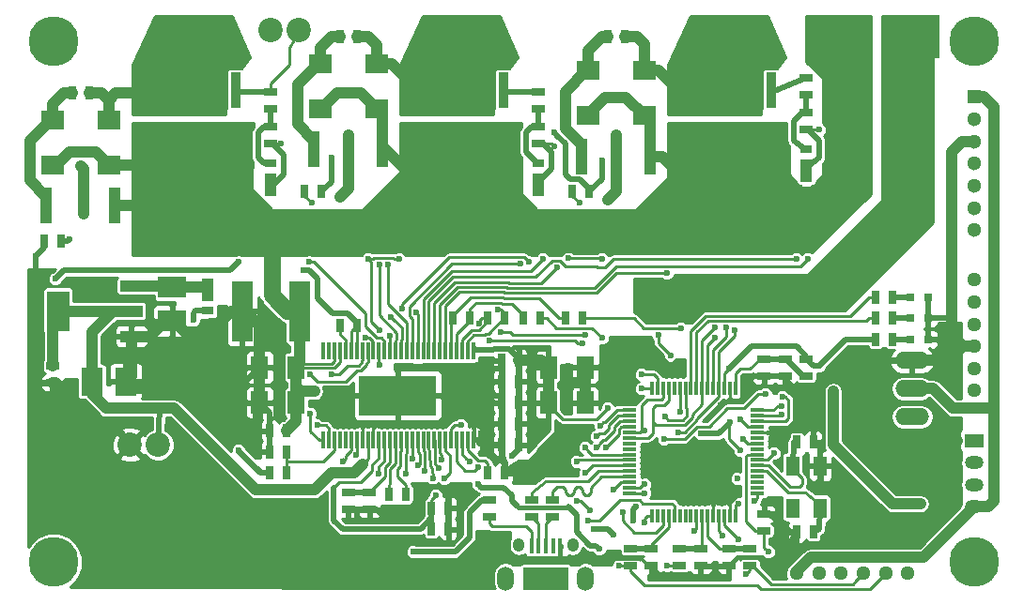
<source format=gtl>
G04 #@! TF.FileFunction,Copper,L1,Top,Signal*
%FSLAX46Y46*%
G04 Gerber Fmt 4.6, Leading zero omitted, Abs format (unit mm)*
G04 Created by KiCad (PCBNEW 4.0.7-e1-6374~58~ubuntu14.04.1) date Tue Aug 29 09:34:13 2017*
%MOMM*%
%LPD*%
G01*
G04 APERTURE LIST*
%ADD10C,0.100000*%
%ADD11R,1.524000X2.032000*%
%ADD12R,1.143000X0.635000*%
%ADD13R,0.635000X1.143000*%
%ADD14R,1.950720X2.499360*%
%ADD15R,1.849120X5.499100*%
%ADD16R,2.499360X1.950720*%
%ADD17R,1.100000X0.800000*%
%ADD18R,1.100000X2.000000*%
%ADD19R,2.159000X1.778000*%
%ADD20O,3.048000X1.524000*%
%ADD21C,1.300480*%
%ADD22R,1.300000X1.300000*%
%ADD23C,1.300000*%
%ADD24R,5.000000X4.000000*%
%ADD25R,1.699260X1.198880*%
%ADD26O,1.699260X1.198880*%
%ADD27R,10.800080X8.150860*%
%ADD28R,0.899160X3.200400*%
%ADD29R,1.000000X3.200000*%
%ADD30R,1.300480X0.300000*%
%ADD31R,0.300000X1.300480*%
%ADD32R,2.032000X3.657600*%
%ADD33R,2.032000X1.016000*%
%ADD34R,0.299720X1.501140*%
%ADD35R,7.000240X3.599180*%
%ADD36R,0.400000X1.350000*%
%ADD37O,1.050000X1.250000*%
%ADD38O,1.500000X2.200000*%
%ADD39R,4.100000X2.000000*%
%ADD40R,1.198880X1.800860*%
%ADD41R,0.800000X0.800000*%
%ADD42C,4.500000*%
%ADD43C,2.200000*%
%ADD44R,2.400000X2.400000*%
%ADD45C,2.400000*%
%ADD46C,0.600000*%
%ADD47C,0.250000*%
%ADD48C,0.500000*%
%ADD49C,1.000000*%
%ADD50C,0.400000*%
%ADD51C,4.000000*%
%ADD52C,1.500000*%
%ADD53C,0.150000*%
%ADD54C,0.254000*%
G04 APERTURE END LIST*
D10*
D11*
X89916000Y-65405000D03*
X86614000Y-65405000D03*
D12*
X106045000Y-78613000D03*
X106045000Y-80137000D03*
X95885000Y-81788000D03*
X95885000Y-83312000D03*
X102870000Y-81788000D03*
X102870000Y-83312000D03*
X100330000Y-81788000D03*
X100330000Y-83312000D03*
D11*
X89916000Y-68580000D03*
X86614000Y-68580000D03*
X60579000Y-68580000D03*
X63881000Y-68580000D03*
D13*
X110490000Y-80264000D03*
X108966000Y-80264000D03*
D12*
X68580000Y-76708000D03*
X68580000Y-78232000D03*
D13*
X77597000Y-80010000D03*
X76073000Y-80010000D03*
X72263000Y-76835000D03*
X73787000Y-76835000D03*
X82677000Y-74930000D03*
X81153000Y-74930000D03*
D12*
X41910000Y-65278000D03*
X41910000Y-66802000D03*
D14*
X45466000Y-66675000D03*
X48514000Y-66675000D03*
D12*
X70485000Y-76708000D03*
X70485000Y-78232000D03*
D13*
X69342000Y-61595000D03*
X67818000Y-61595000D03*
X77978000Y-60960000D03*
X79502000Y-60960000D03*
X81153000Y-60960000D03*
X82677000Y-60960000D03*
X108966000Y-72136000D03*
X110490000Y-72136000D03*
D11*
X60579000Y-65405000D03*
X63881000Y-65405000D03*
D12*
X106045000Y-64643000D03*
X106045000Y-66167000D03*
D13*
X43688000Y-40640000D03*
X45212000Y-40640000D03*
X67818000Y-35560000D03*
X69342000Y-35560000D03*
X91948000Y-35560000D03*
X93472000Y-35560000D03*
D15*
X59019440Y-60325000D03*
X64170560Y-60325000D03*
D13*
X77597000Y-78105000D03*
X76073000Y-78105000D03*
X62992000Y-71120000D03*
X61468000Y-71120000D03*
D16*
X52705000Y-58166000D03*
X52705000Y-61214000D03*
D13*
X83947000Y-64770000D03*
X82423000Y-64770000D03*
X83947000Y-66675000D03*
X82423000Y-66675000D03*
X83947000Y-68580000D03*
X82423000Y-68580000D03*
X83947000Y-70485000D03*
X82423000Y-70485000D03*
X83947000Y-72390000D03*
X82423000Y-72390000D03*
D17*
X61595000Y-47010000D03*
D18*
X61595000Y-48910000D03*
D17*
X85725000Y-47010000D03*
D18*
X85725000Y-48910000D03*
D17*
X109855000Y-45740000D03*
D18*
X109855000Y-47640000D03*
D19*
X46990000Y-47117000D03*
X46990000Y-43053000D03*
X41910000Y-43053000D03*
X41910000Y-47117000D03*
X71120000Y-42037000D03*
X71120000Y-37973000D03*
X66040000Y-37973000D03*
X66040000Y-42037000D03*
X95250000Y-42672000D03*
X95250000Y-38608000D03*
X90170000Y-38608000D03*
X90170000Y-42672000D03*
D17*
X55880000Y-60305000D03*
D18*
X55880000Y-58405000D03*
D20*
X119380000Y-69850000D03*
X119380000Y-67310000D03*
X119380000Y-64770000D03*
D21*
X112999240Y-84000000D03*
X115000760Y-84000000D03*
X116999740Y-84000000D03*
X119001260Y-84000000D03*
X111000260Y-84000000D03*
X108998740Y-84000000D03*
X125000000Y-63500760D03*
X125000000Y-61499240D03*
X125000000Y-59500260D03*
X125000000Y-57498740D03*
X125000000Y-65499740D03*
X125000000Y-67501260D03*
D22*
X125000000Y-40995440D03*
D23*
X125000000Y-44998480D03*
X125000000Y-42996960D03*
X125000000Y-46997460D03*
X125000000Y-48998980D03*
X125000000Y-51000500D03*
X125000000Y-52999480D03*
D24*
X112395000Y-35560000D03*
X119380000Y-35560000D03*
X102870000Y-35560000D03*
X78740000Y-35560000D03*
X54610000Y-35560000D03*
D25*
X125000000Y-71997720D03*
D26*
X125000000Y-76000760D03*
X125000000Y-73999240D03*
X125000000Y-77999740D03*
D27*
X54610000Y-50985420D03*
D28*
X58420000Y-40383460D03*
X57150000Y-40383460D03*
X55880000Y-40383460D03*
X53340000Y-40383460D03*
X52070000Y-40383460D03*
X50800000Y-40383460D03*
D27*
X78740000Y-50985420D03*
D28*
X82550000Y-40383460D03*
X81280000Y-40383460D03*
X80010000Y-40383460D03*
X77470000Y-40383460D03*
X76200000Y-40383460D03*
X74930000Y-40383460D03*
D27*
X102870000Y-50985420D03*
D28*
X106680000Y-40383460D03*
X105410000Y-40383460D03*
X104140000Y-40383460D03*
X101600000Y-40383460D03*
X100330000Y-40383460D03*
X99060000Y-40383460D03*
D12*
X109855000Y-64643000D03*
X109855000Y-66167000D03*
X107950000Y-64643000D03*
X107950000Y-66167000D03*
X81280000Y-78867000D03*
X81280000Y-77343000D03*
X98425000Y-83312000D03*
X98425000Y-81788000D03*
X104775000Y-83312000D03*
X104775000Y-81788000D03*
X93980000Y-83312000D03*
X93980000Y-81788000D03*
D29*
X47550000Y-50800000D03*
X41350000Y-50800000D03*
X71680000Y-45720000D03*
X65480000Y-45720000D03*
D13*
X61468000Y-74930000D03*
X62992000Y-74930000D03*
X62992000Y-73025000D03*
X61468000Y-73025000D03*
X117602000Y-62865000D03*
X116078000Y-62865000D03*
X90297000Y-49530000D03*
X88773000Y-49530000D03*
X66167000Y-49530000D03*
X64643000Y-49530000D03*
D12*
X61595000Y-43688000D03*
X61595000Y-45212000D03*
D13*
X41148000Y-53975000D03*
X42672000Y-53975000D03*
D12*
X85725000Y-43688000D03*
X85725000Y-45212000D03*
D13*
X117602000Y-60960000D03*
X116078000Y-60960000D03*
X117602000Y-59055000D03*
X116078000Y-59055000D03*
D29*
X95810000Y-46355000D03*
X89610000Y-46355000D03*
D12*
X109855000Y-42418000D03*
X109855000Y-43942000D03*
D13*
X89662000Y-60960000D03*
X88138000Y-60960000D03*
X85852000Y-60960000D03*
X84328000Y-60960000D03*
D12*
X85090000Y-77343000D03*
X85090000Y-78867000D03*
X86995000Y-77343000D03*
X86995000Y-78867000D03*
D30*
X105445560Y-75275440D03*
X105445560Y-74775060D03*
X105445560Y-74274680D03*
X105445560Y-73774300D03*
X105445560Y-73273920D03*
X105445560Y-76774040D03*
X105445560Y-76276200D03*
X105445560Y-75775820D03*
D31*
X103444040Y-67274440D03*
X102946200Y-67274440D03*
X102445820Y-67274440D03*
X101945440Y-67274440D03*
X101445060Y-67274440D03*
X100944680Y-67274440D03*
X100444300Y-67274440D03*
X99943920Y-67274440D03*
D30*
X93944440Y-69275960D03*
X93944440Y-69773800D03*
X93944440Y-70274180D03*
X93944440Y-70774560D03*
X93944440Y-71274940D03*
X93944440Y-71775320D03*
X93944440Y-72275700D03*
X93944440Y-72776080D03*
D31*
X95945960Y-78775560D03*
X96443800Y-78775560D03*
X96944180Y-78775560D03*
X97444560Y-78775560D03*
X97944940Y-78775560D03*
X98445320Y-78775560D03*
X98945700Y-78775560D03*
X99446080Y-78775560D03*
D30*
X105445560Y-72776080D03*
X105445560Y-72275700D03*
X105445560Y-71775320D03*
D31*
X99446080Y-67274440D03*
X98945700Y-67274440D03*
X98445320Y-67274440D03*
D30*
X93944440Y-73273920D03*
X93944440Y-73774300D03*
X93944440Y-74274680D03*
D31*
X99943920Y-78775560D03*
X100444300Y-78775560D03*
X100944680Y-78775560D03*
D30*
X105445560Y-71274940D03*
X105445560Y-70774560D03*
X105445560Y-70274180D03*
X105445560Y-69773800D03*
X105445560Y-69275960D03*
D31*
X97944940Y-67274440D03*
X97444560Y-67274440D03*
X96944180Y-67274440D03*
X96443800Y-67274440D03*
X95945960Y-67274440D03*
D30*
X93944440Y-74775060D03*
X93944440Y-75275440D03*
X93944440Y-75775820D03*
X93944440Y-76276200D03*
X93944440Y-76774040D03*
D31*
X101445060Y-78775560D03*
X101945440Y-78775560D03*
X102445820Y-78775560D03*
X102946200Y-78775560D03*
X103444040Y-78775560D03*
D32*
X42418000Y-60325000D03*
D33*
X49022000Y-60325000D03*
X49022000Y-58039000D03*
X49022000Y-62611000D03*
D34*
X75328780Y-63944500D03*
X74828400Y-63944500D03*
X74328020Y-63944500D03*
X73827640Y-63944500D03*
X73327260Y-63944500D03*
X72829420Y-63944500D03*
X72329040Y-63944500D03*
X71828660Y-63944500D03*
X71328280Y-63944500D03*
X70827900Y-63944500D03*
X70327520Y-63944500D03*
X79827120Y-63944500D03*
X79329280Y-63944500D03*
X78828900Y-63944500D03*
X74328020Y-71945500D03*
X77828140Y-63944500D03*
X77327760Y-63944500D03*
X76827380Y-63944500D03*
X76329540Y-63944500D03*
X75829160Y-63944500D03*
X71828660Y-71945500D03*
X72329040Y-71945500D03*
X72829420Y-71945500D03*
X73327260Y-71945500D03*
X73827640Y-71945500D03*
X78328520Y-63944500D03*
X74828400Y-71945500D03*
X75328780Y-71945500D03*
X75829160Y-71945500D03*
X76329540Y-71945500D03*
X76827380Y-71945500D03*
X77327760Y-71945500D03*
X77828140Y-71945500D03*
X66329560Y-71945500D03*
X66827400Y-71945500D03*
X67327780Y-71945500D03*
X67828160Y-71945500D03*
X68328540Y-71945500D03*
X68828920Y-71945500D03*
X69329300Y-71945500D03*
X69827140Y-71945500D03*
X70327520Y-71945500D03*
X70827900Y-71945500D03*
X71328280Y-71945500D03*
X78328520Y-71945500D03*
X78828900Y-71945500D03*
X79329280Y-71945500D03*
X79827120Y-71945500D03*
X69827140Y-63944500D03*
X69329300Y-63944500D03*
X68828920Y-63944500D03*
X68328540Y-63944500D03*
X67828160Y-63944500D03*
X67327780Y-63944500D03*
X66827400Y-63944500D03*
X66329560Y-63944500D03*
D35*
X73025000Y-67945000D03*
D36*
X85060000Y-81555000D03*
X85710000Y-81555000D03*
X86360000Y-81555000D03*
X87010000Y-81555000D03*
X87660000Y-81555000D03*
D37*
X83935000Y-81455000D03*
X88785000Y-81455000D03*
D38*
X82760000Y-84455000D03*
X89960000Y-84455000D03*
D39*
X86360000Y-84455000D03*
D40*
X108605320Y-78099920D03*
X111104680Y-78099920D03*
X111104680Y-74300080D03*
X108605320Y-74300080D03*
D41*
X119215000Y-60960000D03*
X120815000Y-60960000D03*
X119215000Y-59055000D03*
X120815000Y-59055000D03*
X119215000Y-62865000D03*
X120815000Y-62865000D03*
D12*
X61595000Y-40513000D03*
X61595000Y-42037000D03*
X85725000Y-40513000D03*
X85725000Y-42037000D03*
X109855000Y-39243000D03*
X109855000Y-40767000D03*
D42*
X125010000Y-36000000D03*
X42010000Y-36000000D03*
X125010000Y-83000000D03*
X42010000Y-83000000D03*
D13*
X115443000Y-46355000D03*
X116967000Y-46355000D03*
X115443000Y-48895000D03*
X116967000Y-48895000D03*
D43*
X64135000Y-34925000D03*
X61595000Y-34925000D03*
X51435000Y-72390000D03*
X48895000Y-72390000D03*
D44*
X113665000Y-40005000D03*
D45*
X118665000Y-40005000D03*
D44*
X113665000Y-43180000D03*
D45*
X118665000Y-43180000D03*
D46*
X72390000Y-67564000D03*
X73152000Y-67564000D03*
X73914000Y-67564000D03*
X117348000Y-75184000D03*
X117348000Y-73152000D03*
X87122014Y-44196000D03*
X87630000Y-70866000D03*
X95758000Y-72898000D03*
X95250000Y-74676000D03*
X122174000Y-70358000D03*
X122428000Y-71882000D03*
X113030000Y-80772000D03*
X119888000Y-80772000D03*
X109982000Y-67564000D03*
X107442000Y-79756000D03*
X68580000Y-68326000D03*
X67056000Y-67564000D03*
X98552000Y-65786000D03*
X78740000Y-67564000D03*
X92202000Y-66294000D03*
X71882000Y-81026000D03*
X75184000Y-84582000D03*
X78486000Y-84582000D03*
X80518000Y-81534000D03*
X62230000Y-79502000D03*
X64008000Y-81280000D03*
X65786000Y-83058000D03*
X67818000Y-81026000D03*
X45720000Y-70358000D03*
X56388000Y-68580000D03*
X54356000Y-68580000D03*
X59182000Y-71628000D03*
X58928000Y-67056000D03*
X71666805Y-70443979D03*
X49276000Y-70358000D03*
X115062000Y-79502000D03*
X115062000Y-77978000D03*
X112268000Y-76708000D03*
X108966000Y-70104000D03*
X100330000Y-72390000D03*
X99060000Y-74422000D03*
X100330000Y-74422000D03*
X100330000Y-76962000D03*
X99060000Y-76962000D03*
X88392000Y-68580000D03*
X88392000Y-65278000D03*
X94996000Y-59944000D03*
X94996000Y-59182000D03*
X94996000Y-58420000D03*
X94996000Y-57658000D03*
X94996000Y-60706000D03*
X95758000Y-60198000D03*
X95758000Y-59436000D03*
X95758000Y-58674000D03*
X95758000Y-57912000D03*
X80518000Y-71374000D03*
X71628000Y-78740000D03*
X69342000Y-79248000D03*
X74930000Y-65532000D03*
X82042000Y-82042000D03*
X110617000Y-68834000D03*
X102104785Y-68830785D03*
X108204000Y-82550000D03*
X85598000Y-74168000D03*
X60198000Y-70358000D03*
X110744000Y-75946000D03*
X50546000Y-67310000D03*
X40386000Y-55372000D03*
X88392000Y-66802000D03*
X91440000Y-46736000D03*
X67056000Y-46482000D03*
X70104000Y-70612000D03*
X107696000Y-71882000D03*
X100838000Y-77625318D03*
X102111080Y-77625563D03*
X74688200Y-60452924D03*
X91948000Y-69088000D03*
X97028000Y-71882000D03*
X106172000Y-67818000D03*
X83312000Y-73406000D03*
X65532000Y-67564000D03*
X104140000Y-71882000D03*
X99788860Y-80136032D03*
X106426000Y-82042000D03*
X120142000Y-77724000D03*
X112522000Y-72644000D03*
X102870000Y-65532000D03*
X103632000Y-75438000D03*
X103886000Y-72898000D03*
X69850000Y-74168000D03*
X78740000Y-70612000D03*
X91186000Y-81788000D03*
X80264000Y-75946000D03*
X102997000Y-70358000D03*
X100330000Y-71374000D03*
X94498617Y-77973483D03*
X94234000Y-79248000D03*
X110998000Y-65278000D03*
X112268000Y-67564000D03*
X103768990Y-77752494D03*
X105156010Y-77470000D03*
X94996000Y-67310000D03*
X95263872Y-76745892D03*
X103886000Y-70104000D03*
X94996000Y-66040000D03*
X95250000Y-75946000D03*
X65790440Y-70640430D03*
X76454000Y-76962000D03*
X77216000Y-75438000D03*
X58674000Y-55880000D03*
X64516000Y-56642000D03*
X42163982Y-57404000D03*
X51308000Y-37338000D03*
X51308000Y-36322000D03*
X51308000Y-35306000D03*
X51308000Y-34290000D03*
X57912000Y-34290000D03*
X57912000Y-35306000D03*
X57912000Y-36322000D03*
X57912000Y-37338000D03*
X71406393Y-65153489D03*
X44704000Y-51562000D03*
X44450000Y-47244000D03*
X65143084Y-66040000D03*
X75438000Y-37338000D03*
X75438000Y-36322000D03*
X75438000Y-35306000D03*
X75438000Y-34290000D03*
X82042000Y-34290000D03*
X82042000Y-35306000D03*
X82042000Y-36322000D03*
X82042000Y-37338000D03*
X72174011Y-56134025D03*
X67818000Y-50038000D03*
X68580000Y-44450000D03*
X71374000Y-56134000D03*
X99568000Y-37338000D03*
X99568000Y-36322000D03*
X99568000Y-35306000D03*
X99568000Y-34290000D03*
X106172000Y-34290000D03*
X106172000Y-35306000D03*
X106172000Y-36322000D03*
X106172000Y-37338000D03*
X87376000Y-56388000D03*
X92710000Y-44450000D03*
X91948000Y-50292000D03*
X86106000Y-55626000D03*
X106934000Y-73152000D03*
X74422000Y-82042000D03*
X92456000Y-80518000D03*
X90678000Y-80010000D03*
X58674000Y-72897992D03*
X54638097Y-61109996D03*
X80319536Y-61468000D03*
X82042000Y-60198000D03*
X72297272Y-62592569D03*
X97282000Y-56896000D03*
X70109291Y-62698614D03*
X62484000Y-45212000D03*
X65024000Y-55880000D03*
X73441794Y-60085882D03*
X72390000Y-60842990D03*
X84843287Y-55878151D03*
X87122000Y-45466000D03*
X84067866Y-56074979D03*
X110998000Y-43942000D03*
X108966000Y-55626000D03*
X109982000Y-55626000D03*
X97282000Y-83312000D03*
X104394000Y-84074000D03*
X92964000Y-83312000D03*
X92456000Y-76454000D03*
X95264226Y-79419598D03*
X102616000Y-61828032D03*
X103384427Y-62080688D03*
X98289509Y-71237010D03*
X95250000Y-71120000D03*
X101600000Y-61828032D03*
X101600000Y-62738000D03*
X69295294Y-73335941D03*
X65143028Y-69596000D03*
X96520020Y-62484000D03*
X97601190Y-64296764D03*
X107624512Y-68868810D03*
X91440000Y-55626000D03*
X88401108Y-55566979D03*
X89408000Y-50546000D03*
X67056000Y-66040000D03*
X82296000Y-62191987D03*
X89916000Y-62484000D03*
X107624652Y-69668821D03*
X71362856Y-62031512D03*
X73152000Y-55626000D03*
X70358000Y-55626000D03*
X65278000Y-50546000D03*
X81280008Y-62992000D03*
X89662000Y-63246000D03*
X107696000Y-68072004D03*
X43434000Y-53848000D03*
X98552000Y-61841030D03*
X91440000Y-62738000D03*
X71260486Y-74982492D03*
X91246949Y-70672949D03*
X77014609Y-73753278D03*
X90932000Y-71628018D03*
X76200000Y-75438000D03*
X90932000Y-72644036D03*
X74864576Y-74268896D03*
X91767961Y-72665565D03*
X93298556Y-78497990D03*
X89154000Y-77470000D03*
X90330794Y-78317537D03*
X73736150Y-74976132D03*
X68072000Y-73914000D03*
X90170000Y-79248000D03*
X79502000Y-73914000D03*
X97086309Y-69838010D03*
X80263992Y-74422000D03*
X98488045Y-69450630D03*
X76733358Y-74504405D03*
X89916000Y-72644000D03*
X75483346Y-74775988D03*
X89137380Y-73899700D03*
X74365041Y-73644010D03*
X89915990Y-74929990D03*
X102328109Y-80586043D03*
X103730122Y-80949849D03*
D47*
X73025000Y-67945000D02*
X72771000Y-67945000D01*
X72771000Y-67945000D02*
X72390000Y-67564000D01*
X73152000Y-67564000D02*
X73914000Y-67564000D01*
D48*
X117348000Y-75184000D02*
X117348000Y-73152000D01*
X47498000Y-70358000D02*
X48895000Y-72390000D01*
X88138000Y-48006000D02*
X88138000Y-45211986D01*
X90297000Y-49276000D02*
X89426001Y-48405001D01*
X87422013Y-44495999D02*
X87122014Y-44196000D01*
X88537001Y-48405001D02*
X88138000Y-48006000D01*
X89426001Y-48405001D02*
X88537001Y-48405001D01*
X90297000Y-49530000D02*
X90297000Y-49276000D01*
X88138000Y-45211986D02*
X87422013Y-44495999D01*
X118665000Y-40005000D02*
X118665000Y-36275000D01*
X118665000Y-36275000D02*
X119380000Y-35560000D01*
X118665000Y-43180000D02*
X118665000Y-40085000D01*
X118665000Y-40085000D02*
X118745000Y-40005000D01*
X118745000Y-40005000D02*
X118665000Y-40005000D01*
X116967000Y-46355000D02*
X116967000Y-44958000D01*
X116967000Y-44958000D02*
X118745000Y-43180000D01*
X118745000Y-43180000D02*
X118665000Y-43180000D01*
X116967000Y-48895000D02*
X116967000Y-46482000D01*
X116967000Y-46482000D02*
X116840000Y-46355000D01*
X116840000Y-46355000D02*
X116967000Y-46355000D01*
D47*
X85598000Y-74168000D02*
X85598000Y-72898000D01*
X85598000Y-72898000D02*
X87630000Y-70866000D01*
X95758000Y-72898000D02*
X95250000Y-73406000D01*
X95250000Y-73406000D02*
X95250000Y-74676000D01*
X122174000Y-71628000D02*
X122174000Y-70358000D01*
X122428000Y-71882000D02*
X122174000Y-71628000D01*
X119888000Y-80772000D02*
X113030000Y-80772000D01*
X107442000Y-79756000D02*
X107442000Y-79502000D01*
D48*
X68580000Y-68326000D02*
X67818000Y-68326000D01*
X67818000Y-68326000D02*
X67056000Y-67564000D01*
X78486000Y-67945000D02*
X78486000Y-67818000D01*
X78486000Y-67818000D02*
X78740000Y-67564000D01*
X78486000Y-84582000D02*
X78486000Y-83566000D01*
X71882000Y-81026000D02*
X75184000Y-84328000D01*
X75184000Y-84328000D02*
X75184000Y-84582000D01*
X78486000Y-83566000D02*
X80518000Y-81534000D01*
X64008000Y-81280000D02*
X62230000Y-79502000D01*
X67818000Y-81026000D02*
X65786000Y-83058000D01*
X54356000Y-68580000D02*
X56388000Y-68580000D01*
X60579000Y-65405000D02*
X58928000Y-67056000D01*
D47*
X70827900Y-71945500D02*
X70827900Y-70944930D01*
X71328851Y-70443979D02*
X71666805Y-70443979D01*
X70827900Y-70944930D02*
X71328851Y-70443979D01*
D49*
X48851736Y-70358000D02*
X49276000Y-70358000D01*
X45720000Y-70358000D02*
X47498000Y-70358000D01*
X47498000Y-70358000D02*
X48851736Y-70358000D01*
X42164000Y-66802000D02*
X45720000Y-70358000D01*
X41910000Y-66802000D02*
X42164000Y-66802000D01*
D47*
X115062000Y-77978000D02*
X115062000Y-79502000D01*
X100330000Y-74422000D02*
X99060000Y-74422000D01*
X99060000Y-76962000D02*
X100330000Y-76962000D01*
X88392000Y-66802000D02*
X88392000Y-68580000D01*
D48*
X94996000Y-59182000D02*
X94996000Y-58420000D01*
X94996000Y-60706000D02*
X94996000Y-59944000D01*
D47*
X95758000Y-59436000D02*
X95758000Y-60198000D01*
X95758000Y-57912000D02*
X95758000Y-58674000D01*
D48*
X80518000Y-71798264D02*
X80518000Y-71374000D01*
X80264000Y-72136000D02*
X80518000Y-71882000D01*
X80518000Y-71882000D02*
X80518000Y-71798264D01*
X120815000Y-60960000D02*
X122936000Y-60960000D01*
X122936000Y-60960000D02*
X122555000Y-60960000D01*
X122555000Y-60960000D02*
X122936000Y-60960000D01*
X120815000Y-60960000D02*
X120815000Y-62865000D01*
X120815000Y-59055000D02*
X120815000Y-60960000D01*
X119380000Y-64770000D02*
X116666000Y-64770000D01*
X112014000Y-66040000D02*
X110490000Y-67564000D01*
X116666000Y-64770000D02*
X115396000Y-66040000D01*
X115396000Y-66040000D02*
X112014000Y-66040000D01*
D49*
X119380000Y-64770000D02*
X122683520Y-64770000D01*
X122683520Y-64770000D02*
X123952760Y-63500760D01*
D50*
X102870000Y-83312000D02*
X103632000Y-82550000D01*
X103632000Y-82550000D02*
X105664000Y-82550000D01*
X105664000Y-82550000D02*
X106172000Y-83058000D01*
X106172000Y-83058000D02*
X107696000Y-83058000D01*
X107696000Y-83058000D02*
X108204000Y-82550000D01*
D48*
X70485000Y-78232000D02*
X71120000Y-78232000D01*
X70612000Y-78232000D02*
X71120000Y-78232000D01*
X71120000Y-78232000D02*
X71628000Y-78740000D01*
X70485000Y-78232000D02*
X69342000Y-78232000D01*
X69342000Y-78232000D02*
X69342000Y-79248000D01*
X68580000Y-78232000D02*
X69342000Y-78232000D01*
X73660000Y-78740000D02*
X72052264Y-78740000D01*
X72052264Y-78740000D02*
X71628000Y-78740000D01*
X74930000Y-77470000D02*
X73660000Y-78740000D01*
X74930000Y-76708000D02*
X74930000Y-77470000D01*
X75438000Y-76200000D02*
X74930000Y-76708000D01*
X76763500Y-76200000D02*
X75438000Y-76200000D01*
X77597000Y-78105000D02*
X77597000Y-77033500D01*
X77597000Y-77033500D02*
X76763500Y-76200000D01*
X74930000Y-65532000D02*
X82423000Y-65532000D01*
X82423000Y-65532000D02*
X82296000Y-65532000D01*
X82296000Y-65532000D02*
X82423000Y-65532000D01*
X73025000Y-67945000D02*
X78486000Y-67945000D01*
X78486000Y-67945000D02*
X82296000Y-67945000D01*
X82296000Y-67945000D02*
X82423000Y-67818000D01*
D51*
X119380000Y-35560000D02*
X119380000Y-37084000D01*
D47*
X87660000Y-81555000D02*
X87660000Y-82680001D01*
X87630000Y-82804000D02*
X87630000Y-82680001D01*
X87630000Y-82710001D02*
X87630000Y-82804000D01*
X87660000Y-82680001D02*
X87630000Y-82710001D01*
D48*
X82677000Y-74930000D02*
X82804000Y-74930000D01*
X82804000Y-74930000D02*
X83439000Y-74295000D01*
X83439000Y-74295000D02*
X84074000Y-74295000D01*
X82423000Y-72390000D02*
X82423000Y-73787000D01*
X82423000Y-73787000D02*
X82677000Y-74041000D01*
X82677000Y-74041000D02*
X82677000Y-74930000D01*
X77597000Y-78105000D02*
X77597000Y-80010000D01*
D49*
X125000000Y-44998480D02*
X123911520Y-44998480D01*
X122936000Y-45974000D02*
X122936000Y-60960000D01*
X123911520Y-44998480D02*
X122936000Y-45974000D01*
X122936000Y-60960000D02*
X122936000Y-62484000D01*
X122936000Y-62484000D02*
X123952760Y-63500760D01*
D48*
X82341999Y-82341999D02*
X82042000Y-82042000D01*
X82680001Y-82680001D02*
X82341999Y-82341999D01*
X90547999Y-82680001D02*
X87630000Y-82680001D01*
X87630000Y-82680001D02*
X82680001Y-82680001D01*
X110490000Y-72136000D02*
X110617000Y-68834000D01*
X110617000Y-68834000D02*
X110617000Y-67437000D01*
X110617000Y-67437000D02*
X110490000Y-67564000D01*
D47*
X95885000Y-83312000D02*
X95631000Y-83312000D01*
X95631000Y-83312000D02*
X94988499Y-82669499D01*
X94988499Y-82669499D02*
X90558501Y-82669499D01*
X90558501Y-82669499D02*
X90547999Y-82680001D01*
D48*
X95885000Y-83312000D02*
X95885000Y-83185000D01*
D47*
X102404784Y-68530786D02*
X102104785Y-68830785D01*
X102563614Y-68530786D02*
X102404784Y-68530786D01*
X102946200Y-68148200D02*
X102563614Y-68530786D01*
D48*
X84074000Y-74295000D02*
X85471000Y-74295000D01*
D47*
X84081501Y-74302501D02*
X84074000Y-74295000D01*
D48*
X95885000Y-83312000D02*
X96139000Y-83312000D01*
X108204000Y-82550000D02*
X108204000Y-81534000D01*
X108204000Y-81534000D02*
X108966000Y-80264000D01*
X85471000Y-74295000D02*
X85598000Y-74168000D01*
X82423000Y-66675000D02*
X82423000Y-67818000D01*
X82423000Y-67818000D02*
X82423000Y-68580000D01*
X60198000Y-70358000D02*
X60198000Y-68961000D01*
X60198000Y-68961000D02*
X60579000Y-68580000D01*
X107950000Y-66167000D02*
X107950000Y-66548000D01*
X107950000Y-66548000D02*
X108966000Y-67564000D01*
X108966000Y-67564000D02*
X109982000Y-67564000D01*
X109982000Y-67564000D02*
X110490000Y-67564000D01*
X111104680Y-74300080D02*
X111104680Y-75585320D01*
X111104680Y-75585320D02*
X110744000Y-75946000D01*
X111104680Y-74300080D02*
X111104680Y-72242680D01*
X111104680Y-72242680D02*
X110490000Y-72136000D01*
D49*
X50546000Y-67310000D02*
X49149000Y-67310000D01*
X49149000Y-67310000D02*
X48514000Y-66675000D01*
D48*
X40386000Y-55372000D02*
X40386000Y-66294000D01*
X40894000Y-66802000D02*
X41910000Y-66802000D01*
X40386000Y-66294000D02*
X40894000Y-66802000D01*
X41148000Y-54610000D02*
X41148000Y-53975000D01*
X40386000Y-55372000D02*
X41148000Y-54610000D01*
D49*
X89916000Y-66802000D02*
X88392000Y-66802000D01*
D48*
X106045000Y-78613000D02*
X106553000Y-78613000D01*
X106553000Y-78613000D02*
X107442000Y-79502000D01*
X107442000Y-79502000D02*
X108458000Y-80264000D01*
X108458000Y-80264000D02*
X108966000Y-80264000D01*
D49*
X125000000Y-63500760D02*
X123952760Y-63500760D01*
D48*
X90297000Y-49530000D02*
X91440000Y-48387000D01*
X91440000Y-48387000D02*
X91440000Y-46736000D01*
X66167000Y-49530000D02*
X67056000Y-48641000D01*
X67056000Y-48641000D02*
X67056000Y-46482000D01*
X100330000Y-84129500D02*
X100528500Y-84328000D01*
X100528500Y-84328000D02*
X102671500Y-84328000D01*
X102671500Y-84328000D02*
X102870000Y-84129500D01*
X102870000Y-84129500D02*
X102870000Y-83312000D01*
X95885000Y-83312000D02*
X95885000Y-83439000D01*
X95885000Y-83439000D02*
X96774000Y-84328000D01*
X96774000Y-84328000D02*
X100131500Y-84328000D01*
X100131500Y-84328000D02*
X100330000Y-84129500D01*
X100330000Y-84129500D02*
X100330000Y-83312000D01*
D47*
X69827140Y-70888860D02*
X70104000Y-70612000D01*
X69827140Y-71945500D02*
X69827140Y-70888860D01*
D49*
X89916000Y-65405000D02*
X89916000Y-66802000D01*
X89916000Y-66802000D02*
X89916000Y-68580000D01*
D47*
X105445560Y-71274940D02*
X107088940Y-71274940D01*
X107088940Y-71274940D02*
X107696000Y-71882000D01*
X100838000Y-77625318D02*
X101262264Y-77625318D01*
X101262264Y-77625318D02*
X101445060Y-77808114D01*
X101445060Y-77808114D02*
X101445060Y-77875320D01*
X101445060Y-77875320D02*
X101445060Y-78775560D01*
X102111080Y-77625563D02*
X102696443Y-77625563D01*
X102696443Y-77625563D02*
X102946200Y-77875320D01*
X102946200Y-77875320D02*
X102946200Y-78775560D01*
D48*
X106045000Y-66167000D02*
X107950000Y-66167000D01*
D47*
X102946200Y-67274440D02*
X102946200Y-68148200D01*
X104394000Y-66040000D02*
X105918000Y-66040000D01*
X104140000Y-66294000D02*
X104394000Y-66040000D01*
X104140000Y-68072000D02*
X104140000Y-66294000D01*
X103886000Y-68326000D02*
X104140000Y-68072000D01*
X103124000Y-68326000D02*
X103886000Y-68326000D01*
X102946200Y-68148200D02*
X103124000Y-68326000D01*
X105918000Y-66040000D02*
X106045000Y-66167000D01*
X74828400Y-60593124D02*
X74688200Y-60452924D01*
X74828400Y-63944500D02*
X74828400Y-60593124D01*
X79827120Y-71945500D02*
X80073500Y-71945500D01*
D48*
X80518000Y-72390000D02*
X80264000Y-72136000D01*
X80518000Y-72390000D02*
X82423000Y-72390000D01*
D47*
X80073500Y-71945500D02*
X80264000Y-72136000D01*
D48*
X82423000Y-70485000D02*
X82423000Y-72390000D01*
X82423000Y-68580000D02*
X82423000Y-70485000D01*
X82423000Y-64770000D02*
X82423000Y-65532000D01*
X82423000Y-65532000D02*
X82423000Y-66675000D01*
X61468000Y-71120000D02*
X61468000Y-69469000D01*
X61468000Y-69469000D02*
X60579000Y-68580000D01*
X61468000Y-71120000D02*
X61468000Y-73025000D01*
D49*
X49022000Y-62611000D02*
X49022000Y-66167000D01*
X49022000Y-66167000D02*
X48514000Y-66675000D01*
X52705000Y-61214000D02*
X52070000Y-61214000D01*
X52070000Y-61214000D02*
X50673000Y-62611000D01*
X50673000Y-62611000D02*
X49022000Y-62611000D01*
X52705000Y-61214000D02*
X52832000Y-61214000D01*
X52832000Y-61214000D02*
X53848000Y-62230000D01*
X53848000Y-62230000D02*
X55372000Y-62230000D01*
X55372000Y-62230000D02*
X56134000Y-61468000D01*
X56134000Y-61468000D02*
X56896000Y-61468000D01*
X56896000Y-61468000D02*
X58039000Y-60325000D01*
X58039000Y-60325000D02*
X59019440Y-60325000D01*
X59019440Y-60325000D02*
X59309000Y-60325000D01*
X59309000Y-60325000D02*
X60579000Y-61595000D01*
X60579000Y-61595000D02*
X60579000Y-65405000D01*
X60579000Y-65405000D02*
X60579000Y-68580000D01*
D48*
X115443000Y-46355000D02*
X115443000Y-48768000D01*
X115443000Y-48768000D02*
X115570000Y-48895000D01*
X115570000Y-48895000D02*
X115443000Y-48895000D01*
X113665000Y-43180000D02*
X113665000Y-44450000D01*
X113665000Y-44450000D02*
X115570000Y-46355000D01*
X115570000Y-46355000D02*
X115443000Y-46355000D01*
X113665000Y-40005000D02*
X113665000Y-43180000D01*
X112395000Y-35560000D02*
X112395000Y-39370000D01*
X112395000Y-39370000D02*
X113665000Y-40640000D01*
X113665000Y-40640000D02*
X113665000Y-40005000D01*
D51*
X112395000Y-35560000D02*
X112395000Y-36703000D01*
X112395000Y-36703000D02*
X113538000Y-37846000D01*
X113538000Y-37846000D02*
X113538000Y-49022000D01*
X113538000Y-49022000D02*
X111252000Y-51308000D01*
X111252000Y-51308000D02*
X103192580Y-51308000D01*
X103192580Y-51308000D02*
X102870000Y-50985420D01*
D48*
X81745499Y-63748499D02*
X81655499Y-63838499D01*
X81655499Y-63838499D02*
X80094499Y-63838499D01*
X83947000Y-64770000D02*
X83947000Y-64594998D01*
X80094499Y-63838499D02*
X80010000Y-63754000D01*
X83947000Y-64594998D02*
X83100501Y-63748499D01*
X83100501Y-63748499D02*
X81745499Y-63748499D01*
D47*
X79827120Y-63944500D02*
X79848119Y-63838499D01*
X79848119Y-63838499D02*
X80010000Y-63754000D01*
D52*
X64170560Y-60325000D02*
X63119000Y-60325000D01*
X61722000Y-54610000D02*
X60198000Y-53086000D01*
X61722000Y-58928000D02*
X61722000Y-54610000D01*
X63119000Y-60325000D02*
X61722000Y-58928000D01*
D47*
X98896998Y-71882000D02*
X97452264Y-71882000D01*
X100029999Y-70748999D02*
X98896998Y-71882000D01*
X101070469Y-70748999D02*
X100029999Y-70748999D01*
X102731468Y-69088000D02*
X101070469Y-70748999D01*
X97452264Y-71882000D02*
X97028000Y-71882000D01*
X105518278Y-67818000D02*
X104248278Y-69088000D01*
X106172000Y-67818000D02*
X105518278Y-67818000D01*
X104248278Y-69088000D02*
X102731468Y-69088000D01*
X91948000Y-69088000D02*
X90932000Y-70104000D01*
X90932000Y-70104000D02*
X87884000Y-70104000D01*
X87884000Y-70104000D02*
X86614000Y-68834000D01*
X86614000Y-68834000D02*
X86614000Y-68580000D01*
D48*
X83947000Y-72390000D02*
X83947000Y-72771000D01*
X83947000Y-72771000D02*
X83312000Y-73406000D01*
D49*
X64135000Y-67564000D02*
X65107736Y-67564000D01*
X63881000Y-67310000D02*
X64135000Y-67564000D01*
X65107736Y-67564000D02*
X65532000Y-67564000D01*
X83947000Y-64770000D02*
X85979000Y-64770000D01*
X85979000Y-64770000D02*
X86614000Y-65405000D01*
X86614000Y-68580000D02*
X86614000Y-65405000D01*
D48*
X83947000Y-70485000D02*
X83947000Y-72390000D01*
X83947000Y-68580000D02*
X83947000Y-70485000D01*
X83947000Y-66675000D02*
X83947000Y-68580000D01*
X83947000Y-64770000D02*
X83947000Y-66675000D01*
D47*
X79827120Y-63944500D02*
X79827120Y-63682880D01*
D49*
X63881000Y-67310000D02*
X64008000Y-67310000D01*
X64008000Y-67310000D02*
X63881000Y-67310000D01*
X63881000Y-65405000D02*
X63881000Y-67310000D01*
X63881000Y-67310000D02*
X63881000Y-68580000D01*
D47*
X67828160Y-63944500D02*
X67828160Y-64886840D01*
X67828160Y-64886840D02*
X67310000Y-65405000D01*
X67310000Y-65405000D02*
X63881000Y-65405000D01*
D51*
X80821557Y-53066977D02*
X100788443Y-53066977D01*
X78740000Y-50985420D02*
X80821557Y-53066977D01*
X100788443Y-53066977D02*
X102870000Y-50985420D01*
D47*
X67327780Y-63944500D02*
X67327780Y-64853820D01*
X67106800Y-65074800D02*
X64211200Y-65074800D01*
X67327780Y-64853820D02*
X67106800Y-65074800D01*
X64211200Y-65074800D02*
X63881000Y-65405000D01*
D51*
X54610000Y-50985420D02*
X58097420Y-50985420D01*
X58097420Y-50985420D02*
X60198000Y-53086000D01*
X60198000Y-53086000D02*
X76639420Y-53086000D01*
X76639420Y-53086000D02*
X78740000Y-50985420D01*
D49*
X95810000Y-46355000D02*
X96901000Y-46355000D01*
X96901000Y-46355000D02*
X101531420Y-50985420D01*
X101531420Y-50985420D02*
X102870000Y-50985420D01*
X95810000Y-46355000D02*
X95810000Y-43232000D01*
X95810000Y-43232000D02*
X95250000Y-42672000D01*
X71680000Y-45720000D02*
X71882000Y-45720000D01*
X71882000Y-45720000D02*
X77147420Y-50985420D01*
X77147420Y-50985420D02*
X78740000Y-50985420D01*
X71680000Y-45720000D02*
X71680000Y-42597000D01*
X71680000Y-42597000D02*
X71120000Y-42037000D01*
X63881000Y-68580000D02*
X63881000Y-70231000D01*
X63881000Y-70231000D02*
X62992000Y-71120000D01*
X64170560Y-60325000D02*
X64170560Y-65115440D01*
X64170560Y-65115440D02*
X63881000Y-65405000D01*
X102684580Y-50800000D02*
X102870000Y-50985420D01*
X90170000Y-42672000D02*
X90170000Y-42545000D01*
X90170000Y-42545000D02*
X91694000Y-41021000D01*
X91694000Y-41021000D02*
X93599000Y-41021000D01*
X93599000Y-41021000D02*
X95250000Y-42672000D01*
X66040000Y-42037000D02*
X66167000Y-42037000D01*
X66167000Y-42037000D02*
X67564000Y-40640000D01*
X67564000Y-40640000D02*
X69723000Y-40640000D01*
X69723000Y-40640000D02*
X71120000Y-42037000D01*
X78554580Y-50800000D02*
X78740000Y-50985420D01*
X41910000Y-47117000D02*
X42291000Y-47117000D01*
X42291000Y-47117000D02*
X43434000Y-45974000D01*
X43434000Y-45974000D02*
X45847000Y-45974000D01*
X45847000Y-45974000D02*
X46990000Y-47117000D01*
X46990000Y-47117000D02*
X50741580Y-47117000D01*
X50741580Y-47117000D02*
X54610000Y-50985420D01*
X47550000Y-50800000D02*
X54424580Y-50800000D01*
X54424580Y-50800000D02*
X54610000Y-50985420D01*
D47*
X104140000Y-71882000D02*
X104533700Y-72275700D01*
X104533700Y-72275700D02*
X105445560Y-72275700D01*
X99943920Y-78775560D02*
X99943920Y-79980972D01*
X99943920Y-79980972D02*
X99788860Y-80136032D01*
X106126001Y-81742001D02*
X106426000Y-82042000D01*
X106045000Y-80137000D02*
X106045000Y-81661000D01*
X106045000Y-81661000D02*
X106126001Y-81742001D01*
X105445560Y-73273920D02*
X104545320Y-73273920D01*
X104545320Y-73273920D02*
X104394000Y-73425240D01*
X104394000Y-73425240D02*
X104394000Y-79307500D01*
X104394000Y-79307500D02*
X105223500Y-80137000D01*
X105223500Y-80137000D02*
X106045000Y-80137000D01*
D48*
X95885000Y-81788000D02*
X93980000Y-81788000D01*
D47*
X97444560Y-78775560D02*
X97444560Y-79847440D01*
X95885000Y-81407000D02*
X95885000Y-81788000D01*
X97444560Y-79847440D02*
X95885000Y-81407000D01*
D48*
X104775000Y-81788000D02*
X102870000Y-81788000D01*
D47*
X102870000Y-81788000D02*
X102048500Y-81788000D01*
X102048500Y-81788000D02*
X100944680Y-80684180D01*
X100944680Y-80684180D02*
X100944680Y-78775560D01*
D48*
X100330000Y-81788000D02*
X98425000Y-81788000D01*
D47*
X100444300Y-78775560D02*
X100444300Y-81673700D01*
X100444300Y-81673700D02*
X100330000Y-81788000D01*
D48*
X51562000Y-69088000D02*
X51435000Y-72390000D01*
D49*
X69088000Y-74930000D02*
X69850000Y-74168000D01*
X65532000Y-76454000D02*
X67056000Y-74930000D01*
X67056000Y-74930000D02*
X69088000Y-74930000D01*
X45466000Y-66675000D02*
X45466000Y-67818000D01*
X45466000Y-67818000D02*
X46736000Y-69088000D01*
X65532000Y-76454000D02*
X65278000Y-76454000D01*
X60198000Y-76454000D02*
X65532000Y-76454000D01*
X52832000Y-69088000D02*
X60198000Y-76454000D01*
X46736000Y-69088000D02*
X51562000Y-69088000D01*
X51562000Y-69088000D02*
X52832000Y-69088000D01*
X112522000Y-72644000D02*
X117602000Y-77724000D01*
X117602000Y-77724000D02*
X120142000Y-77724000D01*
X112268000Y-67564000D02*
X112268000Y-72390000D01*
X112268000Y-72390000D02*
X112522000Y-72644000D01*
D48*
X109855000Y-64643000D02*
X109855000Y-64389000D01*
X109855000Y-64389000D02*
X108966000Y-63500000D01*
X104902000Y-63500000D02*
X102870000Y-65532000D01*
X108966000Y-63500000D02*
X104902000Y-63500000D01*
D47*
X102870000Y-70485000D02*
X102870000Y-71882000D01*
X102870000Y-71882000D02*
X103886000Y-72898000D01*
X70327520Y-73690480D02*
X70327520Y-71945500D01*
X70327520Y-73690480D02*
X69850000Y-74168000D01*
D48*
X116078000Y-62865000D02*
X113411000Y-62865000D01*
X113411000Y-62865000D02*
X110998000Y-65278000D01*
D47*
X77828140Y-70944930D02*
X78161070Y-70612000D01*
X77828140Y-71945500D02*
X77828140Y-70944930D01*
X78315736Y-70612000D02*
X78740000Y-70612000D01*
X78161070Y-70612000D02*
X78315736Y-70612000D01*
D50*
X83820000Y-77978000D02*
X83902501Y-78060501D01*
X83902501Y-78060501D02*
X88309499Y-78060501D01*
X88309499Y-78060501D02*
X88392000Y-77978000D01*
D48*
X83312000Y-77470000D02*
X83820000Y-77978000D01*
X89154000Y-78740000D02*
X88392000Y-77978000D01*
X89154000Y-80264000D02*
X89154000Y-78740000D01*
X90378001Y-81488001D02*
X89154000Y-80264000D01*
X91186000Y-81788000D02*
X90886001Y-81488001D01*
X90886001Y-81488001D02*
X90378001Y-81488001D01*
X83312000Y-76962000D02*
X83312000Y-77470000D01*
X82595999Y-76245999D02*
X83312000Y-76962000D01*
X80264000Y-75946000D02*
X80563999Y-76245999D01*
X80563999Y-76245999D02*
X82595999Y-76245999D01*
X100330000Y-71374000D02*
X101981000Y-71374000D01*
X101981000Y-71374000D02*
X102870000Y-70485000D01*
X102870000Y-70485000D02*
X102997000Y-70358000D01*
X94234000Y-78238100D02*
X94498617Y-77973483D01*
X94234000Y-79248000D02*
X94234000Y-78238100D01*
X110998000Y-65278000D02*
X110490000Y-65278000D01*
X110490000Y-65278000D02*
X109855000Y-64643000D01*
D47*
X103444040Y-78775560D02*
X103444040Y-77875320D01*
X103566866Y-77752494D02*
X103768990Y-77752494D01*
X103444040Y-77875320D02*
X103566866Y-77752494D01*
X105445560Y-77180450D02*
X105156010Y-77470000D01*
X105445560Y-76774040D02*
X105445560Y-77180450D01*
X102445820Y-65956180D02*
X102870000Y-65532000D01*
X102445820Y-66210180D02*
X102445820Y-65956180D01*
X102445820Y-67274440D02*
X102445820Y-66210180D01*
X95945960Y-67274440D02*
X95031560Y-67274440D01*
X95031560Y-67274440D02*
X94996000Y-67310000D01*
X93944440Y-76774040D02*
X95235724Y-76774040D01*
X95235724Y-76774040D02*
X95263872Y-76745892D01*
X45466000Y-66675000D02*
X45466000Y-66949320D01*
X105445560Y-70774560D02*
X104556560Y-70774560D01*
X104556560Y-70774560D02*
X103886000Y-70104000D01*
X109601000Y-64643000D02*
X109855000Y-64643000D01*
D49*
X41910000Y-65278000D02*
X41910000Y-60833000D01*
X41910000Y-60833000D02*
X42418000Y-60325000D01*
X49022000Y-60325000D02*
X42418000Y-60325000D01*
X45466000Y-66675000D02*
X45466000Y-62230000D01*
X47371000Y-60325000D02*
X49022000Y-60325000D01*
X45466000Y-62230000D02*
X47371000Y-60325000D01*
D47*
X96109600Y-66040000D02*
X95420264Y-66040000D01*
X96443800Y-66374200D02*
X96109600Y-66040000D01*
X96443800Y-67274440D02*
X96443800Y-66374200D01*
X95420264Y-66040000D02*
X94996000Y-66040000D01*
X93969819Y-76250821D02*
X94854681Y-76250821D01*
X94854681Y-76250821D02*
X95159502Y-75946000D01*
X93944440Y-76276200D02*
X93969819Y-76250821D01*
X95159502Y-75946000D02*
X95250000Y-75946000D01*
X71885487Y-74421334D02*
X71885487Y-75282493D01*
X70459980Y-76708000D02*
X69596000Y-76708000D01*
X71885487Y-75282493D02*
X70459980Y-76708000D01*
X72329040Y-71945500D02*
X72329040Y-73977781D01*
X72329040Y-73977781D02*
X71885487Y-74421334D01*
D48*
X68580000Y-76708000D02*
X69596000Y-76708000D01*
X69596000Y-76708000D02*
X70485000Y-76708000D01*
D47*
X66827400Y-71945500D02*
X66827400Y-70944930D01*
X66522900Y-70640430D02*
X66214704Y-70640430D01*
X66214704Y-70640430D02*
X65790440Y-70640430D01*
X66827400Y-70944930D02*
X66522900Y-70640430D01*
X69683730Y-75755011D02*
X67754989Y-75755011D01*
X71328280Y-71945500D02*
X71328280Y-73602461D01*
X71328280Y-73602461D02*
X70675011Y-74255730D01*
X70675011Y-74255730D02*
X70675011Y-74763730D01*
X67754989Y-75755011D02*
X67310000Y-76200000D01*
X70675011Y-74763730D02*
X69683730Y-75755011D01*
D48*
X76073000Y-78994000D02*
X75068998Y-79998002D01*
X68060002Y-79998002D02*
X67271383Y-79209383D01*
X67271383Y-79209383D02*
X67271383Y-76238617D01*
X75068998Y-79998002D02*
X68060002Y-79998002D01*
D47*
X76073000Y-78105000D02*
X76073000Y-77343000D01*
X76073000Y-77343000D02*
X76454000Y-76962000D01*
D48*
X76073000Y-78105000D02*
X76073000Y-78994000D01*
X76073000Y-78994000D02*
X76073000Y-80010000D01*
D47*
X77515999Y-75138001D02*
X77216000Y-75438000D01*
X77724000Y-74930000D02*
X77515999Y-75138001D01*
X77724000Y-73342310D02*
X77724000Y-74930000D01*
X77327760Y-72946070D02*
X77724000Y-73342310D01*
X77327760Y-71945500D02*
X77327760Y-72946070D01*
X72829420Y-74113812D02*
X72335498Y-74607734D01*
X72335498Y-74607734D02*
X72335498Y-75941002D01*
X72263000Y-76013500D02*
X72263000Y-76835000D01*
X72829420Y-71945500D02*
X72829420Y-74113812D01*
X72335498Y-75941002D02*
X72263000Y-76013500D01*
X73290020Y-74289623D02*
X73031869Y-74547774D01*
X73290020Y-73011984D02*
X73290020Y-74289623D01*
X73787000Y-76013500D02*
X73787000Y-76835000D01*
X73327260Y-71945500D02*
X73327260Y-72974744D01*
X73031869Y-74547774D02*
X73031869Y-75258369D01*
X73327260Y-72974744D02*
X73290020Y-73011984D01*
X73031869Y-75258369D02*
X73787000Y-76013500D01*
X80273998Y-73796998D02*
X80841498Y-73796998D01*
X80841498Y-73796998D02*
X81153000Y-74108500D01*
X79329280Y-72852280D02*
X80273998Y-73796998D01*
X81153000Y-74108500D02*
X81153000Y-74930000D01*
X79329280Y-71945500D02*
X79329280Y-72852280D01*
D48*
X58674000Y-55880000D02*
X57912000Y-56642000D01*
X57912000Y-56642000D02*
X42925982Y-56642000D01*
X65024000Y-56642000D02*
X64516000Y-56642000D01*
X65786000Y-57404000D02*
X65024000Y-56642000D01*
X67127500Y-60523500D02*
X65786000Y-59182000D01*
X68524500Y-60523500D02*
X67127500Y-60523500D01*
X69342000Y-61341000D02*
X68524500Y-60523500D01*
X65786000Y-59182000D02*
X65786000Y-57404000D01*
X69342000Y-61595000D02*
X69342000Y-61341000D01*
X42925982Y-56642000D02*
X42463981Y-57104001D01*
X42463981Y-57104001D02*
X42163982Y-57404000D01*
D47*
X68828920Y-63944500D02*
X68828920Y-62489080D01*
X68828920Y-62489080D02*
X68834000Y-62484000D01*
X68834000Y-62484000D02*
X68834000Y-62103000D01*
X68834000Y-62103000D02*
X69342000Y-61595000D01*
X69329300Y-63944500D02*
X69329300Y-63343790D01*
X69329300Y-63343790D02*
X69342000Y-63331090D01*
X69342000Y-63331090D02*
X69342000Y-62484000D01*
X69342000Y-62484000D02*
X69342000Y-61595000D01*
X68828920Y-63944500D02*
X68803401Y-63918981D01*
X69215000Y-61595000D02*
X69342000Y-61595000D01*
X69342000Y-63931800D02*
X69329300Y-63944500D01*
X67818000Y-62448908D02*
X67818000Y-62416500D01*
X68303021Y-62933929D02*
X67818000Y-62448908D01*
X68303021Y-63918981D02*
X68303021Y-62933929D01*
X68328540Y-63944500D02*
X68303021Y-63918981D01*
X67818000Y-62416500D02*
X67818000Y-61595000D01*
D49*
X56388000Y-37338000D02*
X57912000Y-37338000D01*
X51308000Y-37338000D02*
X51308000Y-36322000D01*
X51308000Y-35306000D02*
X51308000Y-34290000D01*
X57912000Y-34290000D02*
X57912000Y-35306000D01*
X57912000Y-36322000D02*
X57912000Y-37338000D01*
X56388000Y-37338000D02*
X54610000Y-35560000D01*
D47*
X71328280Y-65075376D02*
X71406393Y-65153489D01*
X71328280Y-63944500D02*
X71328280Y-65075376D01*
D49*
X44704000Y-47498000D02*
X44704000Y-51562000D01*
X44450000Y-47244000D02*
X44704000Y-47498000D01*
X54610000Y-35560000D02*
X54610000Y-40383460D01*
X54610000Y-40383460D02*
X54610000Y-40005000D01*
X54610000Y-40005000D02*
X54610000Y-40383460D01*
X55880000Y-40383460D02*
X57150000Y-40383460D01*
X53340000Y-40383460D02*
X54610000Y-40383460D01*
X54610000Y-40383460D02*
X55880000Y-40383460D01*
X52070000Y-40383460D02*
X53340000Y-40383460D01*
X50800000Y-40383460D02*
X52070000Y-40383460D01*
X46990000Y-41275000D02*
X47625000Y-40640000D01*
X47625000Y-40640000D02*
X50543460Y-40640000D01*
X50543460Y-40640000D02*
X50800000Y-40383460D01*
X45212000Y-40640000D02*
X46355000Y-40640000D01*
X46990000Y-41275000D02*
X46990000Y-43053000D01*
X46355000Y-40640000D02*
X46990000Y-41275000D01*
D47*
X70240998Y-65031592D02*
X70240998Y-65154645D01*
X65443083Y-66339999D02*
X65143084Y-66040000D01*
X65768085Y-66665001D02*
X65443083Y-66339999D01*
X70240998Y-65154645D02*
X69713631Y-65682012D01*
X70327520Y-64945070D02*
X70240998Y-65031592D01*
X68372001Y-66665001D02*
X65768085Y-66665001D01*
X69354990Y-65682012D02*
X68372001Y-66665001D01*
X69713631Y-65682012D02*
X69354990Y-65682012D01*
X70327520Y-63944500D02*
X70327520Y-64945070D01*
D49*
X80518000Y-37338000D02*
X82042000Y-37338000D01*
X75438000Y-37338000D02*
X75438000Y-36322000D01*
X75438000Y-35306000D02*
X75438000Y-34290000D01*
X82042000Y-34290000D02*
X82042000Y-35306000D01*
X82042000Y-36322000D02*
X82042000Y-37338000D01*
X80518000Y-37338000D02*
X78740000Y-35560000D01*
X71120000Y-37973000D02*
X72519540Y-37973000D01*
X72519540Y-37973000D02*
X74930000Y-40383460D01*
D47*
X72174011Y-59701997D02*
X72174011Y-56558289D01*
X72174011Y-56558289D02*
X72174011Y-56134025D01*
X73827640Y-63944500D02*
X73827640Y-61355626D01*
X73827640Y-61355626D02*
X72174011Y-59701997D01*
D49*
X71120000Y-37973000D02*
X71755000Y-37973000D01*
X68580000Y-49276000D02*
X68580000Y-44450000D01*
X68580000Y-49276000D02*
X67818000Y-50038000D01*
X78740000Y-35560000D02*
X78740000Y-40383460D01*
X78740000Y-40383460D02*
X78740000Y-40132000D01*
X78740000Y-40132000D02*
X78740000Y-40383460D01*
X80010000Y-40383460D02*
X81280000Y-40383460D01*
X77470000Y-40383460D02*
X78740000Y-40383460D01*
X78740000Y-40383460D02*
X80010000Y-40383460D01*
X76200000Y-40383460D02*
X77470000Y-40383460D01*
X74930000Y-40383460D02*
X76200000Y-40383460D01*
X74673460Y-40640000D02*
X74930000Y-40383460D01*
X69342000Y-35560000D02*
X70358000Y-35560000D01*
X71120000Y-36322000D02*
X71120000Y-37973000D01*
X70358000Y-35560000D02*
X71120000Y-36322000D01*
D47*
X72927619Y-62722678D02*
X72927619Y-62271736D01*
X72927619Y-62271736D02*
X71374000Y-60718117D01*
X71374000Y-56558264D02*
X71374000Y-56134000D01*
X72902768Y-62870582D02*
X72902768Y-62747529D01*
X72902768Y-62747529D02*
X72927619Y-62722678D01*
X71374000Y-60718117D02*
X71374000Y-56558264D01*
X72829420Y-62943930D02*
X72902768Y-62870582D01*
X72829420Y-63944500D02*
X72829420Y-62943930D01*
D49*
X104648000Y-37338000D02*
X106172000Y-37338000D01*
X99568000Y-37338000D02*
X99568000Y-36322000D01*
X99568000Y-35306000D02*
X99568000Y-34290000D01*
X106172000Y-34290000D02*
X106172000Y-35306000D01*
X106172000Y-36322000D02*
X106172000Y-37338000D01*
X104648000Y-37338000D02*
X102870000Y-35560000D01*
D47*
X87076001Y-56687999D02*
X87376000Y-56388000D01*
X85990022Y-57773978D02*
X87076001Y-56687999D01*
X83020853Y-57706205D02*
X83088626Y-57773978D01*
X76329540Y-63944500D02*
X76315978Y-63930938D01*
X78189433Y-57706205D02*
X83020853Y-57706205D01*
X76315978Y-59579660D02*
X78189433Y-57706205D01*
X76315978Y-63930938D02*
X76315978Y-59579660D01*
X83088626Y-57773978D02*
X85990022Y-57773978D01*
D49*
X92710000Y-49530000D02*
X92710000Y-44450000D01*
X91948000Y-50292000D02*
X92710000Y-49530000D01*
X95250000Y-38608000D02*
X96520000Y-38608000D01*
X98295460Y-40383460D02*
X99060000Y-40383460D01*
X96520000Y-38608000D02*
X98295460Y-40383460D01*
X102870000Y-35560000D02*
X102870000Y-40383460D01*
X102870000Y-40383460D02*
X102870000Y-40132000D01*
X102870000Y-40132000D02*
X102870000Y-40383460D01*
X104140000Y-40383460D02*
X105410000Y-40383460D01*
X101600000Y-40383460D02*
X102870000Y-40383460D01*
X102870000Y-40383460D02*
X104140000Y-40383460D01*
X100330000Y-40383460D02*
X101600000Y-40383460D01*
X99060000Y-40383460D02*
X100330000Y-40383460D01*
X98808540Y-40132000D02*
X99060000Y-40383460D01*
X95250000Y-38608000D02*
X95250000Y-36195000D01*
X94615000Y-35560000D02*
X93472000Y-35560000D01*
X95250000Y-36195000D02*
X94615000Y-35560000D01*
D47*
X77922831Y-56699989D02*
X85032011Y-56699989D01*
X75328780Y-59294040D02*
X77922831Y-56699989D01*
X85806001Y-55925999D02*
X86106000Y-55626000D01*
X75328780Y-63944500D02*
X75328780Y-59294040D01*
X85032011Y-56699989D02*
X85806001Y-55925999D01*
X105445560Y-73774300D02*
X106311700Y-73774300D01*
X106311700Y-73774300D02*
X106934000Y-73152000D01*
D49*
X121285000Y-67310000D02*
X119380000Y-67310000D01*
X126746000Y-69088000D02*
X123063000Y-69088000D01*
X123063000Y-69088000D02*
X121285000Y-67310000D01*
D48*
X81280000Y-77343000D02*
X80645000Y-77343000D01*
X74846264Y-82042000D02*
X74422000Y-82042000D01*
X78232000Y-82042000D02*
X74846264Y-82042000D01*
X79502000Y-80772000D02*
X78232000Y-82042000D01*
X79502000Y-78486000D02*
X79502000Y-80772000D01*
X80645000Y-77343000D02*
X79502000Y-78486000D01*
X91948000Y-80010000D02*
X92456000Y-80518000D01*
X90678000Y-80010000D02*
X91948000Y-80010000D01*
D49*
X108998740Y-84000000D02*
X108998740Y-83787260D01*
X108998740Y-83787260D02*
X110236000Y-82550000D01*
X110236000Y-82550000D02*
X120449740Y-82550000D01*
X120449740Y-82550000D02*
X125000000Y-77999740D01*
X125000000Y-77999740D02*
X126216260Y-77999740D01*
X125831440Y-40995440D02*
X125000000Y-40995440D01*
X126746000Y-41910000D02*
X125831440Y-40995440D01*
X126746000Y-77470000D02*
X126746000Y-69088000D01*
X126746000Y-69088000D02*
X126746000Y-41910000D01*
X126216260Y-77999740D02*
X126746000Y-77470000D01*
D48*
X60650500Y-74930000D02*
X58674000Y-72953500D01*
X58674000Y-72953500D02*
X58674000Y-72897992D01*
X61468000Y-74930000D02*
X60650500Y-74930000D01*
X58973999Y-73197991D02*
X58674000Y-72897992D01*
X60706008Y-74930000D02*
X58973999Y-73197991D01*
X60960000Y-74930000D02*
X60706008Y-74930000D01*
X55880000Y-60305000D02*
X54830000Y-60305000D01*
X54638097Y-60496903D02*
X54638097Y-60685732D01*
X54830000Y-60305000D02*
X54638097Y-60496903D01*
X54638097Y-60685732D02*
X54638097Y-61109996D01*
D47*
X82587413Y-59182000D02*
X85792500Y-59182000D01*
X85792500Y-59182000D02*
X87570500Y-60960000D01*
X82528401Y-59122988D02*
X82587413Y-59182000D01*
X87570500Y-60960000D02*
X88138000Y-60960000D01*
X79561012Y-59122988D02*
X82528401Y-59122988D01*
X77978000Y-60960000D02*
X77978000Y-60706000D01*
X77978000Y-60706000D02*
X79561012Y-59122988D01*
X77828140Y-63944500D02*
X77828140Y-61109860D01*
X77828140Y-61109860D02*
X77978000Y-60960000D01*
X79502000Y-60960000D02*
X79502000Y-60138500D01*
X83312000Y-59690000D02*
X84328000Y-60706000D01*
X84328000Y-60706000D02*
X84328000Y-60960000D01*
X82342001Y-59572999D02*
X82459002Y-59690000D01*
X82459002Y-59690000D02*
X83312000Y-59690000D01*
X79502000Y-60138500D02*
X80067501Y-59572999D01*
X80067501Y-59572999D02*
X82342001Y-59572999D01*
X78328520Y-63944500D02*
X78328520Y-62387480D01*
X78328520Y-62387480D02*
X79502000Y-61214000D01*
X79502000Y-61214000D02*
X79502000Y-60960000D01*
X78828900Y-62903099D02*
X79698010Y-62033989D01*
X79698010Y-62033989D02*
X80333011Y-62033989D01*
X81153000Y-61214000D02*
X81153000Y-60960000D01*
X80333011Y-62033989D02*
X81153000Y-61214000D01*
X78828900Y-63944500D02*
X78828900Y-62903099D01*
X80319536Y-61225964D02*
X80319536Y-61468000D01*
X80585500Y-60960000D02*
X80319536Y-61225964D01*
X81153000Y-60960000D02*
X80585500Y-60960000D01*
X82602983Y-60960000D02*
X82677000Y-60960000D01*
X80979998Y-62366999D02*
X81195984Y-62366999D01*
X79329280Y-63039130D02*
X79884410Y-62484000D01*
X81195984Y-62366999D02*
X82602983Y-60960000D01*
X80862997Y-62484000D02*
X80979998Y-62366999D01*
X79884410Y-62484000D02*
X80862997Y-62484000D01*
X79329280Y-63944500D02*
X79329280Y-63039130D01*
X82042000Y-60198000D02*
X82296000Y-60198000D01*
X82296000Y-60198000D02*
X82550000Y-60452000D01*
X82550000Y-60452000D02*
X82550000Y-60833000D01*
X82550000Y-60833000D02*
X82677000Y-60960000D01*
X82677000Y-60960000D02*
X82677000Y-60909003D01*
D48*
X107950000Y-64643000D02*
X108077000Y-64643000D01*
X108077000Y-64643000D02*
X109601000Y-66167000D01*
X109601000Y-66167000D02*
X109855000Y-66167000D01*
X106045000Y-64643000D02*
X107950000Y-64643000D01*
D47*
X103444040Y-67274440D02*
X103444040Y-65973960D01*
X104776398Y-65532000D02*
X105665398Y-64643000D01*
X103886000Y-65532000D02*
X104776398Y-65532000D01*
X103444040Y-65973960D02*
X103886000Y-65532000D01*
X105665398Y-64643000D02*
X106045000Y-64643000D01*
X105791000Y-64643000D02*
X106045000Y-64643000D01*
X103444040Y-66735960D02*
X103444040Y-67274440D01*
D49*
X43688000Y-40640000D02*
X42926000Y-40640000D01*
X41910000Y-41656000D02*
X41910000Y-43053000D01*
X42926000Y-40640000D02*
X41910000Y-41656000D01*
X41910000Y-43053000D02*
X41783000Y-43053000D01*
X41783000Y-43053000D02*
X39878000Y-44958000D01*
X39878000Y-48514000D02*
X41350000Y-49986000D01*
X39878000Y-44958000D02*
X39878000Y-48514000D01*
X41350000Y-49986000D02*
X41350000Y-50800000D01*
X41350000Y-50240000D02*
X41350000Y-50800000D01*
D48*
X41350000Y-50800000D02*
X41350000Y-49605000D01*
D47*
X72297272Y-62592569D02*
X72329040Y-62624337D01*
X72329040Y-62624337D02*
X72329040Y-63944500D01*
X72329040Y-63944500D02*
X72332011Y-63941529D01*
D49*
X67818000Y-35560000D02*
X67056000Y-35560000D01*
X66040000Y-36576000D02*
X66040000Y-37973000D01*
X67056000Y-35560000D02*
X66040000Y-36576000D01*
X66040000Y-37973000D02*
X65913000Y-37973000D01*
X65913000Y-37973000D02*
X64008000Y-39878000D01*
X64008000Y-39878000D02*
X64008000Y-43434000D01*
X64008000Y-43434000D02*
X65480000Y-44906000D01*
X65480000Y-44906000D02*
X65480000Y-45720000D01*
X90170000Y-38608000D02*
X90043000Y-38608000D01*
X90043000Y-38608000D02*
X88138000Y-40513000D01*
X88138000Y-43815000D02*
X89610000Y-45287000D01*
X88138000Y-40513000D02*
X88138000Y-43815000D01*
X89610000Y-45287000D02*
X89610000Y-46355000D01*
X91948000Y-35560000D02*
X91440000Y-35560000D01*
X90170000Y-36830000D02*
X90170000Y-38608000D01*
X91440000Y-35560000D02*
X90170000Y-36830000D01*
D47*
X77327760Y-63944500D02*
X77327760Y-59840700D01*
X77327760Y-59840700D02*
X78562233Y-58606227D01*
X90932000Y-58674000D02*
X92710000Y-56896000D01*
X82572050Y-58606227D02*
X82639823Y-58674000D01*
X92710000Y-56896000D02*
X96520000Y-56896000D01*
X82639823Y-58674000D02*
X90932000Y-58674000D01*
X96520000Y-56896000D02*
X97282000Y-56896000D01*
X78562233Y-58606227D02*
X82572050Y-58606227D01*
D49*
X52705000Y-58166000D02*
X55641000Y-58166000D01*
X55641000Y-58166000D02*
X55880000Y-58405000D01*
X49022000Y-58039000D02*
X52578000Y-58039000D01*
X52578000Y-58039000D02*
X52705000Y-58166000D01*
D48*
X61595000Y-43688000D02*
X60960000Y-43688000D01*
X60980000Y-47010000D02*
X61595000Y-47010000D01*
X60452000Y-46482000D02*
X60980000Y-47010000D01*
X60452000Y-44196000D02*
X60452000Y-46482000D01*
X60960000Y-43688000D02*
X60452000Y-44196000D01*
X61595000Y-42037000D02*
X61595000Y-43688000D01*
D47*
X70827900Y-63082311D02*
X70444203Y-62698614D01*
X70444203Y-62698614D02*
X70109291Y-62698614D01*
X70827900Y-63944500D02*
X70827900Y-63082311D01*
X61595000Y-45212000D02*
X62484000Y-45212000D01*
D48*
X61595000Y-45212000D02*
X61722000Y-45212000D01*
X61722000Y-45212000D02*
X62738000Y-46228000D01*
X62738000Y-46228000D02*
X62738000Y-48006000D01*
X62738000Y-48006000D02*
X61834000Y-48910000D01*
X61834000Y-48910000D02*
X61595000Y-48910000D01*
D47*
X65448264Y-55880000D02*
X65024000Y-55880000D01*
X70104000Y-61722000D02*
X70104000Y-60535736D01*
X70104000Y-60535736D02*
X65448264Y-55880000D01*
X71516758Y-62738000D02*
X71120000Y-62738000D01*
X71828660Y-63049902D02*
X71516758Y-62738000D01*
X71828660Y-63944500D02*
X71828660Y-63049902D01*
X71120000Y-62738000D02*
X70104000Y-61722000D01*
D48*
X85725000Y-43688000D02*
X85090000Y-43688000D01*
X84582000Y-45974000D02*
X85618000Y-47010000D01*
X84582000Y-44196000D02*
X84582000Y-45974000D01*
X85090000Y-43688000D02*
X84582000Y-44196000D01*
X85618000Y-47010000D02*
X85725000Y-47010000D01*
X85725000Y-42037000D02*
X85725000Y-43688000D01*
D47*
X72689999Y-61142989D02*
X72390000Y-60842990D01*
X73377630Y-61830620D02*
X72689999Y-61142989D01*
X73377630Y-62909078D02*
X73377630Y-61830620D01*
X73352779Y-63918981D02*
X73352779Y-62933929D01*
X73327260Y-63944500D02*
X73352779Y-63918981D01*
X73352779Y-62933929D02*
X73377630Y-62909078D01*
X84843287Y-55878151D02*
X84415113Y-55449977D01*
X77653435Y-55449977D02*
X73441794Y-59661618D01*
X73441794Y-59661618D02*
X73441794Y-60085882D01*
X84415113Y-55449977D02*
X77653435Y-55449977D01*
X85725000Y-45212000D02*
X86868000Y-45212000D01*
X86868000Y-45212000D02*
X87122000Y-45466000D01*
D48*
X85725000Y-45212000D02*
X86106000Y-45212000D01*
X86106000Y-45212000D02*
X86868000Y-45974000D01*
X86868000Y-45974000D02*
X86868000Y-47498000D01*
X86868000Y-47498000D02*
X85725000Y-48641000D01*
X85725000Y-48641000D02*
X85725000Y-48910000D01*
D47*
X83643602Y-56074979D02*
X84067866Y-56074979D01*
X77911431Y-56074979D02*
X83643602Y-56074979D01*
X74066795Y-59919615D02*
X77911431Y-56074979D01*
X74058154Y-60394524D02*
X74066795Y-60385883D01*
X74058154Y-60759158D02*
X74058154Y-60394524D01*
X74328020Y-61029024D02*
X74058154Y-60759158D01*
X74328020Y-63944500D02*
X74328020Y-61029024D01*
X74066795Y-60385883D02*
X74066795Y-59919615D01*
D48*
X109855000Y-45740000D02*
X109748000Y-45740000D01*
X109748000Y-45740000D02*
X108712000Y-44958000D01*
X108712000Y-44958000D02*
X108712000Y-43180000D01*
X108712000Y-43180000D02*
X109474000Y-42418000D01*
X109474000Y-42418000D02*
X109855000Y-42418000D01*
X109855000Y-40767000D02*
X109855000Y-42418000D01*
D47*
X110998000Y-43942000D02*
X109855000Y-43942000D01*
X108289892Y-55626000D02*
X108966000Y-55626000D01*
X87676002Y-55762998D02*
X86948590Y-55762998D01*
X92456000Y-55626000D02*
X91694000Y-56388000D01*
X108289892Y-55626000D02*
X92456000Y-55626000D01*
X91694000Y-56388000D02*
X91022996Y-56388000D01*
X90905987Y-56270991D02*
X88183995Y-56270991D01*
X78005242Y-57253988D02*
X75829160Y-59430070D01*
X75829160Y-59430070D02*
X75829160Y-62943930D01*
X88183995Y-56270991D02*
X87676002Y-55762998D01*
X85457600Y-57253988D02*
X78005242Y-57253988D01*
X86948590Y-55762998D02*
X85457600Y-57253988D01*
X91022996Y-56388000D02*
X90905987Y-56270991D01*
X75829160Y-62943930D02*
X75829160Y-63944500D01*
X109855000Y-47640000D02*
X109855000Y-48090000D01*
D48*
X109855000Y-43942000D02*
X109982000Y-43942000D01*
X109982000Y-43942000D02*
X110998000Y-44958000D01*
X110998000Y-44958000D02*
X110998000Y-46482000D01*
X110998000Y-46482000D02*
X109855000Y-47371000D01*
X109855000Y-47371000D02*
X109855000Y-47640000D01*
D47*
X109682001Y-55925999D02*
X109982000Y-55626000D01*
X92718588Y-56251002D02*
X109356998Y-56251002D01*
X109356998Y-56251002D02*
X109682001Y-55925999D01*
X90745601Y-58223989D02*
X92718588Y-56251002D01*
X76827380Y-62985791D02*
X76765989Y-62924400D01*
X78375833Y-58156216D02*
X82834453Y-58156216D01*
X82902226Y-58223989D02*
X90745601Y-58223989D01*
X76827380Y-63944500D02*
X76827380Y-62985791D01*
X76765989Y-62924400D02*
X76765989Y-59766060D01*
X76765989Y-59766060D02*
X78375833Y-58156216D01*
X82834453Y-58156216D02*
X82902226Y-58223989D01*
X98425000Y-83312000D02*
X97282000Y-83312000D01*
X114350521Y-84650239D02*
X115000760Y-84000000D01*
X114025519Y-84975241D02*
X114350521Y-84650239D01*
X106692241Y-84975241D02*
X114025519Y-84975241D01*
X104775000Y-83312000D02*
X105029000Y-83312000D01*
X105029000Y-83312000D02*
X106692241Y-84975241D01*
X104775000Y-83312000D02*
X104775000Y-83693000D01*
X104775000Y-83693000D02*
X104394000Y-84074000D01*
X116999740Y-84000000D02*
X115574488Y-85425252D01*
X115574488Y-85425252D02*
X105745252Y-85425252D01*
X105410000Y-85090000D02*
X95250000Y-85090000D01*
X105745252Y-85425252D02*
X105410000Y-85090000D01*
X95250000Y-85090000D02*
X93980000Y-83820000D01*
X93980000Y-83820000D02*
X93980000Y-83312000D01*
X92964000Y-83312000D02*
X93980000Y-83312000D01*
X93134180Y-75775820D02*
X93944440Y-75775820D01*
X92456000Y-76454000D02*
X93134180Y-75775820D01*
X95264226Y-79057294D02*
X95264226Y-79419598D01*
X95945960Y-78775560D02*
X95545960Y-78775560D01*
X95545960Y-78775560D02*
X95264226Y-79057294D01*
X102616000Y-62252296D02*
X102616000Y-61828032D01*
X101445060Y-63817944D02*
X102616000Y-62647004D01*
X101445060Y-67274440D02*
X101445060Y-63817944D01*
X102616000Y-62647004D02*
X102616000Y-62252296D01*
X101945440Y-63953975D02*
X103384427Y-62514988D01*
X101945440Y-67274440D02*
X101945440Y-63953975D01*
X103384427Y-62514988D02*
X103384427Y-62504952D01*
X103384427Y-62504952D02*
X103384427Y-62080688D01*
X100013068Y-70123431D02*
X98899489Y-71237010D01*
X98899489Y-71237010D02*
X98713773Y-71237010D01*
X101945440Y-67274440D02*
X101945440Y-68071556D01*
X100013068Y-70003928D02*
X100013068Y-70123431D01*
X101945440Y-68071556D02*
X100013068Y-70003928D01*
X98713773Y-71237010D02*
X98289509Y-71237010D01*
X95250000Y-71120000D02*
X94999620Y-71120000D01*
X94999620Y-71120000D02*
X94996000Y-71123620D01*
X94996000Y-68834000D02*
X94996000Y-71123620D01*
X94996000Y-71123620D02*
X94844680Y-71274940D01*
X94844680Y-71274940D02*
X93944440Y-71274940D01*
X95504000Y-68326000D02*
X94996000Y-68834000D01*
X96792860Y-68326000D02*
X95504000Y-68326000D01*
X96944180Y-67274440D02*
X96944180Y-68174680D01*
X96944180Y-68174680D02*
X96792860Y-68326000D01*
X101300001Y-62128031D02*
X101600000Y-61828032D01*
X100444300Y-62983732D02*
X101300001Y-62128031D01*
X100444300Y-67274440D02*
X100444300Y-62983732D01*
X96266000Y-70612000D02*
X96012000Y-70358000D01*
X98888088Y-70612000D02*
X96266000Y-70612000D01*
X99563057Y-69937031D02*
X98888088Y-70612000D01*
X100444300Y-67274440D02*
X100444300Y-68757115D01*
X99563057Y-69638358D02*
X99563057Y-69937031D01*
X100444300Y-68757115D02*
X99563057Y-69638358D01*
X96012000Y-70358000D02*
X96012000Y-71374000D01*
X96012000Y-71374000D02*
X95610680Y-71775320D01*
X95610680Y-71775320D02*
X93944440Y-71775320D01*
X96012000Y-70358000D02*
X96012000Y-69088000D01*
X96012000Y-69088000D02*
X96266000Y-68834000D01*
X96266000Y-68834000D02*
X97028000Y-68834000D01*
X97028000Y-68834000D02*
X97444560Y-68417440D01*
X97444560Y-68417440D02*
X97444560Y-67274440D01*
X100944680Y-63393320D02*
X101600000Y-62738000D01*
X100944680Y-63393320D02*
X100944680Y-67274440D01*
X83820000Y-79756000D02*
X81534000Y-79756000D01*
X85060000Y-80234000D02*
X84582000Y-79756000D01*
X84582000Y-79756000D02*
X83820000Y-79756000D01*
X85060000Y-81555000D02*
X85060000Y-80234000D01*
X81280000Y-79502000D02*
X81280000Y-78867000D01*
X81534000Y-79756000D02*
X81280000Y-79502000D01*
X67327780Y-71945500D02*
X67327780Y-72877400D01*
X67327780Y-72877400D02*
X66291180Y-73914000D01*
X66291180Y-73914000D02*
X62992000Y-73914000D01*
X62992000Y-74930000D02*
X62992000Y-73914000D01*
X62992000Y-73914000D02*
X62992000Y-73025000D01*
X69329300Y-71945500D02*
X69329300Y-73301935D01*
X69329300Y-73301935D02*
X69295294Y-73335941D01*
X66329560Y-71945500D02*
X65929700Y-71945500D01*
X65929700Y-71945500D02*
X65143028Y-71158828D01*
X65143028Y-70020264D02*
X65143028Y-69596000D01*
X65143028Y-71158828D02*
X65143028Y-70020264D01*
D48*
X119215000Y-62865000D02*
X117602000Y-62865000D01*
D47*
X96520020Y-62908264D02*
X96520020Y-62484000D01*
X96520020Y-63215594D02*
X96520020Y-62908264D01*
X97601190Y-64296764D02*
X96520020Y-63215594D01*
X105445560Y-69275960D02*
X106884277Y-69275960D01*
X106884277Y-69275960D02*
X107291427Y-68868810D01*
X107291427Y-68868810D02*
X107624512Y-68868810D01*
X88401108Y-55566979D02*
X91380979Y-55566979D01*
X91380979Y-55566979D02*
X91440000Y-55626000D01*
X88773000Y-49530000D02*
X88773000Y-49911000D01*
X88773000Y-49911000D02*
X89408000Y-50546000D01*
X67480264Y-66040000D02*
X67056000Y-66040000D01*
X67734264Y-66040000D02*
X67480264Y-66040000D01*
X68542263Y-65232001D02*
X67734264Y-66040000D01*
X69790987Y-64791598D02*
X69790987Y-64968245D01*
X69527231Y-65232001D02*
X68542263Y-65232001D01*
X69827140Y-63944500D02*
X69827140Y-64755445D01*
X69827140Y-64755445D02*
X69790987Y-64791598D01*
X69790987Y-64968245D02*
X69527231Y-65232001D01*
X82720264Y-62230000D02*
X82334013Y-62230000D01*
X82334013Y-62230000D02*
X82296000Y-62191987D01*
X83171489Y-62230000D02*
X82720264Y-62230000D01*
X89916000Y-62484000D02*
X83425489Y-62484000D01*
X83425489Y-62484000D02*
X83171489Y-62230000D01*
X105445560Y-69773800D02*
X107519673Y-69773800D01*
X107519673Y-69773800D02*
X107624652Y-69668821D01*
X70358000Y-55626000D02*
X70657999Y-55925999D01*
X70657999Y-55925999D02*
X70657999Y-61326655D01*
X70657999Y-61326655D02*
X71062857Y-61731513D01*
X71062857Y-61731513D02*
X71362856Y-62031512D01*
X70358000Y-55626000D02*
X70782264Y-55626000D01*
X70899289Y-55508975D02*
X72610711Y-55508975D01*
X72610711Y-55508975D02*
X72727736Y-55626000D01*
X72727736Y-55626000D02*
X73152000Y-55626000D01*
X70782264Y-55626000D02*
X70899289Y-55508975D01*
X64643000Y-49530000D02*
X64643000Y-49911000D01*
X64643000Y-49911000D02*
X65278000Y-50546000D01*
X81704272Y-62992000D02*
X81280008Y-62992000D01*
X81704279Y-62991993D02*
X81704272Y-62992000D01*
X88983729Y-62991993D02*
X81704279Y-62991993D01*
X89237736Y-63246000D02*
X88983729Y-62991993D01*
X89662000Y-63246000D02*
X89237736Y-63246000D01*
X108249999Y-69967003D02*
X108249999Y-68371999D01*
X106345800Y-70274180D02*
X105445560Y-70274180D01*
X106345800Y-70274180D02*
X106365442Y-70293822D01*
X106365442Y-70293822D02*
X107923180Y-70293822D01*
X107923180Y-70293822D02*
X108249999Y-69967003D01*
X107950004Y-68072004D02*
X107696000Y-68072004D01*
X108249999Y-68371999D02*
X107950004Y-68072004D01*
D48*
X43434000Y-53848000D02*
X43307000Y-53975000D01*
X43307000Y-53975000D02*
X42672000Y-53975000D01*
X117602000Y-60960000D02*
X119215000Y-60960000D01*
D47*
X115510500Y-60960000D02*
X116078000Y-60960000D01*
X99943920Y-62236490D02*
X100977388Y-61203022D01*
X99943920Y-67274440D02*
X99943920Y-62236490D01*
X100977388Y-61203022D02*
X115267478Y-61203022D01*
X115267478Y-61203022D02*
X115510500Y-60960000D01*
D48*
X119215000Y-59055000D02*
X117602000Y-59055000D01*
D47*
X113812489Y-60753011D02*
X115510500Y-59055000D01*
X99446080Y-67274440D02*
X99446080Y-62097920D01*
X115510500Y-59055000D02*
X116078000Y-59055000D01*
X99446080Y-62097920D02*
X100790989Y-60753011D01*
X100790989Y-60753011D02*
X113812489Y-60753011D01*
X98127736Y-61841030D02*
X98552000Y-61841030D01*
X95206028Y-61841030D02*
X98127736Y-61841030D01*
X94324998Y-60960000D02*
X95206028Y-61841030D01*
X89662000Y-60960000D02*
X94324998Y-60960000D01*
X86419500Y-60960000D02*
X85852000Y-60960000D01*
X87318498Y-61858998D02*
X86419500Y-60960000D01*
X90560998Y-61858998D02*
X87318498Y-61858998D01*
X91440000Y-62738000D02*
X90560998Y-61858998D01*
X71828660Y-73841750D02*
X71260486Y-74409924D01*
X71828660Y-71945500D02*
X71828660Y-73841750D01*
X71260486Y-74409924D02*
X71260486Y-74558228D01*
X71260486Y-74558228D02*
X71260486Y-74982492D01*
X93944440Y-69275960D02*
X92771263Y-69275960D01*
X92771263Y-69275960D02*
X91674273Y-70372950D01*
X91674273Y-70372950D02*
X91546948Y-70372950D01*
X91546948Y-70372950D02*
X91246949Y-70672949D01*
X76827380Y-73141785D02*
X77014609Y-73329014D01*
X77014609Y-73329014D02*
X77014609Y-73753278D01*
X76827380Y-71945500D02*
X76827380Y-73141785D01*
X92065002Y-70618632D02*
X92065002Y-70912002D01*
X93944440Y-69773800D02*
X92909834Y-69773800D01*
X92065002Y-70912002D02*
X91648985Y-71328019D01*
X92909834Y-69773800D02*
X92065002Y-70618632D01*
X91648985Y-71328019D02*
X91231999Y-71328019D01*
X91231999Y-71328019D02*
X90932000Y-71628018D01*
X76108348Y-74922084D02*
X76200000Y-75013736D01*
X75939588Y-74307226D02*
X76108348Y-74475986D01*
X75939588Y-73782495D02*
X75939588Y-74307226D01*
X75829160Y-72784656D02*
X75890065Y-72845561D01*
X75890065Y-72845561D02*
X75890065Y-73732972D01*
X75829160Y-71945500D02*
X75829160Y-72784656D01*
X75890065Y-73732972D02*
X75939588Y-73782495D01*
X76108348Y-74475986D02*
X76108348Y-74922084D01*
X76200000Y-75013736D02*
X76200000Y-75438000D01*
X91231999Y-72344037D02*
X90932000Y-72644036D01*
X93944440Y-70274180D02*
X93045865Y-70274180D01*
X91685413Y-71928002D02*
X91557002Y-71928002D01*
X93045865Y-70274180D02*
X92515013Y-70805032D01*
X92515013Y-71098402D02*
X91685413Y-71928002D01*
X92515013Y-70805032D02*
X92515013Y-71098402D01*
X91557002Y-71928002D02*
X91231999Y-72253005D01*
X91231999Y-72253005D02*
X91231999Y-72344037D01*
X74990043Y-74143429D02*
X74864576Y-74268896D01*
X74990043Y-73218361D02*
X74990043Y-74143429D01*
X74828400Y-71945500D02*
X74828400Y-73056718D01*
X74828400Y-73056718D02*
X74990043Y-73218361D01*
X92965024Y-71468502D02*
X92067960Y-72365566D01*
X93944440Y-70774560D02*
X93181895Y-70774560D01*
X92965024Y-70991431D02*
X92965024Y-71468502D01*
X92067960Y-72365566D02*
X91767961Y-72665565D01*
X93181895Y-70774560D02*
X92965024Y-70991431D01*
X93298556Y-78922254D02*
X93298556Y-78497990D01*
X94370995Y-80309999D02*
X93298556Y-79237560D01*
X96944180Y-78775560D02*
X96944180Y-79675800D01*
X96944180Y-79675800D02*
X96309981Y-80309999D01*
X96309981Y-80309999D02*
X94370995Y-80309999D01*
X93298556Y-79237560D02*
X93298556Y-78922254D01*
X90330794Y-78317537D02*
X89483257Y-77470000D01*
X89483257Y-77470000D02*
X89154000Y-77470000D01*
X73827640Y-71945500D02*
X73827640Y-73110775D01*
X73740031Y-73198384D02*
X73740031Y-74547987D01*
X73740031Y-74547987D02*
X73736150Y-74551868D01*
X73736150Y-74551868D02*
X73736150Y-74976132D01*
X73827640Y-73110775D02*
X73740031Y-73198384D01*
X68828920Y-71945500D02*
X68828920Y-72903080D01*
X68828920Y-72903080D02*
X68371999Y-73360001D01*
X68371999Y-73614001D02*
X68072000Y-73914000D01*
X68371999Y-73360001D02*
X68371999Y-73614001D01*
X68072000Y-73660000D02*
X68072000Y-73660000D01*
X93085519Y-77348481D02*
X91186000Y-79248000D01*
X94798619Y-77348481D02*
X93085519Y-77348481D01*
X97944940Y-77875320D02*
X97743101Y-77673481D01*
X97944940Y-78775560D02*
X97944940Y-77875320D01*
X91186000Y-79248000D02*
X90594264Y-79248000D01*
X97743101Y-77673481D02*
X95123619Y-77673481D01*
X95123619Y-77673481D02*
X94798619Y-77348481D01*
X90594264Y-79248000D02*
X90170000Y-79248000D01*
X79202001Y-73614001D02*
X79502000Y-73914000D01*
X78828900Y-71945500D02*
X78828900Y-73240900D01*
X78828900Y-73240900D02*
X79202001Y-73614001D01*
X99113046Y-69750631D02*
X98725668Y-70138009D01*
X97386308Y-70138009D02*
X97086309Y-69838010D01*
X98725668Y-70138009D02*
X97386308Y-70138009D01*
X99113046Y-69150629D02*
X99113046Y-69750631D01*
X98945700Y-68983283D02*
X99113046Y-69150629D01*
X98945700Y-67274440D02*
X98945700Y-68983283D01*
X78328520Y-71945500D02*
X78328520Y-73919524D01*
X79130995Y-74721999D02*
X79963993Y-74721999D01*
X79963993Y-74721999D02*
X80263992Y-74422000D01*
X78328520Y-73919524D02*
X79130995Y-74721999D01*
X98445320Y-67274440D02*
X98445320Y-69407905D01*
X98445320Y-69407905D02*
X98488045Y-69450630D01*
X76340076Y-71956036D02*
X76340076Y-73546572D01*
X76389599Y-74109397D02*
X76733358Y-74453156D01*
X76340076Y-73546572D02*
X76389599Y-73596095D01*
X76389599Y-73596095D02*
X76389599Y-74109397D01*
X76733358Y-74453156D02*
X76733358Y-74504405D01*
X76329540Y-71945500D02*
X76340076Y-71956036D01*
X90562566Y-73290566D02*
X90215999Y-72943999D01*
X93944440Y-73273920D02*
X93044200Y-73273920D01*
X93044200Y-73273920D02*
X93027554Y-73290566D01*
X93027554Y-73290566D02*
X90562566Y-73290566D01*
X90215999Y-72943999D02*
X89916000Y-72644000D01*
X75489577Y-73968895D02*
X75489577Y-74769757D01*
X75328780Y-71945500D02*
X75328780Y-72920687D01*
X75489577Y-74769757D02*
X75483346Y-74775988D01*
X75328780Y-72920687D02*
X75440054Y-73031961D01*
X75440054Y-73919372D02*
X75489577Y-73968895D01*
X75440054Y-73031961D02*
X75440054Y-73919372D01*
X89262780Y-73774300D02*
X89137380Y-73899700D01*
X93944440Y-73774300D02*
X89262780Y-73774300D01*
X74328020Y-71945500D02*
X74328020Y-73606989D01*
X74328020Y-73606989D02*
X74365041Y-73644010D01*
X90215989Y-74629991D02*
X89915990Y-74929990D01*
X93944440Y-74274680D02*
X90571300Y-74274680D01*
X90571300Y-74274680D02*
X90215989Y-74629991D01*
X101945440Y-80203374D02*
X102028110Y-80286044D01*
X102028110Y-80286044D02*
X102328109Y-80586043D01*
X101945440Y-78775560D02*
X101945440Y-80203374D01*
X102445820Y-79675800D02*
X103719869Y-80949849D01*
X103719869Y-80949849D02*
X103730122Y-80949849D01*
X102445820Y-78775560D02*
X102445820Y-79675800D01*
D48*
X85725000Y-40513000D02*
X82679540Y-40513000D01*
X82679540Y-40513000D02*
X82550000Y-40383460D01*
X109855000Y-39243000D02*
X106809540Y-40513000D01*
X106809540Y-40513000D02*
X106680000Y-40383460D01*
X111104680Y-78099920D02*
X110998000Y-80010000D01*
X110998000Y-80010000D02*
X110490000Y-80264000D01*
D47*
X105445560Y-74775060D02*
X106271060Y-74775060D01*
X109728000Y-76708000D02*
X111104680Y-77830680D01*
X108204000Y-76708000D02*
X109728000Y-76708000D01*
X106680000Y-75184000D02*
X108204000Y-76708000D01*
X106680000Y-75184000D02*
X106680000Y-75184000D01*
X106271060Y-74775060D02*
X106680000Y-75184000D01*
X111104680Y-77830680D02*
X111104680Y-78099920D01*
D48*
X108605320Y-74300080D02*
X108712000Y-72136000D01*
X108712000Y-72136000D02*
X108966000Y-72136000D01*
D47*
X105445560Y-74274680D02*
X106474682Y-74274680D01*
X109474000Y-75438000D02*
X109474000Y-75438000D01*
X109474000Y-75692000D02*
X109474000Y-75438000D01*
X109474000Y-75946000D02*
X109474000Y-75692000D01*
X109220000Y-76200000D02*
X109474000Y-75946000D01*
X108400002Y-76200000D02*
X109220000Y-76200000D01*
X106474682Y-74274680D02*
X108400002Y-76200000D01*
X108605320Y-74569320D02*
X108605320Y-74300080D01*
X109474000Y-75438000D02*
X109474000Y-75438000D01*
X109474000Y-75438000D02*
X108605320Y-74569320D01*
D53*
X108579920Y-74274680D02*
X108605320Y-74300080D01*
D47*
X93944440Y-74775060D02*
X91086940Y-74775060D01*
X85090000Y-76708000D02*
X85090000Y-77343000D01*
X86360000Y-75692000D02*
X85090000Y-76708000D01*
X90170000Y-75692000D02*
X86360000Y-75692000D01*
X91086940Y-74775060D02*
X90170000Y-75692000D01*
X85710000Y-81555000D02*
X85710000Y-79487000D01*
X85710000Y-79487000D02*
X85090000Y-78867000D01*
X86995000Y-77343000D02*
X86995000Y-76581000D01*
X91389622Y-75275440D02*
X93944440Y-75275440D01*
X90424000Y-76241062D02*
X91389622Y-75275440D01*
X90424000Y-76708000D02*
X90424000Y-76241062D01*
X90170000Y-76962000D02*
X90424000Y-76708000D01*
X89916000Y-76962000D02*
X90170000Y-76962000D01*
X89662000Y-76708000D02*
X89916000Y-76962000D01*
X89662000Y-76454000D02*
X89662000Y-76708000D01*
X89408000Y-76200000D02*
X89662000Y-76454000D01*
X89154000Y-76200000D02*
X89408000Y-76200000D01*
X88900000Y-76454000D02*
X89154000Y-76200000D01*
X88900000Y-76708000D02*
X88900000Y-76454000D01*
X88646000Y-76962000D02*
X88900000Y-76708000D01*
X88392000Y-76962000D02*
X88646000Y-76962000D01*
X88138000Y-76708000D02*
X88392000Y-76962000D01*
X88138000Y-76454000D02*
X88138000Y-76708000D01*
X87884000Y-76200000D02*
X88138000Y-76454000D01*
X87376000Y-76200000D02*
X87884000Y-76200000D01*
X86995000Y-76581000D02*
X87376000Y-76200000D01*
X86360000Y-81555000D02*
X86360000Y-79502000D01*
X86360000Y-79502000D02*
X86995000Y-78867000D01*
X61595000Y-40513000D02*
X61595000Y-39751000D01*
X63246000Y-36576000D02*
X64135000Y-35052000D01*
X63246000Y-38100000D02*
X63246000Y-36576000D01*
X61595000Y-39751000D02*
X63246000Y-38100000D01*
X64135000Y-35052000D02*
X64135000Y-34925000D01*
D48*
X61595000Y-40513000D02*
X58549540Y-40513000D01*
X58549540Y-40513000D02*
X58420000Y-40383460D01*
D54*
G36*
X59742142Y-37387023D02*
X58923866Y-38409868D01*
X58869580Y-38398875D01*
X57970420Y-38398875D01*
X57830712Y-38425163D01*
X57702400Y-38507730D01*
X57616319Y-38633713D01*
X57586035Y-38783260D01*
X57586035Y-41983660D01*
X57599166Y-42053445D01*
X57566965Y-42075447D01*
X57539685Y-42117841D01*
X57531000Y-42164000D01*
X57531000Y-42545000D01*
X49149000Y-42545000D01*
X49149000Y-38126952D01*
X51136534Y-33655000D01*
X58083466Y-33655000D01*
X59742142Y-37387023D01*
X59742142Y-37387023D01*
G37*
X59742142Y-37387023D02*
X58923866Y-38409868D01*
X58869580Y-38398875D01*
X57970420Y-38398875D01*
X57830712Y-38425163D01*
X57702400Y-38507730D01*
X57616319Y-38633713D01*
X57586035Y-38783260D01*
X57586035Y-41983660D01*
X57599166Y-42053445D01*
X57566965Y-42075447D01*
X57539685Y-42117841D01*
X57531000Y-42164000D01*
X57531000Y-42545000D01*
X49149000Y-42545000D01*
X49149000Y-38126952D01*
X51136534Y-33655000D01*
X58083466Y-33655000D01*
X59742142Y-37387023D01*
G36*
X83872142Y-37387023D02*
X83053866Y-38409868D01*
X82999580Y-38398875D01*
X82100420Y-38398875D01*
X81960712Y-38425163D01*
X81832400Y-38507730D01*
X81746319Y-38633713D01*
X81716035Y-38783260D01*
X81716035Y-41983660D01*
X81729166Y-42053445D01*
X81696965Y-42075447D01*
X81669685Y-42117841D01*
X81661000Y-42164000D01*
X81661000Y-42545000D01*
X73279000Y-42545000D01*
X73279000Y-38126952D01*
X75266534Y-33655000D01*
X82213466Y-33655000D01*
X83872142Y-37387023D01*
X83872142Y-37387023D01*
G37*
X83872142Y-37387023D02*
X83053866Y-38409868D01*
X82999580Y-38398875D01*
X82100420Y-38398875D01*
X81960712Y-38425163D01*
X81832400Y-38507730D01*
X81746319Y-38633713D01*
X81716035Y-38783260D01*
X81716035Y-41983660D01*
X81729166Y-42053445D01*
X81696965Y-42075447D01*
X81669685Y-42117841D01*
X81661000Y-42164000D01*
X81661000Y-42545000D01*
X73279000Y-42545000D01*
X73279000Y-38126952D01*
X75266534Y-33655000D01*
X82213466Y-33655000D01*
X83872142Y-37387023D01*
G36*
X108002142Y-37387023D02*
X107183866Y-38409868D01*
X107129580Y-38398875D01*
X106230420Y-38398875D01*
X106090712Y-38425163D01*
X105962400Y-38507730D01*
X105876319Y-38633713D01*
X105846035Y-38783260D01*
X105846035Y-41983660D01*
X105859166Y-42053445D01*
X105826965Y-42075447D01*
X105799685Y-42117841D01*
X105791000Y-42164000D01*
X105791000Y-42545000D01*
X97409000Y-42545000D01*
X97409000Y-38126952D01*
X99396534Y-33655000D01*
X106343466Y-33655000D01*
X108002142Y-37387023D01*
X108002142Y-37387023D01*
G37*
X108002142Y-37387023D02*
X107183866Y-38409868D01*
X107129580Y-38398875D01*
X106230420Y-38398875D01*
X106090712Y-38425163D01*
X105962400Y-38507730D01*
X105876319Y-38633713D01*
X105846035Y-38783260D01*
X105846035Y-41983660D01*
X105859166Y-42053445D01*
X105826965Y-42075447D01*
X105799685Y-42117841D01*
X105791000Y-42164000D01*
X105791000Y-42545000D01*
X97409000Y-42545000D01*
X97409000Y-38126952D01*
X99396534Y-33655000D01*
X106343466Y-33655000D01*
X108002142Y-37387023D01*
G36*
X115697000Y-49731394D02*
X110370987Y-55057407D01*
X110365990Y-55052402D01*
X110117254Y-54949118D01*
X109847927Y-54948883D01*
X109599011Y-55051733D01*
X109473949Y-55176577D01*
X109349990Y-55052402D01*
X109101254Y-54949118D01*
X108831927Y-54948883D01*
X108583011Y-55051733D01*
X108510618Y-55124000D01*
X92456005Y-55124000D01*
X92456000Y-55123999D01*
X92263893Y-55162212D01*
X92139992Y-55245000D01*
X92015089Y-55245000D01*
X92014267Y-55243011D01*
X91823990Y-55052402D01*
X91575254Y-54949118D01*
X91305927Y-54948883D01*
X91057011Y-55051733D01*
X91043742Y-55064979D01*
X88856571Y-55064979D01*
X88785098Y-54993381D01*
X88536362Y-54890097D01*
X88267035Y-54889862D01*
X88018119Y-54992712D01*
X87827510Y-55182989D01*
X87801761Y-55245000D01*
X86681089Y-55245000D01*
X86680267Y-55243011D01*
X86489990Y-55052402D01*
X86241254Y-54949118D01*
X85971927Y-54948883D01*
X85723011Y-55051733D01*
X85532402Y-55242010D01*
X85531160Y-55245000D01*
X85083857Y-55245000D01*
X84978541Y-55201269D01*
X84876251Y-55201180D01*
X84770081Y-55095009D01*
X84607220Y-54986189D01*
X84415113Y-54947976D01*
X84415108Y-54947977D01*
X77653440Y-54947977D01*
X77653435Y-54947976D01*
X77461328Y-54986189D01*
X77298467Y-55095009D01*
X77298465Y-55095012D01*
X77148477Y-55245000D01*
X73727089Y-55245000D01*
X73726267Y-55243011D01*
X73535990Y-55052402D01*
X73287254Y-54949118D01*
X73017927Y-54948883D01*
X72790691Y-55042775D01*
X72610711Y-55006974D01*
X72610706Y-55006975D01*
X70899289Y-55006975D01*
X70718968Y-55042842D01*
X70493254Y-54949118D01*
X70223927Y-54948883D01*
X69975011Y-55051733D01*
X69784402Y-55242010D01*
X69783160Y-55245000D01*
X65260117Y-55245000D01*
X65159254Y-55203118D01*
X64889927Y-55202883D01*
X64787996Y-55245000D01*
X58910117Y-55245000D01*
X58809254Y-55203118D01*
X58539927Y-55202883D01*
X58437996Y-55245000D01*
X49149000Y-55245000D01*
X49149000Y-43307000D01*
X60065598Y-43307000D01*
X60048698Y-43712590D01*
X60008644Y-43752644D01*
X59872728Y-43956057D01*
X59825000Y-44196000D01*
X59825000Y-46482000D01*
X59872728Y-46721943D01*
X59919357Y-46791728D01*
X59920340Y-46793199D01*
X59817110Y-49270713D01*
X59825050Y-49320497D01*
X59854197Y-49365803D01*
X61632197Y-51143803D01*
X61674211Y-51171666D01*
X61722000Y-51181000D01*
X65041883Y-51181000D01*
X65142746Y-51222882D01*
X65412073Y-51223117D01*
X65514004Y-51181000D01*
X69850000Y-51181000D01*
X69899410Y-51170994D01*
X69939803Y-51143803D01*
X73241803Y-47841803D01*
X73269666Y-47799789D01*
X73279000Y-47752000D01*
X73279000Y-43307000D01*
X84201000Y-43307000D01*
X84201000Y-43690288D01*
X84138644Y-43752644D01*
X84002728Y-43956057D01*
X83955000Y-44196000D01*
X83955000Y-45974000D01*
X84002728Y-46213943D01*
X84103307Y-46364470D01*
X84138644Y-46417356D01*
X84201000Y-46479712D01*
X84201000Y-49784000D01*
X84211006Y-49833410D01*
X84238197Y-49873803D01*
X85508197Y-51143803D01*
X85550211Y-51171666D01*
X85598000Y-51181000D01*
X89171883Y-51181000D01*
X89272746Y-51222882D01*
X89542073Y-51223117D01*
X89644004Y-51181000D01*
X94488000Y-51181000D01*
X94537410Y-51170994D01*
X94577803Y-51143803D01*
X97371803Y-48349803D01*
X97399666Y-48307789D01*
X97409000Y-48260000D01*
X97409000Y-43307000D01*
X108085000Y-43307000D01*
X108085000Y-44958000D01*
X108093552Y-45000993D01*
X108091031Y-45044758D01*
X108117205Y-45119903D01*
X108132728Y-45197943D01*
X108157082Y-45234392D01*
X108171501Y-45275788D01*
X108224435Y-45335193D01*
X108268644Y-45401356D01*
X108305094Y-45425711D01*
X108331000Y-45454784D01*
X108331000Y-48006000D01*
X108341006Y-48055410D01*
X108368197Y-48095803D01*
X108922520Y-48650126D01*
X108946903Y-48779708D01*
X109029470Y-48908020D01*
X109155453Y-48994101D01*
X109294691Y-49022297D01*
X109384197Y-49111803D01*
X109426211Y-49139666D01*
X109474000Y-49149000D01*
X110236000Y-49149000D01*
X110285410Y-49138994D01*
X110325803Y-49111803D01*
X110415126Y-49022480D01*
X110544708Y-48998097D01*
X110673020Y-48915530D01*
X110759101Y-48789547D01*
X110787297Y-48650309D01*
X111341803Y-48095803D01*
X111369666Y-48053789D01*
X111379000Y-48006000D01*
X111379000Y-46979989D01*
X111382941Y-46976924D01*
X111408668Y-46947197D01*
X111441356Y-46925356D01*
X111488045Y-46855481D01*
X111543038Y-46791939D01*
X111555431Y-46754631D01*
X111577272Y-46721943D01*
X111593667Y-46639522D01*
X111620158Y-46559770D01*
X111617330Y-46520558D01*
X111625000Y-46482000D01*
X111625000Y-44958000D01*
X111577272Y-44718057D01*
X111441356Y-44514644D01*
X111412011Y-44485299D01*
X111571598Y-44325990D01*
X111674882Y-44077254D01*
X111675117Y-43807927D01*
X111572267Y-43559011D01*
X111381990Y-43368402D01*
X111379000Y-43367160D01*
X111379000Y-39370000D01*
X111368994Y-39320590D01*
X111341803Y-39280197D01*
X109855000Y-37793394D01*
X109855000Y-33655000D01*
X115697000Y-33655000D01*
X115697000Y-49731394D01*
X115697000Y-49731394D01*
G37*
X115697000Y-49731394D02*
X110370987Y-55057407D01*
X110365990Y-55052402D01*
X110117254Y-54949118D01*
X109847927Y-54948883D01*
X109599011Y-55051733D01*
X109473949Y-55176577D01*
X109349990Y-55052402D01*
X109101254Y-54949118D01*
X108831927Y-54948883D01*
X108583011Y-55051733D01*
X108510618Y-55124000D01*
X92456005Y-55124000D01*
X92456000Y-55123999D01*
X92263893Y-55162212D01*
X92139992Y-55245000D01*
X92015089Y-55245000D01*
X92014267Y-55243011D01*
X91823990Y-55052402D01*
X91575254Y-54949118D01*
X91305927Y-54948883D01*
X91057011Y-55051733D01*
X91043742Y-55064979D01*
X88856571Y-55064979D01*
X88785098Y-54993381D01*
X88536362Y-54890097D01*
X88267035Y-54889862D01*
X88018119Y-54992712D01*
X87827510Y-55182989D01*
X87801761Y-55245000D01*
X86681089Y-55245000D01*
X86680267Y-55243011D01*
X86489990Y-55052402D01*
X86241254Y-54949118D01*
X85971927Y-54948883D01*
X85723011Y-55051733D01*
X85532402Y-55242010D01*
X85531160Y-55245000D01*
X85083857Y-55245000D01*
X84978541Y-55201269D01*
X84876251Y-55201180D01*
X84770081Y-55095009D01*
X84607220Y-54986189D01*
X84415113Y-54947976D01*
X84415108Y-54947977D01*
X77653440Y-54947977D01*
X77653435Y-54947976D01*
X77461328Y-54986189D01*
X77298467Y-55095009D01*
X77298465Y-55095012D01*
X77148477Y-55245000D01*
X73727089Y-55245000D01*
X73726267Y-55243011D01*
X73535990Y-55052402D01*
X73287254Y-54949118D01*
X73017927Y-54948883D01*
X72790691Y-55042775D01*
X72610711Y-55006974D01*
X72610706Y-55006975D01*
X70899289Y-55006975D01*
X70718968Y-55042842D01*
X70493254Y-54949118D01*
X70223927Y-54948883D01*
X69975011Y-55051733D01*
X69784402Y-55242010D01*
X69783160Y-55245000D01*
X65260117Y-55245000D01*
X65159254Y-55203118D01*
X64889927Y-55202883D01*
X64787996Y-55245000D01*
X58910117Y-55245000D01*
X58809254Y-55203118D01*
X58539927Y-55202883D01*
X58437996Y-55245000D01*
X49149000Y-55245000D01*
X49149000Y-43307000D01*
X60065598Y-43307000D01*
X60048698Y-43712590D01*
X60008644Y-43752644D01*
X59872728Y-43956057D01*
X59825000Y-44196000D01*
X59825000Y-46482000D01*
X59872728Y-46721943D01*
X59919357Y-46791728D01*
X59920340Y-46793199D01*
X59817110Y-49270713D01*
X59825050Y-49320497D01*
X59854197Y-49365803D01*
X61632197Y-51143803D01*
X61674211Y-51171666D01*
X61722000Y-51181000D01*
X65041883Y-51181000D01*
X65142746Y-51222882D01*
X65412073Y-51223117D01*
X65514004Y-51181000D01*
X69850000Y-51181000D01*
X69899410Y-51170994D01*
X69939803Y-51143803D01*
X73241803Y-47841803D01*
X73269666Y-47799789D01*
X73279000Y-47752000D01*
X73279000Y-43307000D01*
X84201000Y-43307000D01*
X84201000Y-43690288D01*
X84138644Y-43752644D01*
X84002728Y-43956057D01*
X83955000Y-44196000D01*
X83955000Y-45974000D01*
X84002728Y-46213943D01*
X84103307Y-46364470D01*
X84138644Y-46417356D01*
X84201000Y-46479712D01*
X84201000Y-49784000D01*
X84211006Y-49833410D01*
X84238197Y-49873803D01*
X85508197Y-51143803D01*
X85550211Y-51171666D01*
X85598000Y-51181000D01*
X89171883Y-51181000D01*
X89272746Y-51222882D01*
X89542073Y-51223117D01*
X89644004Y-51181000D01*
X94488000Y-51181000D01*
X94537410Y-51170994D01*
X94577803Y-51143803D01*
X97371803Y-48349803D01*
X97399666Y-48307789D01*
X97409000Y-48260000D01*
X97409000Y-43307000D01*
X108085000Y-43307000D01*
X108085000Y-44958000D01*
X108093552Y-45000993D01*
X108091031Y-45044758D01*
X108117205Y-45119903D01*
X108132728Y-45197943D01*
X108157082Y-45234392D01*
X108171501Y-45275788D01*
X108224435Y-45335193D01*
X108268644Y-45401356D01*
X108305094Y-45425711D01*
X108331000Y-45454784D01*
X108331000Y-48006000D01*
X108341006Y-48055410D01*
X108368197Y-48095803D01*
X108922520Y-48650126D01*
X108946903Y-48779708D01*
X109029470Y-48908020D01*
X109155453Y-48994101D01*
X109294691Y-49022297D01*
X109384197Y-49111803D01*
X109426211Y-49139666D01*
X109474000Y-49149000D01*
X110236000Y-49149000D01*
X110285410Y-49138994D01*
X110325803Y-49111803D01*
X110415126Y-49022480D01*
X110544708Y-48998097D01*
X110673020Y-48915530D01*
X110759101Y-48789547D01*
X110787297Y-48650309D01*
X111341803Y-48095803D01*
X111369666Y-48053789D01*
X111379000Y-48006000D01*
X111379000Y-46979989D01*
X111382941Y-46976924D01*
X111408668Y-46947197D01*
X111441356Y-46925356D01*
X111488045Y-46855481D01*
X111543038Y-46791939D01*
X111555431Y-46754631D01*
X111577272Y-46721943D01*
X111593667Y-46639522D01*
X111620158Y-46559770D01*
X111617330Y-46520558D01*
X111625000Y-46482000D01*
X111625000Y-44958000D01*
X111577272Y-44718057D01*
X111441356Y-44514644D01*
X111412011Y-44485299D01*
X111571598Y-44325990D01*
X111674882Y-44077254D01*
X111675117Y-43807927D01*
X111572267Y-43559011D01*
X111381990Y-43368402D01*
X111379000Y-43367160D01*
X111379000Y-39370000D01*
X111368994Y-39320590D01*
X111341803Y-39280197D01*
X109855000Y-37793394D01*
X109855000Y-33655000D01*
X115697000Y-33655000D01*
X115697000Y-49731394D01*
G36*
X121285000Y-52271394D02*
X113305383Y-60251011D01*
X100790994Y-60251011D01*
X100790989Y-60251010D01*
X100622777Y-60284470D01*
X100598882Y-60289223D01*
X100436021Y-60398043D01*
X100436019Y-60398046D01*
X99493064Y-61341000D01*
X99009430Y-61341000D01*
X98935990Y-61267432D01*
X98687254Y-61164148D01*
X98417927Y-61163913D01*
X98169011Y-61266763D01*
X98096618Y-61339030D01*
X95413963Y-61339030D01*
X94679966Y-60605032D01*
X94517105Y-60496212D01*
X94361000Y-60465160D01*
X94361000Y-57398000D01*
X96826537Y-57398000D01*
X96898010Y-57469598D01*
X97146746Y-57572882D01*
X97416073Y-57573117D01*
X97664989Y-57470267D01*
X97855598Y-57279990D01*
X97958882Y-57031254D01*
X97958889Y-57023000D01*
X109982000Y-57023000D01*
X110031410Y-57012994D01*
X110071803Y-56985803D01*
X116675803Y-50381803D01*
X116703666Y-50339789D01*
X116713000Y-50292000D01*
X116713000Y-33655000D01*
X121285000Y-33655000D01*
X121285000Y-52271394D01*
X121285000Y-52271394D01*
G37*
X121285000Y-52271394D02*
X113305383Y-60251011D01*
X100790994Y-60251011D01*
X100790989Y-60251010D01*
X100622777Y-60284470D01*
X100598882Y-60289223D01*
X100436021Y-60398043D01*
X100436019Y-60398046D01*
X99493064Y-61341000D01*
X99009430Y-61341000D01*
X98935990Y-61267432D01*
X98687254Y-61164148D01*
X98417927Y-61163913D01*
X98169011Y-61266763D01*
X98096618Y-61339030D01*
X95413963Y-61339030D01*
X94679966Y-60605032D01*
X94517105Y-60496212D01*
X94361000Y-60465160D01*
X94361000Y-57398000D01*
X96826537Y-57398000D01*
X96898010Y-57469598D01*
X97146746Y-57572882D01*
X97416073Y-57573117D01*
X97664989Y-57470267D01*
X97855598Y-57279990D01*
X97958882Y-57031254D01*
X97958889Y-57023000D01*
X109982000Y-57023000D01*
X110031410Y-57012994D01*
X110071803Y-56985803D01*
X116675803Y-50381803D01*
X116703666Y-50339789D01*
X116713000Y-50292000D01*
X116713000Y-33655000D01*
X121285000Y-33655000D01*
X121285000Y-52271394D01*
G36*
X41901209Y-56780061D02*
X41780993Y-56829733D01*
X41590384Y-57020010D01*
X41487100Y-57268746D01*
X41486865Y-57538073D01*
X41589715Y-57786989D01*
X41779992Y-57977598D01*
X42028728Y-58080882D01*
X42298055Y-58081117D01*
X42546971Y-57978267D01*
X42737580Y-57787990D01*
X42787908Y-57666786D01*
X43185694Y-57269000D01*
X47728735Y-57269000D01*
X47651899Y-57381453D01*
X47621615Y-57531000D01*
X47621615Y-58547000D01*
X47647903Y-58686708D01*
X47730470Y-58815020D01*
X47856453Y-58901101D01*
X48006000Y-58931385D01*
X50038000Y-58931385D01*
X50119764Y-58916000D01*
X51070935Y-58916000D01*
X51070935Y-59141360D01*
X51097223Y-59281068D01*
X51179790Y-59409380D01*
X51305773Y-59495461D01*
X51455320Y-59525745D01*
X52959000Y-59525745D01*
X52959000Y-59716390D01*
X52832000Y-59843390D01*
X52832000Y-61087000D01*
X52852000Y-61087000D01*
X52852000Y-61341000D01*
X52832000Y-61341000D01*
X52832000Y-62584610D01*
X52963750Y-62716360D01*
X54059507Y-62716360D01*
X54253201Y-62636129D01*
X54401449Y-62487882D01*
X54481680Y-62294187D01*
X54481680Y-61778090D01*
X54502843Y-61786878D01*
X54772170Y-61787113D01*
X55021086Y-61684263D01*
X55211695Y-61493986D01*
X55314979Y-61245250D01*
X55315118Y-61086371D01*
X55330000Y-61089385D01*
X56430000Y-61089385D01*
X56569708Y-61063097D01*
X56698020Y-60980530D01*
X56784101Y-60854547D01*
X56814385Y-60705000D01*
X56814385Y-60583750D01*
X57567880Y-60583750D01*
X57567880Y-63179377D01*
X57648111Y-63373071D01*
X57796358Y-63521319D01*
X57990053Y-63601550D01*
X58760690Y-63601550D01*
X58892440Y-63469800D01*
X58892440Y-60452000D01*
X59146440Y-60452000D01*
X59146440Y-63469800D01*
X59278190Y-63601550D01*
X60048827Y-63601550D01*
X60242522Y-63521319D01*
X60390769Y-63373071D01*
X60471000Y-63179377D01*
X60471000Y-60583750D01*
X60339250Y-60452000D01*
X59146440Y-60452000D01*
X58892440Y-60452000D01*
X57699630Y-60452000D01*
X57567880Y-60583750D01*
X56814385Y-60583750D01*
X56814385Y-59905000D01*
X56797827Y-59817000D01*
X57567880Y-59817000D01*
X57567880Y-60066250D01*
X57699630Y-60198000D01*
X58892440Y-60198000D01*
X58892440Y-60178000D01*
X59146440Y-60178000D01*
X59146440Y-60198000D01*
X60339250Y-60198000D01*
X60471000Y-60066250D01*
X60471000Y-59126606D01*
X60675104Y-59330710D01*
X60680788Y-59359284D01*
X60925091Y-59724909D01*
X62322090Y-61121909D01*
X62639398Y-61333927D01*
X62687716Y-61366212D01*
X62716290Y-61371896D01*
X62861615Y-61517221D01*
X62861615Y-63074550D01*
X62887903Y-63214258D01*
X62970470Y-63342570D01*
X63096453Y-63428651D01*
X63246000Y-63458935D01*
X63293560Y-63458935D01*
X63293560Y-64004615D01*
X63119000Y-64004615D01*
X62979292Y-64030903D01*
X62850980Y-64113470D01*
X62764899Y-64239453D01*
X62734615Y-64389000D01*
X62734615Y-66421000D01*
X62760903Y-66560708D01*
X62843470Y-66689020D01*
X62969453Y-66775101D01*
X63004000Y-66782097D01*
X63004000Y-67201254D01*
X62979292Y-67205903D01*
X62850980Y-67288470D01*
X62764899Y-67414453D01*
X62734615Y-67564000D01*
X62734615Y-69596000D01*
X62760903Y-69735708D01*
X62843470Y-69864020D01*
X62941044Y-69930690D01*
X62707619Y-70164115D01*
X62674500Y-70164115D01*
X62534792Y-70190403D01*
X62406480Y-70272970D01*
X62320399Y-70398953D01*
X62311723Y-70441797D01*
X62232269Y-70249979D01*
X62084022Y-70101731D01*
X61890327Y-70021500D01*
X61726750Y-70021500D01*
X61595002Y-70153248D01*
X61595002Y-70061210D01*
X61639522Y-70042769D01*
X61787769Y-69894521D01*
X61868000Y-69700827D01*
X61868000Y-68838750D01*
X61736250Y-68707000D01*
X60706000Y-68707000D01*
X60706000Y-69991250D01*
X60834230Y-70119480D01*
X60703731Y-70249979D01*
X60623500Y-70443673D01*
X60623500Y-70861250D01*
X60755250Y-70993000D01*
X61341000Y-70993000D01*
X61341000Y-70973000D01*
X61595000Y-70973000D01*
X61595000Y-70993000D01*
X61615000Y-70993000D01*
X61615000Y-71247000D01*
X61595000Y-71247000D01*
X61595000Y-72898000D01*
X61615000Y-72898000D01*
X61615000Y-73152000D01*
X61595000Y-73152000D01*
X61595000Y-73172000D01*
X61341000Y-73172000D01*
X61341000Y-73152000D01*
X60755250Y-73152000D01*
X60623500Y-73283750D01*
X60623500Y-73533000D01*
X60195720Y-73533000D01*
X59297939Y-72635219D01*
X59248267Y-72515003D01*
X59057990Y-72324394D01*
X58809254Y-72221110D01*
X58539927Y-72220875D01*
X58291011Y-72323725D01*
X58100402Y-72514002D01*
X57997118Y-72762738D01*
X57996900Y-73012634D01*
X56363016Y-71378750D01*
X60623500Y-71378750D01*
X60623500Y-71796327D01*
X60703731Y-71990021D01*
X60786209Y-72072500D01*
X60703731Y-72154979D01*
X60623500Y-72348673D01*
X60623500Y-72766250D01*
X60755250Y-72898000D01*
X61341000Y-72898000D01*
X61341000Y-71247000D01*
X60755250Y-71247000D01*
X60623500Y-71378750D01*
X56363016Y-71378750D01*
X53823016Y-68838750D01*
X59290000Y-68838750D01*
X59290000Y-69700827D01*
X59370231Y-69894521D01*
X59518478Y-70042769D01*
X59712173Y-70123000D01*
X60320250Y-70123000D01*
X60452000Y-69991250D01*
X60452000Y-68707000D01*
X59421750Y-68707000D01*
X59290000Y-68838750D01*
X53823016Y-68838750D01*
X53452133Y-68467867D01*
X53167613Y-68277758D01*
X52832000Y-68211000D01*
X49941183Y-68211000D01*
X50016360Y-68029507D01*
X50016360Y-67459173D01*
X59290000Y-67459173D01*
X59290000Y-68321250D01*
X59421750Y-68453000D01*
X60452000Y-68453000D01*
X60452000Y-67168750D01*
X60706000Y-67168750D01*
X60706000Y-68453000D01*
X61736250Y-68453000D01*
X61868000Y-68321250D01*
X61868000Y-67459173D01*
X61787769Y-67265479D01*
X61639522Y-67117231D01*
X61445827Y-67037000D01*
X60837750Y-67037000D01*
X60706000Y-67168750D01*
X60452000Y-67168750D01*
X60320250Y-67037000D01*
X59712173Y-67037000D01*
X59518478Y-67117231D01*
X59370231Y-67265479D01*
X59290000Y-67459173D01*
X50016360Y-67459173D01*
X50016360Y-66933750D01*
X49884610Y-66802000D01*
X48641000Y-66802000D01*
X48641000Y-66822000D01*
X48387000Y-66822000D01*
X48387000Y-66802000D01*
X47143390Y-66802000D01*
X47016390Y-66929000D01*
X46825745Y-66929000D01*
X46825745Y-65425320D01*
X46806021Y-65320493D01*
X47011640Y-65320493D01*
X47011640Y-66416250D01*
X47143390Y-66548000D01*
X48387000Y-66548000D01*
X48387000Y-65030070D01*
X48641000Y-65030070D01*
X48641000Y-66548000D01*
X49884610Y-66548000D01*
X50016360Y-66416250D01*
X50016360Y-65663750D01*
X59290000Y-65663750D01*
X59290000Y-66525827D01*
X59370231Y-66719521D01*
X59518478Y-66867769D01*
X59712173Y-66948000D01*
X60320250Y-66948000D01*
X60452000Y-66816250D01*
X60452000Y-65532000D01*
X60706000Y-65532000D01*
X60706000Y-66816250D01*
X60837750Y-66948000D01*
X61445827Y-66948000D01*
X61639522Y-66867769D01*
X61787769Y-66719521D01*
X61868000Y-66525827D01*
X61868000Y-65663750D01*
X61736250Y-65532000D01*
X60706000Y-65532000D01*
X60452000Y-65532000D01*
X59421750Y-65532000D01*
X59290000Y-65663750D01*
X50016360Y-65663750D01*
X50016360Y-65320493D01*
X49936129Y-65126799D01*
X49787882Y-64978551D01*
X49594187Y-64898320D01*
X48772750Y-64898320D01*
X48641000Y-65030070D01*
X48387000Y-65030070D01*
X48255250Y-64898320D01*
X47433813Y-64898320D01*
X47240118Y-64978551D01*
X47091871Y-65126799D01*
X47011640Y-65320493D01*
X46806021Y-65320493D01*
X46799457Y-65285612D01*
X46716890Y-65157300D01*
X46590907Y-65071219D01*
X46441360Y-65040935D01*
X46343000Y-65040935D01*
X46343000Y-64284173D01*
X59290000Y-64284173D01*
X59290000Y-65146250D01*
X59421750Y-65278000D01*
X60452000Y-65278000D01*
X60452000Y-63993750D01*
X60706000Y-63993750D01*
X60706000Y-65278000D01*
X61736250Y-65278000D01*
X61868000Y-65146250D01*
X61868000Y-64284173D01*
X61787769Y-64090479D01*
X61639522Y-63942231D01*
X61445827Y-63862000D01*
X60837750Y-63862000D01*
X60706000Y-63993750D01*
X60452000Y-63993750D01*
X60320250Y-63862000D01*
X59712173Y-63862000D01*
X59518478Y-63942231D01*
X59370231Y-64090479D01*
X59290000Y-64284173D01*
X46343000Y-64284173D01*
X46343000Y-62869750D01*
X47479000Y-62869750D01*
X47479000Y-63223827D01*
X47559231Y-63417522D01*
X47707479Y-63565769D01*
X47901173Y-63646000D01*
X48763250Y-63646000D01*
X48895000Y-63514250D01*
X48895000Y-62738000D01*
X49149000Y-62738000D01*
X49149000Y-63514250D01*
X49280750Y-63646000D01*
X50142827Y-63646000D01*
X50336521Y-63565769D01*
X50484769Y-63417522D01*
X50565000Y-63223827D01*
X50565000Y-62869750D01*
X50433250Y-62738000D01*
X49149000Y-62738000D01*
X48895000Y-62738000D01*
X47610750Y-62738000D01*
X47479000Y-62869750D01*
X46343000Y-62869750D01*
X46343000Y-62593266D01*
X46938093Y-61998173D01*
X47479000Y-61998173D01*
X47479000Y-62352250D01*
X47610750Y-62484000D01*
X48895000Y-62484000D01*
X48895000Y-61707750D01*
X49149000Y-61707750D01*
X49149000Y-62484000D01*
X50433250Y-62484000D01*
X50565000Y-62352250D01*
X50565000Y-61998173D01*
X50484769Y-61804478D01*
X50336521Y-61656231D01*
X50142827Y-61576000D01*
X49280750Y-61576000D01*
X49149000Y-61707750D01*
X48895000Y-61707750D01*
X48763250Y-61576000D01*
X47901173Y-61576000D01*
X47707479Y-61656231D01*
X47559231Y-61804478D01*
X47479000Y-61998173D01*
X46938093Y-61998173D01*
X47463516Y-61472750D01*
X50928320Y-61472750D01*
X50928320Y-62294187D01*
X51008551Y-62487882D01*
X51156799Y-62636129D01*
X51350493Y-62716360D01*
X52446250Y-62716360D01*
X52578000Y-62584610D01*
X52578000Y-61341000D01*
X51060070Y-61341000D01*
X50928320Y-61472750D01*
X47463516Y-61472750D01*
X47734266Y-61202000D01*
X47930027Y-61202000D01*
X48006000Y-61217385D01*
X50038000Y-61217385D01*
X50177708Y-61191097D01*
X50306020Y-61108530D01*
X50392101Y-60982547D01*
X50422385Y-60833000D01*
X50422385Y-60133813D01*
X50928320Y-60133813D01*
X50928320Y-60955250D01*
X51060070Y-61087000D01*
X52578000Y-61087000D01*
X52578000Y-59843390D01*
X52446250Y-59711640D01*
X51350493Y-59711640D01*
X51156799Y-59791871D01*
X51008551Y-59940118D01*
X50928320Y-60133813D01*
X50422385Y-60133813D01*
X50422385Y-59817000D01*
X50396097Y-59677292D01*
X50313530Y-59548980D01*
X50187547Y-59462899D01*
X50038000Y-59432615D01*
X48006000Y-59432615D01*
X47924236Y-59448000D01*
X47371005Y-59448000D01*
X47371000Y-59447999D01*
X47370995Y-59448000D01*
X43818385Y-59448000D01*
X43818385Y-58496200D01*
X43792097Y-58356492D01*
X43709530Y-58228180D01*
X43583547Y-58142099D01*
X43434000Y-58111815D01*
X41402000Y-58111815D01*
X41262292Y-58138103D01*
X41133980Y-58220670D01*
X41047899Y-58346653D01*
X41017615Y-58496200D01*
X41017615Y-62153800D01*
X41033000Y-62235564D01*
X41033000Y-64739823D01*
X40984399Y-64810953D01*
X40954115Y-64960500D01*
X40954115Y-65595500D01*
X40980403Y-65735208D01*
X41062970Y-65863520D01*
X41188953Y-65949601D01*
X41231797Y-65958277D01*
X41039979Y-66037731D01*
X40891731Y-66185978D01*
X40811500Y-66379673D01*
X40811500Y-66543250D01*
X40943250Y-66675000D01*
X41783000Y-66675000D01*
X41783000Y-66655000D01*
X42037000Y-66655000D01*
X42037000Y-66675000D01*
X42876750Y-66675000D01*
X43008500Y-66543250D01*
X43008500Y-66421000D01*
X44106255Y-66421000D01*
X44106255Y-67924680D01*
X44132543Y-68064388D01*
X44215110Y-68192700D01*
X44341093Y-68278781D01*
X44490640Y-68309065D01*
X44759627Y-68309065D01*
X44845867Y-68438133D01*
X46115865Y-69708130D01*
X46115867Y-69708133D01*
X46271048Y-69811821D01*
X46400386Y-69898242D01*
X46736000Y-69965000D01*
X50900805Y-69965000D01*
X50859862Y-71029526D01*
X50599440Y-71137130D01*
X50245078Y-71490874D01*
X50060902Y-71403703D01*
X49074605Y-72390000D01*
X50060902Y-73376297D01*
X50245423Y-73288963D01*
X50597254Y-73641409D01*
X51139918Y-73866743D01*
X51727505Y-73867256D01*
X52270560Y-73642870D01*
X52686409Y-73227746D01*
X52911743Y-72685082D01*
X52912256Y-72097495D01*
X52687870Y-71554440D01*
X52272746Y-71138591D01*
X52113144Y-71072318D01*
X52155733Y-69965000D01*
X52468734Y-69965000D01*
X59577867Y-77074133D01*
X59862387Y-77264242D01*
X60198000Y-77331000D01*
X65532000Y-77331000D01*
X65867613Y-77264242D01*
X66152133Y-77074133D01*
X66644383Y-76581883D01*
X66644383Y-79209383D01*
X66692111Y-79449326D01*
X66794771Y-79602968D01*
X66828027Y-79652739D01*
X67616646Y-80441358D01*
X67820060Y-80577275D01*
X68060002Y-80625002D01*
X75068998Y-80625002D01*
X75308941Y-80577274D01*
X75371115Y-80535731D01*
X75371115Y-80581500D01*
X75397403Y-80721208D01*
X75479970Y-80849520D01*
X75605953Y-80935601D01*
X75755500Y-80965885D01*
X76390500Y-80965885D01*
X76530208Y-80939597D01*
X76658520Y-80857030D01*
X76744601Y-80731047D01*
X76753277Y-80688203D01*
X76832731Y-80880021D01*
X76980978Y-81028269D01*
X77174673Y-81108500D01*
X77338250Y-81108500D01*
X77470000Y-80976750D01*
X77470000Y-80137000D01*
X77724000Y-80137000D01*
X77724000Y-80976750D01*
X77855750Y-81108500D01*
X78019327Y-81108500D01*
X78213022Y-81028269D01*
X78361269Y-80880021D01*
X78441500Y-80686327D01*
X78441500Y-80268750D01*
X78309750Y-80137000D01*
X77724000Y-80137000D01*
X77470000Y-80137000D01*
X77450000Y-80137000D01*
X77450000Y-79883000D01*
X77470000Y-79883000D01*
X77470000Y-78232000D01*
X77724000Y-78232000D01*
X77724000Y-79883000D01*
X78309750Y-79883000D01*
X78441500Y-79751250D01*
X78441500Y-79333673D01*
X78361269Y-79139979D01*
X78278791Y-79057500D01*
X78361269Y-78975021D01*
X78441500Y-78781327D01*
X78441500Y-78363750D01*
X78309750Y-78232000D01*
X77724000Y-78232000D01*
X77470000Y-78232000D01*
X77450000Y-78232000D01*
X77450000Y-77978000D01*
X77470000Y-77978000D01*
X77470000Y-77138250D01*
X77724000Y-77138250D01*
X77724000Y-77978000D01*
X78309750Y-77978000D01*
X78441500Y-77846250D01*
X78441500Y-77428673D01*
X78361269Y-77234979D01*
X78213022Y-77086731D01*
X78019327Y-77006500D01*
X77855750Y-77006500D01*
X77724000Y-77138250D01*
X77470000Y-77138250D01*
X77338250Y-77006500D01*
X77174673Y-77006500D01*
X77130945Y-77024613D01*
X77131117Y-76827927D01*
X77028267Y-76579011D01*
X76837990Y-76388402D01*
X76589254Y-76285118D01*
X76319927Y-76284883D01*
X76071011Y-76387733D01*
X75880402Y-76578010D01*
X75777118Y-76826746D01*
X75777029Y-76929035D01*
X75718032Y-76988032D01*
X75609212Y-77150893D01*
X75602655Y-77183856D01*
X75487480Y-77257970D01*
X75401399Y-77383953D01*
X75371115Y-77533500D01*
X75371115Y-78676500D01*
X75392126Y-78788162D01*
X74809286Y-79371002D01*
X68319714Y-79371002D01*
X68025212Y-79076500D01*
X68321250Y-79076500D01*
X68453000Y-78944750D01*
X68453000Y-78359000D01*
X68707000Y-78359000D01*
X68707000Y-78944750D01*
X68838750Y-79076500D01*
X69256327Y-79076500D01*
X69450021Y-78996269D01*
X69532500Y-78913791D01*
X69614979Y-78996269D01*
X69808673Y-79076500D01*
X70226250Y-79076500D01*
X70358000Y-78944750D01*
X70358000Y-78359000D01*
X70612000Y-78359000D01*
X70612000Y-78944750D01*
X70743750Y-79076500D01*
X71161327Y-79076500D01*
X71355021Y-78996269D01*
X71503269Y-78848022D01*
X71583500Y-78654327D01*
X71583500Y-78490750D01*
X71451750Y-78359000D01*
X70612000Y-78359000D01*
X70358000Y-78359000D01*
X68707000Y-78359000D01*
X68453000Y-78359000D01*
X68433000Y-78359000D01*
X68433000Y-78105000D01*
X68453000Y-78105000D01*
X68453000Y-78085000D01*
X68707000Y-78085000D01*
X68707000Y-78105000D01*
X70358000Y-78105000D01*
X70358000Y-78085000D01*
X70612000Y-78085000D01*
X70612000Y-78105000D01*
X71451750Y-78105000D01*
X71583500Y-77973250D01*
X71583500Y-77851000D01*
X74168000Y-77851000D01*
X74217410Y-77840994D01*
X74259035Y-77812553D01*
X74286315Y-77770159D01*
X74293306Y-77733003D01*
X74372520Y-77682030D01*
X74458601Y-77556047D01*
X74488885Y-77406500D01*
X74488885Y-76263500D01*
X74462597Y-76123792D01*
X74380030Y-75995480D01*
X74270535Y-75920665D01*
X74250788Y-75821393D01*
X74249189Y-75819000D01*
X75624911Y-75819000D01*
X75625733Y-75820989D01*
X75816010Y-76011598D01*
X76064746Y-76114882D01*
X76334073Y-76115117D01*
X76582989Y-76012267D01*
X76708051Y-75887423D01*
X76832010Y-76011598D01*
X77080746Y-76114882D01*
X77350073Y-76115117D01*
X77598989Y-76012267D01*
X77789598Y-75821990D01*
X77790840Y-75819000D01*
X79587111Y-75819000D01*
X79586883Y-76080073D01*
X79689733Y-76328989D01*
X79880010Y-76519598D01*
X80001214Y-76569926D01*
X80120643Y-76689355D01*
X80318503Y-76821561D01*
X80279360Y-76847716D01*
X80201644Y-76899644D01*
X79058644Y-78042644D01*
X78922728Y-78246057D01*
X78875000Y-78486000D01*
X78875000Y-80512288D01*
X77972288Y-81415000D01*
X74677383Y-81415000D01*
X74557254Y-81365118D01*
X74287927Y-81364883D01*
X74039011Y-81467733D01*
X73848402Y-81658010D01*
X73745118Y-81906746D01*
X73744883Y-82176073D01*
X73847733Y-82424989D01*
X74038010Y-82615598D01*
X74286746Y-82718882D01*
X74556073Y-82719117D01*
X74677365Y-82669000D01*
X78232000Y-82669000D01*
X78471943Y-82621272D01*
X78675356Y-82485356D01*
X79945356Y-81215356D01*
X79964851Y-81186180D01*
X80081272Y-81011943D01*
X80129000Y-80772000D01*
X80129000Y-80137000D01*
X81217992Y-80137000D01*
X81229965Y-80145000D01*
X81341892Y-80219788D01*
X81534000Y-80258000D01*
X83185000Y-80258000D01*
X83185000Y-80865464D01*
X83101661Y-80990190D01*
X83033000Y-81335370D01*
X83033000Y-81574630D01*
X83101661Y-81919810D01*
X83297190Y-82212440D01*
X83589820Y-82407969D01*
X83935000Y-82476630D01*
X84280180Y-82407969D01*
X84483535Y-82272092D01*
X84501903Y-82369708D01*
X84584470Y-82498020D01*
X84710453Y-82584101D01*
X84860000Y-82614385D01*
X85260000Y-82614385D01*
X85389589Y-82590001D01*
X85510000Y-82614385D01*
X85910000Y-82614385D01*
X86039589Y-82590001D01*
X86160000Y-82614385D01*
X86560000Y-82614385D01*
X86689589Y-82590001D01*
X86810000Y-82614385D01*
X87099094Y-82614385D01*
X87161478Y-82676769D01*
X87355173Y-82757000D01*
X87428250Y-82757000D01*
X87560000Y-82625250D01*
X87560000Y-82385549D01*
X87564101Y-82379547D01*
X87594385Y-82230000D01*
X87594385Y-81408000D01*
X87760000Y-81408000D01*
X87760000Y-81428000D01*
X87807000Y-81428000D01*
X87807000Y-81682000D01*
X87760000Y-81682000D01*
X87760000Y-82625250D01*
X87891750Y-82757000D01*
X87964827Y-82757000D01*
X88158522Y-82676769D01*
X88306769Y-82528521D01*
X88374721Y-82364471D01*
X88439820Y-82407969D01*
X88785000Y-82476630D01*
X89130180Y-82407969D01*
X89422810Y-82212440D01*
X89618339Y-81919810D01*
X89668902Y-81665614D01*
X89934645Y-81931357D01*
X90138059Y-82067274D01*
X90378001Y-82115001D01*
X90588599Y-82115001D01*
X90611733Y-82170989D01*
X90802010Y-82361598D01*
X91050746Y-82464882D01*
X91320073Y-82465117D01*
X91568989Y-82362267D01*
X91759598Y-82171990D01*
X91862882Y-81923254D01*
X91862889Y-81915000D01*
X93024115Y-81915000D01*
X93024115Y-82105500D01*
X93050403Y-82245208D01*
X93132970Y-82373520D01*
X93258953Y-82459601D01*
X93408500Y-82489885D01*
X94551500Y-82489885D01*
X94691208Y-82463597D01*
X94766729Y-82415000D01*
X95098678Y-82415000D01*
X95163953Y-82459601D01*
X95206797Y-82468277D01*
X95014979Y-82547731D01*
X94866731Y-82695978D01*
X94843497Y-82752070D01*
X94827030Y-82726480D01*
X94701047Y-82640399D01*
X94551500Y-82610115D01*
X93408500Y-82610115D01*
X93268792Y-82636403D01*
X93203512Y-82678410D01*
X93099254Y-82635118D01*
X92829927Y-82634883D01*
X92581011Y-82737733D01*
X92390402Y-82928010D01*
X92287118Y-83176746D01*
X92287111Y-83185000D01*
X90615996Y-83185000D01*
X90391284Y-83034852D01*
X89960000Y-82949064D01*
X89528716Y-83034852D01*
X89304004Y-83185000D01*
X88682632Y-83185000D01*
X88559547Y-83100899D01*
X88410000Y-83070615D01*
X84310000Y-83070615D01*
X84170292Y-83096903D01*
X84041980Y-83179470D01*
X84038201Y-83185000D01*
X83415996Y-83185000D01*
X83191284Y-83034852D01*
X82760000Y-82949064D01*
X82328716Y-83034852D01*
X81963091Y-83279155D01*
X81718788Y-83644780D01*
X81633000Y-84076064D01*
X81633000Y-84833936D01*
X81718788Y-85265220D01*
X81771393Y-85343949D01*
X43495408Y-85228660D01*
X43496132Y-85228361D01*
X44235764Y-84490019D01*
X44636543Y-83524835D01*
X44637455Y-82479750D01*
X44238361Y-81513868D01*
X43500019Y-80774236D01*
X42534835Y-80373457D01*
X41489750Y-80372545D01*
X40523868Y-80771639D01*
X39784236Y-81509981D01*
X39751000Y-81590022D01*
X39751000Y-73555902D01*
X47908703Y-73555902D01*
X48025545Y-73802768D01*
X48632371Y-74027953D01*
X49279180Y-74003775D01*
X49764455Y-73802768D01*
X49881297Y-73555902D01*
X48895000Y-72569605D01*
X47908703Y-73555902D01*
X39751000Y-73555902D01*
X39751000Y-72127371D01*
X47257047Y-72127371D01*
X47281225Y-72774180D01*
X47482232Y-73259455D01*
X47729098Y-73376297D01*
X48715395Y-72390000D01*
X47729098Y-71403703D01*
X47482232Y-71520545D01*
X47257047Y-72127371D01*
X39751000Y-72127371D01*
X39751000Y-71224098D01*
X47908703Y-71224098D01*
X48895000Y-72210395D01*
X49881297Y-71224098D01*
X49764455Y-70977232D01*
X49157629Y-70752047D01*
X48510820Y-70776225D01*
X48025545Y-70977232D01*
X47908703Y-71224098D01*
X39751000Y-71224098D01*
X39751000Y-67060750D01*
X40811500Y-67060750D01*
X40811500Y-67224327D01*
X40891731Y-67418022D01*
X41039979Y-67566269D01*
X41233673Y-67646500D01*
X41651250Y-67646500D01*
X41783000Y-67514750D01*
X41783000Y-66929000D01*
X42037000Y-66929000D01*
X42037000Y-67514750D01*
X42168750Y-67646500D01*
X42586327Y-67646500D01*
X42780021Y-67566269D01*
X42928269Y-67418022D01*
X43008500Y-67224327D01*
X43008500Y-67060750D01*
X42876750Y-66929000D01*
X42037000Y-66929000D01*
X41783000Y-66929000D01*
X40943250Y-66929000D01*
X40811500Y-67060750D01*
X39751000Y-67060750D01*
X39751000Y-56515000D01*
X42166270Y-56515000D01*
X41901209Y-56780061D01*
X41901209Y-56780061D01*
G37*
X41901209Y-56780061D02*
X41780993Y-56829733D01*
X41590384Y-57020010D01*
X41487100Y-57268746D01*
X41486865Y-57538073D01*
X41589715Y-57786989D01*
X41779992Y-57977598D01*
X42028728Y-58080882D01*
X42298055Y-58081117D01*
X42546971Y-57978267D01*
X42737580Y-57787990D01*
X42787908Y-57666786D01*
X43185694Y-57269000D01*
X47728735Y-57269000D01*
X47651899Y-57381453D01*
X47621615Y-57531000D01*
X47621615Y-58547000D01*
X47647903Y-58686708D01*
X47730470Y-58815020D01*
X47856453Y-58901101D01*
X48006000Y-58931385D01*
X50038000Y-58931385D01*
X50119764Y-58916000D01*
X51070935Y-58916000D01*
X51070935Y-59141360D01*
X51097223Y-59281068D01*
X51179790Y-59409380D01*
X51305773Y-59495461D01*
X51455320Y-59525745D01*
X52959000Y-59525745D01*
X52959000Y-59716390D01*
X52832000Y-59843390D01*
X52832000Y-61087000D01*
X52852000Y-61087000D01*
X52852000Y-61341000D01*
X52832000Y-61341000D01*
X52832000Y-62584610D01*
X52963750Y-62716360D01*
X54059507Y-62716360D01*
X54253201Y-62636129D01*
X54401449Y-62487882D01*
X54481680Y-62294187D01*
X54481680Y-61778090D01*
X54502843Y-61786878D01*
X54772170Y-61787113D01*
X55021086Y-61684263D01*
X55211695Y-61493986D01*
X55314979Y-61245250D01*
X55315118Y-61086371D01*
X55330000Y-61089385D01*
X56430000Y-61089385D01*
X56569708Y-61063097D01*
X56698020Y-60980530D01*
X56784101Y-60854547D01*
X56814385Y-60705000D01*
X56814385Y-60583750D01*
X57567880Y-60583750D01*
X57567880Y-63179377D01*
X57648111Y-63373071D01*
X57796358Y-63521319D01*
X57990053Y-63601550D01*
X58760690Y-63601550D01*
X58892440Y-63469800D01*
X58892440Y-60452000D01*
X59146440Y-60452000D01*
X59146440Y-63469800D01*
X59278190Y-63601550D01*
X60048827Y-63601550D01*
X60242522Y-63521319D01*
X60390769Y-63373071D01*
X60471000Y-63179377D01*
X60471000Y-60583750D01*
X60339250Y-60452000D01*
X59146440Y-60452000D01*
X58892440Y-60452000D01*
X57699630Y-60452000D01*
X57567880Y-60583750D01*
X56814385Y-60583750D01*
X56814385Y-59905000D01*
X56797827Y-59817000D01*
X57567880Y-59817000D01*
X57567880Y-60066250D01*
X57699630Y-60198000D01*
X58892440Y-60198000D01*
X58892440Y-60178000D01*
X59146440Y-60178000D01*
X59146440Y-60198000D01*
X60339250Y-60198000D01*
X60471000Y-60066250D01*
X60471000Y-59126606D01*
X60675104Y-59330710D01*
X60680788Y-59359284D01*
X60925091Y-59724909D01*
X62322090Y-61121909D01*
X62639398Y-61333927D01*
X62687716Y-61366212D01*
X62716290Y-61371896D01*
X62861615Y-61517221D01*
X62861615Y-63074550D01*
X62887903Y-63214258D01*
X62970470Y-63342570D01*
X63096453Y-63428651D01*
X63246000Y-63458935D01*
X63293560Y-63458935D01*
X63293560Y-64004615D01*
X63119000Y-64004615D01*
X62979292Y-64030903D01*
X62850980Y-64113470D01*
X62764899Y-64239453D01*
X62734615Y-64389000D01*
X62734615Y-66421000D01*
X62760903Y-66560708D01*
X62843470Y-66689020D01*
X62969453Y-66775101D01*
X63004000Y-66782097D01*
X63004000Y-67201254D01*
X62979292Y-67205903D01*
X62850980Y-67288470D01*
X62764899Y-67414453D01*
X62734615Y-67564000D01*
X62734615Y-69596000D01*
X62760903Y-69735708D01*
X62843470Y-69864020D01*
X62941044Y-69930690D01*
X62707619Y-70164115D01*
X62674500Y-70164115D01*
X62534792Y-70190403D01*
X62406480Y-70272970D01*
X62320399Y-70398953D01*
X62311723Y-70441797D01*
X62232269Y-70249979D01*
X62084022Y-70101731D01*
X61890327Y-70021500D01*
X61726750Y-70021500D01*
X61595002Y-70153248D01*
X61595002Y-70061210D01*
X61639522Y-70042769D01*
X61787769Y-69894521D01*
X61868000Y-69700827D01*
X61868000Y-68838750D01*
X61736250Y-68707000D01*
X60706000Y-68707000D01*
X60706000Y-69991250D01*
X60834230Y-70119480D01*
X60703731Y-70249979D01*
X60623500Y-70443673D01*
X60623500Y-70861250D01*
X60755250Y-70993000D01*
X61341000Y-70993000D01*
X61341000Y-70973000D01*
X61595000Y-70973000D01*
X61595000Y-70993000D01*
X61615000Y-70993000D01*
X61615000Y-71247000D01*
X61595000Y-71247000D01*
X61595000Y-72898000D01*
X61615000Y-72898000D01*
X61615000Y-73152000D01*
X61595000Y-73152000D01*
X61595000Y-73172000D01*
X61341000Y-73172000D01*
X61341000Y-73152000D01*
X60755250Y-73152000D01*
X60623500Y-73283750D01*
X60623500Y-73533000D01*
X60195720Y-73533000D01*
X59297939Y-72635219D01*
X59248267Y-72515003D01*
X59057990Y-72324394D01*
X58809254Y-72221110D01*
X58539927Y-72220875D01*
X58291011Y-72323725D01*
X58100402Y-72514002D01*
X57997118Y-72762738D01*
X57996900Y-73012634D01*
X56363016Y-71378750D01*
X60623500Y-71378750D01*
X60623500Y-71796327D01*
X60703731Y-71990021D01*
X60786209Y-72072500D01*
X60703731Y-72154979D01*
X60623500Y-72348673D01*
X60623500Y-72766250D01*
X60755250Y-72898000D01*
X61341000Y-72898000D01*
X61341000Y-71247000D01*
X60755250Y-71247000D01*
X60623500Y-71378750D01*
X56363016Y-71378750D01*
X53823016Y-68838750D01*
X59290000Y-68838750D01*
X59290000Y-69700827D01*
X59370231Y-69894521D01*
X59518478Y-70042769D01*
X59712173Y-70123000D01*
X60320250Y-70123000D01*
X60452000Y-69991250D01*
X60452000Y-68707000D01*
X59421750Y-68707000D01*
X59290000Y-68838750D01*
X53823016Y-68838750D01*
X53452133Y-68467867D01*
X53167613Y-68277758D01*
X52832000Y-68211000D01*
X49941183Y-68211000D01*
X50016360Y-68029507D01*
X50016360Y-67459173D01*
X59290000Y-67459173D01*
X59290000Y-68321250D01*
X59421750Y-68453000D01*
X60452000Y-68453000D01*
X60452000Y-67168750D01*
X60706000Y-67168750D01*
X60706000Y-68453000D01*
X61736250Y-68453000D01*
X61868000Y-68321250D01*
X61868000Y-67459173D01*
X61787769Y-67265479D01*
X61639522Y-67117231D01*
X61445827Y-67037000D01*
X60837750Y-67037000D01*
X60706000Y-67168750D01*
X60452000Y-67168750D01*
X60320250Y-67037000D01*
X59712173Y-67037000D01*
X59518478Y-67117231D01*
X59370231Y-67265479D01*
X59290000Y-67459173D01*
X50016360Y-67459173D01*
X50016360Y-66933750D01*
X49884610Y-66802000D01*
X48641000Y-66802000D01*
X48641000Y-66822000D01*
X48387000Y-66822000D01*
X48387000Y-66802000D01*
X47143390Y-66802000D01*
X47016390Y-66929000D01*
X46825745Y-66929000D01*
X46825745Y-65425320D01*
X46806021Y-65320493D01*
X47011640Y-65320493D01*
X47011640Y-66416250D01*
X47143390Y-66548000D01*
X48387000Y-66548000D01*
X48387000Y-65030070D01*
X48641000Y-65030070D01*
X48641000Y-66548000D01*
X49884610Y-66548000D01*
X50016360Y-66416250D01*
X50016360Y-65663750D01*
X59290000Y-65663750D01*
X59290000Y-66525827D01*
X59370231Y-66719521D01*
X59518478Y-66867769D01*
X59712173Y-66948000D01*
X60320250Y-66948000D01*
X60452000Y-66816250D01*
X60452000Y-65532000D01*
X60706000Y-65532000D01*
X60706000Y-66816250D01*
X60837750Y-66948000D01*
X61445827Y-66948000D01*
X61639522Y-66867769D01*
X61787769Y-66719521D01*
X61868000Y-66525827D01*
X61868000Y-65663750D01*
X61736250Y-65532000D01*
X60706000Y-65532000D01*
X60452000Y-65532000D01*
X59421750Y-65532000D01*
X59290000Y-65663750D01*
X50016360Y-65663750D01*
X50016360Y-65320493D01*
X49936129Y-65126799D01*
X49787882Y-64978551D01*
X49594187Y-64898320D01*
X48772750Y-64898320D01*
X48641000Y-65030070D01*
X48387000Y-65030070D01*
X48255250Y-64898320D01*
X47433813Y-64898320D01*
X47240118Y-64978551D01*
X47091871Y-65126799D01*
X47011640Y-65320493D01*
X46806021Y-65320493D01*
X46799457Y-65285612D01*
X46716890Y-65157300D01*
X46590907Y-65071219D01*
X46441360Y-65040935D01*
X46343000Y-65040935D01*
X46343000Y-64284173D01*
X59290000Y-64284173D01*
X59290000Y-65146250D01*
X59421750Y-65278000D01*
X60452000Y-65278000D01*
X60452000Y-63993750D01*
X60706000Y-63993750D01*
X60706000Y-65278000D01*
X61736250Y-65278000D01*
X61868000Y-65146250D01*
X61868000Y-64284173D01*
X61787769Y-64090479D01*
X61639522Y-63942231D01*
X61445827Y-63862000D01*
X60837750Y-63862000D01*
X60706000Y-63993750D01*
X60452000Y-63993750D01*
X60320250Y-63862000D01*
X59712173Y-63862000D01*
X59518478Y-63942231D01*
X59370231Y-64090479D01*
X59290000Y-64284173D01*
X46343000Y-64284173D01*
X46343000Y-62869750D01*
X47479000Y-62869750D01*
X47479000Y-63223827D01*
X47559231Y-63417522D01*
X47707479Y-63565769D01*
X47901173Y-63646000D01*
X48763250Y-63646000D01*
X48895000Y-63514250D01*
X48895000Y-62738000D01*
X49149000Y-62738000D01*
X49149000Y-63514250D01*
X49280750Y-63646000D01*
X50142827Y-63646000D01*
X50336521Y-63565769D01*
X50484769Y-63417522D01*
X50565000Y-63223827D01*
X50565000Y-62869750D01*
X50433250Y-62738000D01*
X49149000Y-62738000D01*
X48895000Y-62738000D01*
X47610750Y-62738000D01*
X47479000Y-62869750D01*
X46343000Y-62869750D01*
X46343000Y-62593266D01*
X46938093Y-61998173D01*
X47479000Y-61998173D01*
X47479000Y-62352250D01*
X47610750Y-62484000D01*
X48895000Y-62484000D01*
X48895000Y-61707750D01*
X49149000Y-61707750D01*
X49149000Y-62484000D01*
X50433250Y-62484000D01*
X50565000Y-62352250D01*
X50565000Y-61998173D01*
X50484769Y-61804478D01*
X50336521Y-61656231D01*
X50142827Y-61576000D01*
X49280750Y-61576000D01*
X49149000Y-61707750D01*
X48895000Y-61707750D01*
X48763250Y-61576000D01*
X47901173Y-61576000D01*
X47707479Y-61656231D01*
X47559231Y-61804478D01*
X47479000Y-61998173D01*
X46938093Y-61998173D01*
X47463516Y-61472750D01*
X50928320Y-61472750D01*
X50928320Y-62294187D01*
X51008551Y-62487882D01*
X51156799Y-62636129D01*
X51350493Y-62716360D01*
X52446250Y-62716360D01*
X52578000Y-62584610D01*
X52578000Y-61341000D01*
X51060070Y-61341000D01*
X50928320Y-61472750D01*
X47463516Y-61472750D01*
X47734266Y-61202000D01*
X47930027Y-61202000D01*
X48006000Y-61217385D01*
X50038000Y-61217385D01*
X50177708Y-61191097D01*
X50306020Y-61108530D01*
X50392101Y-60982547D01*
X50422385Y-60833000D01*
X50422385Y-60133813D01*
X50928320Y-60133813D01*
X50928320Y-60955250D01*
X51060070Y-61087000D01*
X52578000Y-61087000D01*
X52578000Y-59843390D01*
X52446250Y-59711640D01*
X51350493Y-59711640D01*
X51156799Y-59791871D01*
X51008551Y-59940118D01*
X50928320Y-60133813D01*
X50422385Y-60133813D01*
X50422385Y-59817000D01*
X50396097Y-59677292D01*
X50313530Y-59548980D01*
X50187547Y-59462899D01*
X50038000Y-59432615D01*
X48006000Y-59432615D01*
X47924236Y-59448000D01*
X47371005Y-59448000D01*
X47371000Y-59447999D01*
X47370995Y-59448000D01*
X43818385Y-59448000D01*
X43818385Y-58496200D01*
X43792097Y-58356492D01*
X43709530Y-58228180D01*
X43583547Y-58142099D01*
X43434000Y-58111815D01*
X41402000Y-58111815D01*
X41262292Y-58138103D01*
X41133980Y-58220670D01*
X41047899Y-58346653D01*
X41017615Y-58496200D01*
X41017615Y-62153800D01*
X41033000Y-62235564D01*
X41033000Y-64739823D01*
X40984399Y-64810953D01*
X40954115Y-64960500D01*
X40954115Y-65595500D01*
X40980403Y-65735208D01*
X41062970Y-65863520D01*
X41188953Y-65949601D01*
X41231797Y-65958277D01*
X41039979Y-66037731D01*
X40891731Y-66185978D01*
X40811500Y-66379673D01*
X40811500Y-66543250D01*
X40943250Y-66675000D01*
X41783000Y-66675000D01*
X41783000Y-66655000D01*
X42037000Y-66655000D01*
X42037000Y-66675000D01*
X42876750Y-66675000D01*
X43008500Y-66543250D01*
X43008500Y-66421000D01*
X44106255Y-66421000D01*
X44106255Y-67924680D01*
X44132543Y-68064388D01*
X44215110Y-68192700D01*
X44341093Y-68278781D01*
X44490640Y-68309065D01*
X44759627Y-68309065D01*
X44845867Y-68438133D01*
X46115865Y-69708130D01*
X46115867Y-69708133D01*
X46271048Y-69811821D01*
X46400386Y-69898242D01*
X46736000Y-69965000D01*
X50900805Y-69965000D01*
X50859862Y-71029526D01*
X50599440Y-71137130D01*
X50245078Y-71490874D01*
X50060902Y-71403703D01*
X49074605Y-72390000D01*
X50060902Y-73376297D01*
X50245423Y-73288963D01*
X50597254Y-73641409D01*
X51139918Y-73866743D01*
X51727505Y-73867256D01*
X52270560Y-73642870D01*
X52686409Y-73227746D01*
X52911743Y-72685082D01*
X52912256Y-72097495D01*
X52687870Y-71554440D01*
X52272746Y-71138591D01*
X52113144Y-71072318D01*
X52155733Y-69965000D01*
X52468734Y-69965000D01*
X59577867Y-77074133D01*
X59862387Y-77264242D01*
X60198000Y-77331000D01*
X65532000Y-77331000D01*
X65867613Y-77264242D01*
X66152133Y-77074133D01*
X66644383Y-76581883D01*
X66644383Y-79209383D01*
X66692111Y-79449326D01*
X66794771Y-79602968D01*
X66828027Y-79652739D01*
X67616646Y-80441358D01*
X67820060Y-80577275D01*
X68060002Y-80625002D01*
X75068998Y-80625002D01*
X75308941Y-80577274D01*
X75371115Y-80535731D01*
X75371115Y-80581500D01*
X75397403Y-80721208D01*
X75479970Y-80849520D01*
X75605953Y-80935601D01*
X75755500Y-80965885D01*
X76390500Y-80965885D01*
X76530208Y-80939597D01*
X76658520Y-80857030D01*
X76744601Y-80731047D01*
X76753277Y-80688203D01*
X76832731Y-80880021D01*
X76980978Y-81028269D01*
X77174673Y-81108500D01*
X77338250Y-81108500D01*
X77470000Y-80976750D01*
X77470000Y-80137000D01*
X77724000Y-80137000D01*
X77724000Y-80976750D01*
X77855750Y-81108500D01*
X78019327Y-81108500D01*
X78213022Y-81028269D01*
X78361269Y-80880021D01*
X78441500Y-80686327D01*
X78441500Y-80268750D01*
X78309750Y-80137000D01*
X77724000Y-80137000D01*
X77470000Y-80137000D01*
X77450000Y-80137000D01*
X77450000Y-79883000D01*
X77470000Y-79883000D01*
X77470000Y-78232000D01*
X77724000Y-78232000D01*
X77724000Y-79883000D01*
X78309750Y-79883000D01*
X78441500Y-79751250D01*
X78441500Y-79333673D01*
X78361269Y-79139979D01*
X78278791Y-79057500D01*
X78361269Y-78975021D01*
X78441500Y-78781327D01*
X78441500Y-78363750D01*
X78309750Y-78232000D01*
X77724000Y-78232000D01*
X77470000Y-78232000D01*
X77450000Y-78232000D01*
X77450000Y-77978000D01*
X77470000Y-77978000D01*
X77470000Y-77138250D01*
X77724000Y-77138250D01*
X77724000Y-77978000D01*
X78309750Y-77978000D01*
X78441500Y-77846250D01*
X78441500Y-77428673D01*
X78361269Y-77234979D01*
X78213022Y-77086731D01*
X78019327Y-77006500D01*
X77855750Y-77006500D01*
X77724000Y-77138250D01*
X77470000Y-77138250D01*
X77338250Y-77006500D01*
X77174673Y-77006500D01*
X77130945Y-77024613D01*
X77131117Y-76827927D01*
X77028267Y-76579011D01*
X76837990Y-76388402D01*
X76589254Y-76285118D01*
X76319927Y-76284883D01*
X76071011Y-76387733D01*
X75880402Y-76578010D01*
X75777118Y-76826746D01*
X75777029Y-76929035D01*
X75718032Y-76988032D01*
X75609212Y-77150893D01*
X75602655Y-77183856D01*
X75487480Y-77257970D01*
X75401399Y-77383953D01*
X75371115Y-77533500D01*
X75371115Y-78676500D01*
X75392126Y-78788162D01*
X74809286Y-79371002D01*
X68319714Y-79371002D01*
X68025212Y-79076500D01*
X68321250Y-79076500D01*
X68453000Y-78944750D01*
X68453000Y-78359000D01*
X68707000Y-78359000D01*
X68707000Y-78944750D01*
X68838750Y-79076500D01*
X69256327Y-79076500D01*
X69450021Y-78996269D01*
X69532500Y-78913791D01*
X69614979Y-78996269D01*
X69808673Y-79076500D01*
X70226250Y-79076500D01*
X70358000Y-78944750D01*
X70358000Y-78359000D01*
X70612000Y-78359000D01*
X70612000Y-78944750D01*
X70743750Y-79076500D01*
X71161327Y-79076500D01*
X71355021Y-78996269D01*
X71503269Y-78848022D01*
X71583500Y-78654327D01*
X71583500Y-78490750D01*
X71451750Y-78359000D01*
X70612000Y-78359000D01*
X70358000Y-78359000D01*
X68707000Y-78359000D01*
X68453000Y-78359000D01*
X68433000Y-78359000D01*
X68433000Y-78105000D01*
X68453000Y-78105000D01*
X68453000Y-78085000D01*
X68707000Y-78085000D01*
X68707000Y-78105000D01*
X70358000Y-78105000D01*
X70358000Y-78085000D01*
X70612000Y-78085000D01*
X70612000Y-78105000D01*
X71451750Y-78105000D01*
X71583500Y-77973250D01*
X71583500Y-77851000D01*
X74168000Y-77851000D01*
X74217410Y-77840994D01*
X74259035Y-77812553D01*
X74286315Y-77770159D01*
X74293306Y-77733003D01*
X74372520Y-77682030D01*
X74458601Y-77556047D01*
X74488885Y-77406500D01*
X74488885Y-76263500D01*
X74462597Y-76123792D01*
X74380030Y-75995480D01*
X74270535Y-75920665D01*
X74250788Y-75821393D01*
X74249189Y-75819000D01*
X75624911Y-75819000D01*
X75625733Y-75820989D01*
X75816010Y-76011598D01*
X76064746Y-76114882D01*
X76334073Y-76115117D01*
X76582989Y-76012267D01*
X76708051Y-75887423D01*
X76832010Y-76011598D01*
X77080746Y-76114882D01*
X77350073Y-76115117D01*
X77598989Y-76012267D01*
X77789598Y-75821990D01*
X77790840Y-75819000D01*
X79587111Y-75819000D01*
X79586883Y-76080073D01*
X79689733Y-76328989D01*
X79880010Y-76519598D01*
X80001214Y-76569926D01*
X80120643Y-76689355D01*
X80318503Y-76821561D01*
X80279360Y-76847716D01*
X80201644Y-76899644D01*
X79058644Y-78042644D01*
X78922728Y-78246057D01*
X78875000Y-78486000D01*
X78875000Y-80512288D01*
X77972288Y-81415000D01*
X74677383Y-81415000D01*
X74557254Y-81365118D01*
X74287927Y-81364883D01*
X74039011Y-81467733D01*
X73848402Y-81658010D01*
X73745118Y-81906746D01*
X73744883Y-82176073D01*
X73847733Y-82424989D01*
X74038010Y-82615598D01*
X74286746Y-82718882D01*
X74556073Y-82719117D01*
X74677365Y-82669000D01*
X78232000Y-82669000D01*
X78471943Y-82621272D01*
X78675356Y-82485356D01*
X79945356Y-81215356D01*
X79964851Y-81186180D01*
X80081272Y-81011943D01*
X80129000Y-80772000D01*
X80129000Y-80137000D01*
X81217992Y-80137000D01*
X81229965Y-80145000D01*
X81341892Y-80219788D01*
X81534000Y-80258000D01*
X83185000Y-80258000D01*
X83185000Y-80865464D01*
X83101661Y-80990190D01*
X83033000Y-81335370D01*
X83033000Y-81574630D01*
X83101661Y-81919810D01*
X83297190Y-82212440D01*
X83589820Y-82407969D01*
X83935000Y-82476630D01*
X84280180Y-82407969D01*
X84483535Y-82272092D01*
X84501903Y-82369708D01*
X84584470Y-82498020D01*
X84710453Y-82584101D01*
X84860000Y-82614385D01*
X85260000Y-82614385D01*
X85389589Y-82590001D01*
X85510000Y-82614385D01*
X85910000Y-82614385D01*
X86039589Y-82590001D01*
X86160000Y-82614385D01*
X86560000Y-82614385D01*
X86689589Y-82590001D01*
X86810000Y-82614385D01*
X87099094Y-82614385D01*
X87161478Y-82676769D01*
X87355173Y-82757000D01*
X87428250Y-82757000D01*
X87560000Y-82625250D01*
X87560000Y-82385549D01*
X87564101Y-82379547D01*
X87594385Y-82230000D01*
X87594385Y-81408000D01*
X87760000Y-81408000D01*
X87760000Y-81428000D01*
X87807000Y-81428000D01*
X87807000Y-81682000D01*
X87760000Y-81682000D01*
X87760000Y-82625250D01*
X87891750Y-82757000D01*
X87964827Y-82757000D01*
X88158522Y-82676769D01*
X88306769Y-82528521D01*
X88374721Y-82364471D01*
X88439820Y-82407969D01*
X88785000Y-82476630D01*
X89130180Y-82407969D01*
X89422810Y-82212440D01*
X89618339Y-81919810D01*
X89668902Y-81665614D01*
X89934645Y-81931357D01*
X90138059Y-82067274D01*
X90378001Y-82115001D01*
X90588599Y-82115001D01*
X90611733Y-82170989D01*
X90802010Y-82361598D01*
X91050746Y-82464882D01*
X91320073Y-82465117D01*
X91568989Y-82362267D01*
X91759598Y-82171990D01*
X91862882Y-81923254D01*
X91862889Y-81915000D01*
X93024115Y-81915000D01*
X93024115Y-82105500D01*
X93050403Y-82245208D01*
X93132970Y-82373520D01*
X93258953Y-82459601D01*
X93408500Y-82489885D01*
X94551500Y-82489885D01*
X94691208Y-82463597D01*
X94766729Y-82415000D01*
X95098678Y-82415000D01*
X95163953Y-82459601D01*
X95206797Y-82468277D01*
X95014979Y-82547731D01*
X94866731Y-82695978D01*
X94843497Y-82752070D01*
X94827030Y-82726480D01*
X94701047Y-82640399D01*
X94551500Y-82610115D01*
X93408500Y-82610115D01*
X93268792Y-82636403D01*
X93203512Y-82678410D01*
X93099254Y-82635118D01*
X92829927Y-82634883D01*
X92581011Y-82737733D01*
X92390402Y-82928010D01*
X92287118Y-83176746D01*
X92287111Y-83185000D01*
X90615996Y-83185000D01*
X90391284Y-83034852D01*
X89960000Y-82949064D01*
X89528716Y-83034852D01*
X89304004Y-83185000D01*
X88682632Y-83185000D01*
X88559547Y-83100899D01*
X88410000Y-83070615D01*
X84310000Y-83070615D01*
X84170292Y-83096903D01*
X84041980Y-83179470D01*
X84038201Y-83185000D01*
X83415996Y-83185000D01*
X83191284Y-83034852D01*
X82760000Y-82949064D01*
X82328716Y-83034852D01*
X81963091Y-83279155D01*
X81718788Y-83644780D01*
X81633000Y-84076064D01*
X81633000Y-84833936D01*
X81718788Y-85265220D01*
X81771393Y-85343949D01*
X43495408Y-85228660D01*
X43496132Y-85228361D01*
X44235764Y-84490019D01*
X44636543Y-83524835D01*
X44637455Y-82479750D01*
X44238361Y-81513868D01*
X43500019Y-80774236D01*
X42534835Y-80373457D01*
X41489750Y-80372545D01*
X40523868Y-80771639D01*
X39784236Y-81509981D01*
X39751000Y-81590022D01*
X39751000Y-73555902D01*
X47908703Y-73555902D01*
X48025545Y-73802768D01*
X48632371Y-74027953D01*
X49279180Y-74003775D01*
X49764455Y-73802768D01*
X49881297Y-73555902D01*
X48895000Y-72569605D01*
X47908703Y-73555902D01*
X39751000Y-73555902D01*
X39751000Y-72127371D01*
X47257047Y-72127371D01*
X47281225Y-72774180D01*
X47482232Y-73259455D01*
X47729098Y-73376297D01*
X48715395Y-72390000D01*
X47729098Y-71403703D01*
X47482232Y-71520545D01*
X47257047Y-72127371D01*
X39751000Y-72127371D01*
X39751000Y-71224098D01*
X47908703Y-71224098D01*
X48895000Y-72210395D01*
X49881297Y-71224098D01*
X49764455Y-70977232D01*
X49157629Y-70752047D01*
X48510820Y-70776225D01*
X48025545Y-70977232D01*
X47908703Y-71224098D01*
X39751000Y-71224098D01*
X39751000Y-67060750D01*
X40811500Y-67060750D01*
X40811500Y-67224327D01*
X40891731Y-67418022D01*
X41039979Y-67566269D01*
X41233673Y-67646500D01*
X41651250Y-67646500D01*
X41783000Y-67514750D01*
X41783000Y-66929000D01*
X42037000Y-66929000D01*
X42037000Y-67514750D01*
X42168750Y-67646500D01*
X42586327Y-67646500D01*
X42780021Y-67566269D01*
X42928269Y-67418022D01*
X43008500Y-67224327D01*
X43008500Y-67060750D01*
X42876750Y-66929000D01*
X42037000Y-66929000D01*
X41783000Y-66929000D01*
X40943250Y-66929000D01*
X40811500Y-67060750D01*
X39751000Y-67060750D01*
X39751000Y-56515000D01*
X42166270Y-56515000D01*
X41901209Y-56780061D01*
G36*
X101771500Y-83053250D02*
X101903250Y-83185000D01*
X102743000Y-83185000D01*
X102743000Y-83165000D01*
X102997000Y-83165000D01*
X102997000Y-83185000D01*
X103017000Y-83185000D01*
X103017000Y-83439000D01*
X102997000Y-83439000D01*
X102997000Y-84588000D01*
X95631000Y-84588000D01*
X95631000Y-84151750D01*
X95758000Y-84024750D01*
X95758000Y-83439000D01*
X95738000Y-83439000D01*
X95738000Y-83185000D01*
X95758000Y-83185000D01*
X95758000Y-83165000D01*
X96012000Y-83165000D01*
X96012000Y-83185000D01*
X96032000Y-83185000D01*
X96032000Y-83439000D01*
X96012000Y-83439000D01*
X96012000Y-84024750D01*
X96143750Y-84156500D01*
X96561327Y-84156500D01*
X96755021Y-84076269D01*
X96903269Y-83928022D01*
X96917491Y-83893687D01*
X97146746Y-83988882D01*
X97416073Y-83989117D01*
X97600499Y-83912914D01*
X97703953Y-83983601D01*
X97853500Y-84013885D01*
X98996500Y-84013885D01*
X99136208Y-83987597D01*
X99264520Y-83905030D01*
X99287983Y-83870690D01*
X99311731Y-83928022D01*
X99459979Y-84076269D01*
X99653673Y-84156500D01*
X100071250Y-84156500D01*
X100203000Y-84024750D01*
X100203000Y-83439000D01*
X100457000Y-83439000D01*
X100457000Y-84024750D01*
X100588750Y-84156500D01*
X101006327Y-84156500D01*
X101200021Y-84076269D01*
X101348269Y-83928022D01*
X101428500Y-83734327D01*
X101428500Y-83570750D01*
X101771500Y-83570750D01*
X101771500Y-83734327D01*
X101851731Y-83928022D01*
X101999979Y-84076269D01*
X102193673Y-84156500D01*
X102611250Y-84156500D01*
X102743000Y-84024750D01*
X102743000Y-83439000D01*
X101903250Y-83439000D01*
X101771500Y-83570750D01*
X101428500Y-83570750D01*
X101296750Y-83439000D01*
X100457000Y-83439000D01*
X100203000Y-83439000D01*
X100183000Y-83439000D01*
X100183000Y-83185000D01*
X100203000Y-83185000D01*
X100203000Y-83165000D01*
X100457000Y-83165000D01*
X100457000Y-83185000D01*
X101296750Y-83185000D01*
X101428500Y-83053250D01*
X101428500Y-82931000D01*
X101771500Y-82931000D01*
X101771500Y-83053250D01*
X101771500Y-83053250D01*
G37*
X101771500Y-83053250D02*
X101903250Y-83185000D01*
X102743000Y-83185000D01*
X102743000Y-83165000D01*
X102997000Y-83165000D01*
X102997000Y-83185000D01*
X103017000Y-83185000D01*
X103017000Y-83439000D01*
X102997000Y-83439000D01*
X102997000Y-84588000D01*
X95631000Y-84588000D01*
X95631000Y-84151750D01*
X95758000Y-84024750D01*
X95758000Y-83439000D01*
X95738000Y-83439000D01*
X95738000Y-83185000D01*
X95758000Y-83185000D01*
X95758000Y-83165000D01*
X96012000Y-83165000D01*
X96012000Y-83185000D01*
X96032000Y-83185000D01*
X96032000Y-83439000D01*
X96012000Y-83439000D01*
X96012000Y-84024750D01*
X96143750Y-84156500D01*
X96561327Y-84156500D01*
X96755021Y-84076269D01*
X96903269Y-83928022D01*
X96917491Y-83893687D01*
X97146746Y-83988882D01*
X97416073Y-83989117D01*
X97600499Y-83912914D01*
X97703953Y-83983601D01*
X97853500Y-84013885D01*
X98996500Y-84013885D01*
X99136208Y-83987597D01*
X99264520Y-83905030D01*
X99287983Y-83870690D01*
X99311731Y-83928022D01*
X99459979Y-84076269D01*
X99653673Y-84156500D01*
X100071250Y-84156500D01*
X100203000Y-84024750D01*
X100203000Y-83439000D01*
X100457000Y-83439000D01*
X100457000Y-84024750D01*
X100588750Y-84156500D01*
X101006327Y-84156500D01*
X101200021Y-84076269D01*
X101348269Y-83928022D01*
X101428500Y-83734327D01*
X101428500Y-83570750D01*
X101771500Y-83570750D01*
X101771500Y-83734327D01*
X101851731Y-83928022D01*
X101999979Y-84076269D01*
X102193673Y-84156500D01*
X102611250Y-84156500D01*
X102743000Y-84024750D01*
X102743000Y-83439000D01*
X101903250Y-83439000D01*
X101771500Y-83570750D01*
X101428500Y-83570750D01*
X101296750Y-83439000D01*
X100457000Y-83439000D01*
X100203000Y-83439000D01*
X100183000Y-83439000D01*
X100183000Y-83185000D01*
X100203000Y-83185000D01*
X100203000Y-83165000D01*
X100457000Y-83165000D01*
X100457000Y-83185000D01*
X101296750Y-83185000D01*
X101428500Y-83053250D01*
X101428500Y-82931000D01*
X101771500Y-82931000D01*
X101771500Y-83053250D01*
G36*
X120942000Y-61755250D02*
X121073750Y-61887000D01*
X121319827Y-61887000D01*
X121513522Y-61806769D01*
X121661769Y-61658521D01*
X121742000Y-61464827D01*
X121742000Y-61341000D01*
X123825000Y-61341000D01*
X123825000Y-63300551D01*
X123809766Y-63345619D01*
X123825000Y-63573557D01*
X123825000Y-68211000D01*
X123426265Y-68211000D01*
X121905133Y-66689867D01*
X121620613Y-66499758D01*
X121285000Y-66433000D01*
X120877473Y-66433000D01*
X120615119Y-66257701D01*
X120179243Y-66171000D01*
X118580757Y-66171000D01*
X118144881Y-66257701D01*
X117775362Y-66504605D01*
X117528458Y-66874124D01*
X117441757Y-67310000D01*
X117528458Y-67745876D01*
X117775362Y-68115395D01*
X118144881Y-68362299D01*
X118580757Y-68449000D01*
X120179243Y-68449000D01*
X120615119Y-68362299D01*
X120877473Y-68187000D01*
X120921734Y-68187000D01*
X122442865Y-69708130D01*
X122442867Y-69708133D01*
X122721356Y-69894212D01*
X122727387Y-69898242D01*
X123063000Y-69965001D01*
X123063005Y-69965000D01*
X123825000Y-69965000D01*
X123825000Y-70978360D01*
X123703601Y-71099758D01*
X123623370Y-71293453D01*
X123623370Y-71738970D01*
X123755120Y-71870720D01*
X123825000Y-71870720D01*
X123825000Y-72124720D01*
X123755120Y-72124720D01*
X123623370Y-72256470D01*
X123623370Y-72701987D01*
X123703601Y-72895682D01*
X123825000Y-73017080D01*
X123825000Y-73623577D01*
X123823666Y-73625573D01*
X123749339Y-73999240D01*
X123823666Y-74372907D01*
X123825000Y-74374903D01*
X123825000Y-75625097D01*
X123823666Y-75627093D01*
X123749339Y-76000760D01*
X123823666Y-76374427D01*
X123825000Y-76376423D01*
X123825000Y-77624077D01*
X123823666Y-77626073D01*
X123749339Y-77999740D01*
X123751064Y-78008411D01*
X120086474Y-81673000D01*
X110236005Y-81673000D01*
X110236000Y-81672999D01*
X109900387Y-81739758D01*
X109615867Y-81929867D01*
X108378607Y-83167127D01*
X108377698Y-83168487D01*
X108128396Y-83417355D01*
X107971679Y-83794773D01*
X107971322Y-84203434D01*
X108082803Y-84473241D01*
X106900177Y-84473241D01*
X105730885Y-83303949D01*
X105730885Y-82994500D01*
X105704597Y-82854792D01*
X105622030Y-82726480D01*
X105496047Y-82640399D01*
X105346500Y-82610115D01*
X104203500Y-82610115D01*
X104063792Y-82636403D01*
X103935480Y-82718970D01*
X103912017Y-82753310D01*
X103888269Y-82695978D01*
X103740021Y-82547731D01*
X103550743Y-82469329D01*
X103581208Y-82463597D01*
X103656729Y-82415000D01*
X103988678Y-82415000D01*
X104053953Y-82459601D01*
X104203500Y-82489885D01*
X105346500Y-82489885D01*
X105486208Y-82463597D01*
X105549297Y-82423000D01*
X105850911Y-82423000D01*
X105851733Y-82424989D01*
X106042010Y-82615598D01*
X106290746Y-82718882D01*
X106560073Y-82719117D01*
X106808989Y-82616267D01*
X106999598Y-82425990D01*
X107102882Y-82177254D01*
X107103117Y-81907927D01*
X107000267Y-81659011D01*
X106809990Y-81468402D01*
X106561254Y-81365118D01*
X106547000Y-81365106D01*
X106547000Y-80838885D01*
X106616500Y-80838885D01*
X106756208Y-80812597D01*
X106884520Y-80730030D01*
X106970601Y-80604047D01*
X106987064Y-80522750D01*
X108121500Y-80522750D01*
X108121500Y-80940327D01*
X108201731Y-81134021D01*
X108349978Y-81282269D01*
X108543673Y-81362500D01*
X108707250Y-81362500D01*
X108839000Y-81230750D01*
X108839000Y-80391000D01*
X108253250Y-80391000D01*
X108121500Y-80522750D01*
X106987064Y-80522750D01*
X107000885Y-80454500D01*
X107000885Y-79819500D01*
X106974597Y-79679792D01*
X106892030Y-79551480D01*
X106766047Y-79465399D01*
X106723203Y-79456723D01*
X106915021Y-79377269D01*
X107063269Y-79229022D01*
X107143500Y-79035327D01*
X107143500Y-78871750D01*
X107011750Y-78740000D01*
X106172000Y-78740000D01*
X106172000Y-78760000D01*
X105918000Y-78760000D01*
X105918000Y-78740000D01*
X105898000Y-78740000D01*
X105898000Y-78486000D01*
X105918000Y-78486000D01*
X105918000Y-77900250D01*
X106172000Y-77900250D01*
X106172000Y-78486000D01*
X107011750Y-78486000D01*
X107143500Y-78354250D01*
X107143500Y-78190673D01*
X107063269Y-77996978D01*
X106915021Y-77848731D01*
X106721327Y-77768500D01*
X106303750Y-77768500D01*
X106172000Y-77900250D01*
X105918000Y-77900250D01*
X105786250Y-77768500D01*
X105765106Y-77768500D01*
X105832892Y-77605254D01*
X105832995Y-77486827D01*
X105909348Y-77372557D01*
X105914137Y-77348481D01*
X105922105Y-77308425D01*
X106095800Y-77308425D01*
X106235508Y-77282137D01*
X106363820Y-77199570D01*
X106439370Y-77089000D01*
X107643870Y-77089000D01*
X107621495Y-77199490D01*
X107621495Y-79000350D01*
X107647783Y-79140058D01*
X107730350Y-79268370D01*
X107856333Y-79354451D01*
X108005880Y-79384735D01*
X108210975Y-79384735D01*
X108201731Y-79393979D01*
X108121500Y-79587673D01*
X108121500Y-80005250D01*
X108253250Y-80137000D01*
X108839000Y-80137000D01*
X108839000Y-80117000D01*
X109093000Y-80117000D01*
X109093000Y-80137000D01*
X109113000Y-80137000D01*
X109113000Y-80391000D01*
X109093000Y-80391000D01*
X109093000Y-81230750D01*
X109224750Y-81362500D01*
X109388327Y-81362500D01*
X109582022Y-81282269D01*
X109730269Y-81134021D01*
X109808671Y-80944743D01*
X109814403Y-80975208D01*
X109896970Y-81103520D01*
X110022953Y-81189601D01*
X110172500Y-81219885D01*
X110807500Y-81219885D01*
X110947208Y-81193597D01*
X111075520Y-81111030D01*
X111161601Y-80985047D01*
X111191885Y-80835500D01*
X111191885Y-80614065D01*
X111278403Y-80570806D01*
X111344210Y-80519733D01*
X111415943Y-80477389D01*
X111440022Y-80445373D01*
X111471670Y-80420811D01*
X111512923Y-80348442D01*
X111562990Y-80281872D01*
X111572984Y-80243080D01*
X111592824Y-80208275D01*
X111603243Y-80125629D01*
X111624024Y-80044964D01*
X111660898Y-79384735D01*
X111704120Y-79384735D01*
X111843828Y-79358447D01*
X111972140Y-79275880D01*
X112058221Y-79149897D01*
X112088505Y-79000350D01*
X112088505Y-77199490D01*
X112062217Y-77059782D01*
X111979650Y-76931470D01*
X111853667Y-76845389D01*
X111704120Y-76815105D01*
X110653652Y-76815105D01*
X110045260Y-76318962D01*
X109980790Y-76284759D01*
X109920107Y-76244212D01*
X109894918Y-76239202D01*
X109876698Y-76229535D01*
X109900442Y-76194000D01*
X109937788Y-76138108D01*
X109976000Y-75946000D01*
X109976000Y-75438005D01*
X109976001Y-75438000D01*
X109937788Y-75245892D01*
X109828968Y-75083032D01*
X109589145Y-74843209D01*
X109589145Y-74558830D01*
X109978240Y-74558830D01*
X109978240Y-75305337D01*
X110058471Y-75499032D01*
X110206719Y-75647279D01*
X110400413Y-75727510D01*
X110845930Y-75727510D01*
X110977680Y-75595760D01*
X110977680Y-74427080D01*
X111231680Y-74427080D01*
X111231680Y-75595760D01*
X111363430Y-75727510D01*
X111808947Y-75727510D01*
X112002641Y-75647279D01*
X112150889Y-75499032D01*
X112231120Y-75305337D01*
X112231120Y-74558830D01*
X112099370Y-74427080D01*
X111231680Y-74427080D01*
X110977680Y-74427080D01*
X110109990Y-74427080D01*
X109978240Y-74558830D01*
X109589145Y-74558830D01*
X109589145Y-73464140D01*
X109844018Y-73124309D01*
X109873978Y-73154269D01*
X110012665Y-73211715D01*
X109978240Y-73294823D01*
X109978240Y-74041330D01*
X110109990Y-74173080D01*
X110977680Y-74173080D01*
X110977680Y-74153080D01*
X111231680Y-74153080D01*
X111231680Y-74173080D01*
X112099370Y-74173080D01*
X112231120Y-74041330D01*
X112231120Y-73593386D01*
X116981867Y-78344133D01*
X117266387Y-78534242D01*
X117602000Y-78601001D01*
X117602005Y-78601000D01*
X120142000Y-78601000D01*
X120477613Y-78534242D01*
X120762133Y-78344133D01*
X120952242Y-78059613D01*
X121019000Y-77724000D01*
X120952242Y-77388387D01*
X120762133Y-77103867D01*
X120477613Y-76913758D01*
X120142000Y-76847000D01*
X117965266Y-76847000D01*
X113145000Y-72026734D01*
X113145000Y-69850000D01*
X117441757Y-69850000D01*
X117528458Y-70285876D01*
X117775362Y-70655395D01*
X118144881Y-70902299D01*
X118580757Y-70989000D01*
X120179243Y-70989000D01*
X120615119Y-70902299D01*
X120984638Y-70655395D01*
X121231542Y-70285876D01*
X121318243Y-69850000D01*
X121231542Y-69414124D01*
X120984638Y-69044605D01*
X120615119Y-68797701D01*
X120179243Y-68711000D01*
X118580757Y-68711000D01*
X118144881Y-68797701D01*
X117775362Y-69044605D01*
X117528458Y-69414124D01*
X117441757Y-69850000D01*
X113145000Y-69850000D01*
X113145000Y-67564000D01*
X113078242Y-67228387D01*
X112888133Y-66943867D01*
X112603613Y-66753758D01*
X112268000Y-66687000D01*
X111932387Y-66753758D01*
X111647867Y-66943867D01*
X111457758Y-67228387D01*
X111391000Y-67564000D01*
X111391000Y-72390000D01*
X111457758Y-72725613D01*
X111556004Y-72872650D01*
X111363430Y-72872650D01*
X111271388Y-72964692D01*
X111334500Y-72812327D01*
X111334500Y-72394750D01*
X111202750Y-72263000D01*
X110617000Y-72263000D01*
X110617000Y-72283000D01*
X110363000Y-72283000D01*
X110363000Y-72263000D01*
X110343000Y-72263000D01*
X110343000Y-72009000D01*
X110363000Y-72009000D01*
X110363000Y-71169250D01*
X110617000Y-71169250D01*
X110617000Y-72009000D01*
X111202750Y-72009000D01*
X111334500Y-71877250D01*
X111334500Y-71459673D01*
X111254269Y-71265979D01*
X111106022Y-71117731D01*
X110912327Y-71037500D01*
X110748750Y-71037500D01*
X110617000Y-71169250D01*
X110363000Y-71169250D01*
X110231250Y-71037500D01*
X110067673Y-71037500D01*
X109873978Y-71117731D01*
X109725731Y-71265979D01*
X109647329Y-71455257D01*
X109641597Y-71424792D01*
X109559030Y-71296480D01*
X109433047Y-71210399D01*
X109283500Y-71180115D01*
X108648500Y-71180115D01*
X108508792Y-71206403D01*
X108380480Y-71288970D01*
X108294399Y-71414953D01*
X108264115Y-71564500D01*
X108264115Y-71699422D01*
X108209104Y-71781752D01*
X108145244Y-71867827D01*
X108141434Y-71883028D01*
X108132728Y-71896057D01*
X108111821Y-72001163D01*
X108085760Y-72105129D01*
X108040894Y-73015265D01*
X108005880Y-73015265D01*
X107866172Y-73041553D01*
X107737860Y-73124120D01*
X107651779Y-73250103D01*
X107621495Y-73399650D01*
X107621495Y-74711557D01*
X106852937Y-73942999D01*
X106966907Y-73829029D01*
X107068073Y-73829117D01*
X107316989Y-73726267D01*
X107507598Y-73535990D01*
X107610882Y-73287254D01*
X107611117Y-73017927D01*
X107508267Y-72769011D01*
X107317990Y-72578402D01*
X107069254Y-72475118D01*
X106799927Y-72474883D01*
X106551011Y-72577733D01*
X106480185Y-72648436D01*
X106480185Y-72626080D01*
X106460641Y-72522212D01*
X106480185Y-72425700D01*
X106480185Y-72125700D01*
X106460641Y-72021832D01*
X106480185Y-71925320D01*
X106480185Y-71785846D01*
X106542569Y-71723462D01*
X106622800Y-71529767D01*
X106622800Y-71481690D01*
X106491050Y-71349940D01*
X106360558Y-71349940D01*
X106249196Y-71273849D01*
X106363820Y-71200090D01*
X106363922Y-71199940D01*
X106491050Y-71199940D01*
X106622800Y-71068190D01*
X106622800Y-71020113D01*
X106542569Y-70826418D01*
X106511973Y-70795822D01*
X107923175Y-70795822D01*
X107923180Y-70795823D01*
X108115287Y-70757610D01*
X108278148Y-70648790D01*
X108604967Y-70321971D01*
X108713787Y-70159110D01*
X108752000Y-69967003D01*
X108751999Y-69966998D01*
X108751999Y-68372004D01*
X108752000Y-68371999D01*
X108713787Y-68179892D01*
X108604967Y-68017031D01*
X108304972Y-67717036D01*
X108273025Y-67695690D01*
X108270267Y-67689015D01*
X108079990Y-67498406D01*
X107831254Y-67395122D01*
X107561927Y-67394887D01*
X107313011Y-67497737D01*
X107122402Y-67688014D01*
X107121162Y-67691000D01*
X106849111Y-67691000D01*
X106849117Y-67683927D01*
X106746267Y-67435011D01*
X106555990Y-67244402D01*
X106307254Y-67141118D01*
X106037927Y-67140883D01*
X105789011Y-67243733D01*
X105716618Y-67316000D01*
X105518278Y-67316000D01*
X105326170Y-67354212D01*
X105278285Y-67386208D01*
X105163310Y-67463032D01*
X105163308Y-67463035D01*
X104040342Y-68586000D01*
X102731468Y-68586000D01*
X102539360Y-68624212D01*
X102506347Y-68646271D01*
X102376500Y-68733032D01*
X102376498Y-68733035D01*
X100862533Y-70246999D01*
X100490489Y-70246999D01*
X100493111Y-70233821D01*
X102300405Y-68426526D01*
X102300408Y-68426524D01*
X102378891Y-68309065D01*
X102435295Y-68309065D01*
X102497679Y-68371449D01*
X102691373Y-68451680D01*
X102739450Y-68451680D01*
X102871200Y-68319930D01*
X102871200Y-68189438D01*
X102945983Y-68079990D01*
X103018510Y-68192700D01*
X103021200Y-68194538D01*
X103021200Y-68319930D01*
X103152950Y-68451680D01*
X103201027Y-68451680D01*
X103394721Y-68371449D01*
X103457105Y-68309065D01*
X103594040Y-68309065D01*
X103733748Y-68282777D01*
X103862060Y-68200210D01*
X103948141Y-68074227D01*
X103978425Y-67924680D01*
X103978425Y-66624200D01*
X103952137Y-66484492D01*
X103946040Y-66475017D01*
X103946040Y-66425750D01*
X104946500Y-66425750D01*
X104946500Y-66589327D01*
X105026731Y-66783022D01*
X105174979Y-66931269D01*
X105368673Y-67011500D01*
X105786250Y-67011500D01*
X105918000Y-66879750D01*
X105918000Y-66294000D01*
X106172000Y-66294000D01*
X106172000Y-66879750D01*
X106303750Y-67011500D01*
X106721327Y-67011500D01*
X106915021Y-66931269D01*
X106997500Y-66848791D01*
X107079979Y-66931269D01*
X107273673Y-67011500D01*
X107691250Y-67011500D01*
X107823000Y-66879750D01*
X107823000Y-66294000D01*
X106172000Y-66294000D01*
X105918000Y-66294000D01*
X105078250Y-66294000D01*
X104946500Y-66425750D01*
X103946040Y-66425750D01*
X103946040Y-66181896D01*
X104093935Y-66034000D01*
X104776393Y-66034000D01*
X104776398Y-66034001D01*
X104968505Y-65995788D01*
X105007789Y-65969539D01*
X105078250Y-66040000D01*
X105918000Y-66040000D01*
X105918000Y-66020000D01*
X106172000Y-66020000D01*
X106172000Y-66040000D01*
X107823000Y-66040000D01*
X107823000Y-66020000D01*
X108077000Y-66020000D01*
X108077000Y-66040000D01*
X108097000Y-66040000D01*
X108097000Y-66294000D01*
X108077000Y-66294000D01*
X108077000Y-66879750D01*
X108208750Y-67011500D01*
X108626327Y-67011500D01*
X108820021Y-66931269D01*
X108968269Y-66783022D01*
X108991503Y-66726930D01*
X109007970Y-66752520D01*
X109133953Y-66838601D01*
X109283500Y-66868885D01*
X110426500Y-66868885D01*
X110566208Y-66842597D01*
X110694520Y-66760030D01*
X110780601Y-66634047D01*
X110810885Y-66484500D01*
X110810885Y-65933347D01*
X110862746Y-65954882D01*
X111132073Y-65955117D01*
X111380989Y-65852267D01*
X111571598Y-65661990D01*
X111621926Y-65540786D01*
X112066613Y-65096099D01*
X117370932Y-65096099D01*
X117378518Y-65145946D01*
X117616736Y-65591658D01*
X118007388Y-65912280D01*
X118491000Y-66059000D01*
X119253000Y-66059000D01*
X119253000Y-64897000D01*
X119507000Y-64897000D01*
X119507000Y-66059000D01*
X120269000Y-66059000D01*
X120752612Y-65912280D01*
X121143264Y-65591658D01*
X121381482Y-65145946D01*
X121389068Y-65096099D01*
X121292260Y-64897000D01*
X119507000Y-64897000D01*
X119253000Y-64897000D01*
X117467740Y-64897000D01*
X117370932Y-65096099D01*
X112066613Y-65096099D01*
X113670712Y-63492000D01*
X115386558Y-63492000D01*
X115402403Y-63576208D01*
X115484970Y-63704520D01*
X115610953Y-63790601D01*
X115760500Y-63820885D01*
X116395500Y-63820885D01*
X116535208Y-63794597D01*
X116663520Y-63712030D01*
X116721619Y-63627000D01*
X116959087Y-63627000D01*
X117008970Y-63704520D01*
X117134953Y-63790601D01*
X117284500Y-63820885D01*
X117772032Y-63820885D01*
X117616736Y-63948342D01*
X117378518Y-64394054D01*
X117370932Y-64443901D01*
X117467740Y-64643000D01*
X119253000Y-64643000D01*
X119253000Y-64623000D01*
X119507000Y-64623000D01*
X119507000Y-64643000D01*
X121292260Y-64643000D01*
X121389068Y-64443901D01*
X121381482Y-64394054D01*
X121143264Y-63948342D01*
X120942002Y-63783159D01*
X120942002Y-63660252D01*
X121073750Y-63792000D01*
X121319827Y-63792000D01*
X121513522Y-63711769D01*
X121661769Y-63563521D01*
X121742000Y-63369827D01*
X121742000Y-63123750D01*
X121610250Y-62992000D01*
X120942000Y-62992000D01*
X120942000Y-63012000D01*
X120688000Y-63012000D01*
X120688000Y-62992000D01*
X120668000Y-62992000D01*
X120668000Y-62738000D01*
X120688000Y-62738000D01*
X120688000Y-62069750D01*
X120942000Y-62069750D01*
X120942000Y-62738000D01*
X121610250Y-62738000D01*
X121742000Y-62606250D01*
X121742000Y-62360173D01*
X121661769Y-62166479D01*
X121513522Y-62018231D01*
X121319827Y-61938000D01*
X121073750Y-61938000D01*
X120942000Y-62069750D01*
X120688000Y-62069750D01*
X120556250Y-61938000D01*
X120523000Y-61938000D01*
X120523000Y-61887000D01*
X120556250Y-61887000D01*
X120688000Y-61755250D01*
X120688000Y-61341000D01*
X120942000Y-61341000D01*
X120942000Y-61755250D01*
X120942000Y-61755250D01*
G37*
X120942000Y-61755250D02*
X121073750Y-61887000D01*
X121319827Y-61887000D01*
X121513522Y-61806769D01*
X121661769Y-61658521D01*
X121742000Y-61464827D01*
X121742000Y-61341000D01*
X123825000Y-61341000D01*
X123825000Y-63300551D01*
X123809766Y-63345619D01*
X123825000Y-63573557D01*
X123825000Y-68211000D01*
X123426265Y-68211000D01*
X121905133Y-66689867D01*
X121620613Y-66499758D01*
X121285000Y-66433000D01*
X120877473Y-66433000D01*
X120615119Y-66257701D01*
X120179243Y-66171000D01*
X118580757Y-66171000D01*
X118144881Y-66257701D01*
X117775362Y-66504605D01*
X117528458Y-66874124D01*
X117441757Y-67310000D01*
X117528458Y-67745876D01*
X117775362Y-68115395D01*
X118144881Y-68362299D01*
X118580757Y-68449000D01*
X120179243Y-68449000D01*
X120615119Y-68362299D01*
X120877473Y-68187000D01*
X120921734Y-68187000D01*
X122442865Y-69708130D01*
X122442867Y-69708133D01*
X122721356Y-69894212D01*
X122727387Y-69898242D01*
X123063000Y-69965001D01*
X123063005Y-69965000D01*
X123825000Y-69965000D01*
X123825000Y-70978360D01*
X123703601Y-71099758D01*
X123623370Y-71293453D01*
X123623370Y-71738970D01*
X123755120Y-71870720D01*
X123825000Y-71870720D01*
X123825000Y-72124720D01*
X123755120Y-72124720D01*
X123623370Y-72256470D01*
X123623370Y-72701987D01*
X123703601Y-72895682D01*
X123825000Y-73017080D01*
X123825000Y-73623577D01*
X123823666Y-73625573D01*
X123749339Y-73999240D01*
X123823666Y-74372907D01*
X123825000Y-74374903D01*
X123825000Y-75625097D01*
X123823666Y-75627093D01*
X123749339Y-76000760D01*
X123823666Y-76374427D01*
X123825000Y-76376423D01*
X123825000Y-77624077D01*
X123823666Y-77626073D01*
X123749339Y-77999740D01*
X123751064Y-78008411D01*
X120086474Y-81673000D01*
X110236005Y-81673000D01*
X110236000Y-81672999D01*
X109900387Y-81739758D01*
X109615867Y-81929867D01*
X108378607Y-83167127D01*
X108377698Y-83168487D01*
X108128396Y-83417355D01*
X107971679Y-83794773D01*
X107971322Y-84203434D01*
X108082803Y-84473241D01*
X106900177Y-84473241D01*
X105730885Y-83303949D01*
X105730885Y-82994500D01*
X105704597Y-82854792D01*
X105622030Y-82726480D01*
X105496047Y-82640399D01*
X105346500Y-82610115D01*
X104203500Y-82610115D01*
X104063792Y-82636403D01*
X103935480Y-82718970D01*
X103912017Y-82753310D01*
X103888269Y-82695978D01*
X103740021Y-82547731D01*
X103550743Y-82469329D01*
X103581208Y-82463597D01*
X103656729Y-82415000D01*
X103988678Y-82415000D01*
X104053953Y-82459601D01*
X104203500Y-82489885D01*
X105346500Y-82489885D01*
X105486208Y-82463597D01*
X105549297Y-82423000D01*
X105850911Y-82423000D01*
X105851733Y-82424989D01*
X106042010Y-82615598D01*
X106290746Y-82718882D01*
X106560073Y-82719117D01*
X106808989Y-82616267D01*
X106999598Y-82425990D01*
X107102882Y-82177254D01*
X107103117Y-81907927D01*
X107000267Y-81659011D01*
X106809990Y-81468402D01*
X106561254Y-81365118D01*
X106547000Y-81365106D01*
X106547000Y-80838885D01*
X106616500Y-80838885D01*
X106756208Y-80812597D01*
X106884520Y-80730030D01*
X106970601Y-80604047D01*
X106987064Y-80522750D01*
X108121500Y-80522750D01*
X108121500Y-80940327D01*
X108201731Y-81134021D01*
X108349978Y-81282269D01*
X108543673Y-81362500D01*
X108707250Y-81362500D01*
X108839000Y-81230750D01*
X108839000Y-80391000D01*
X108253250Y-80391000D01*
X108121500Y-80522750D01*
X106987064Y-80522750D01*
X107000885Y-80454500D01*
X107000885Y-79819500D01*
X106974597Y-79679792D01*
X106892030Y-79551480D01*
X106766047Y-79465399D01*
X106723203Y-79456723D01*
X106915021Y-79377269D01*
X107063269Y-79229022D01*
X107143500Y-79035327D01*
X107143500Y-78871750D01*
X107011750Y-78740000D01*
X106172000Y-78740000D01*
X106172000Y-78760000D01*
X105918000Y-78760000D01*
X105918000Y-78740000D01*
X105898000Y-78740000D01*
X105898000Y-78486000D01*
X105918000Y-78486000D01*
X105918000Y-77900250D01*
X106172000Y-77900250D01*
X106172000Y-78486000D01*
X107011750Y-78486000D01*
X107143500Y-78354250D01*
X107143500Y-78190673D01*
X107063269Y-77996978D01*
X106915021Y-77848731D01*
X106721327Y-77768500D01*
X106303750Y-77768500D01*
X106172000Y-77900250D01*
X105918000Y-77900250D01*
X105786250Y-77768500D01*
X105765106Y-77768500D01*
X105832892Y-77605254D01*
X105832995Y-77486827D01*
X105909348Y-77372557D01*
X105914137Y-77348481D01*
X105922105Y-77308425D01*
X106095800Y-77308425D01*
X106235508Y-77282137D01*
X106363820Y-77199570D01*
X106439370Y-77089000D01*
X107643870Y-77089000D01*
X107621495Y-77199490D01*
X107621495Y-79000350D01*
X107647783Y-79140058D01*
X107730350Y-79268370D01*
X107856333Y-79354451D01*
X108005880Y-79384735D01*
X108210975Y-79384735D01*
X108201731Y-79393979D01*
X108121500Y-79587673D01*
X108121500Y-80005250D01*
X108253250Y-80137000D01*
X108839000Y-80137000D01*
X108839000Y-80117000D01*
X109093000Y-80117000D01*
X109093000Y-80137000D01*
X109113000Y-80137000D01*
X109113000Y-80391000D01*
X109093000Y-80391000D01*
X109093000Y-81230750D01*
X109224750Y-81362500D01*
X109388327Y-81362500D01*
X109582022Y-81282269D01*
X109730269Y-81134021D01*
X109808671Y-80944743D01*
X109814403Y-80975208D01*
X109896970Y-81103520D01*
X110022953Y-81189601D01*
X110172500Y-81219885D01*
X110807500Y-81219885D01*
X110947208Y-81193597D01*
X111075520Y-81111030D01*
X111161601Y-80985047D01*
X111191885Y-80835500D01*
X111191885Y-80614065D01*
X111278403Y-80570806D01*
X111344210Y-80519733D01*
X111415943Y-80477389D01*
X111440022Y-80445373D01*
X111471670Y-80420811D01*
X111512923Y-80348442D01*
X111562990Y-80281872D01*
X111572984Y-80243080D01*
X111592824Y-80208275D01*
X111603243Y-80125629D01*
X111624024Y-80044964D01*
X111660898Y-79384735D01*
X111704120Y-79384735D01*
X111843828Y-79358447D01*
X111972140Y-79275880D01*
X112058221Y-79149897D01*
X112088505Y-79000350D01*
X112088505Y-77199490D01*
X112062217Y-77059782D01*
X111979650Y-76931470D01*
X111853667Y-76845389D01*
X111704120Y-76815105D01*
X110653652Y-76815105D01*
X110045260Y-76318962D01*
X109980790Y-76284759D01*
X109920107Y-76244212D01*
X109894918Y-76239202D01*
X109876698Y-76229535D01*
X109900442Y-76194000D01*
X109937788Y-76138108D01*
X109976000Y-75946000D01*
X109976000Y-75438005D01*
X109976001Y-75438000D01*
X109937788Y-75245892D01*
X109828968Y-75083032D01*
X109589145Y-74843209D01*
X109589145Y-74558830D01*
X109978240Y-74558830D01*
X109978240Y-75305337D01*
X110058471Y-75499032D01*
X110206719Y-75647279D01*
X110400413Y-75727510D01*
X110845930Y-75727510D01*
X110977680Y-75595760D01*
X110977680Y-74427080D01*
X111231680Y-74427080D01*
X111231680Y-75595760D01*
X111363430Y-75727510D01*
X111808947Y-75727510D01*
X112002641Y-75647279D01*
X112150889Y-75499032D01*
X112231120Y-75305337D01*
X112231120Y-74558830D01*
X112099370Y-74427080D01*
X111231680Y-74427080D01*
X110977680Y-74427080D01*
X110109990Y-74427080D01*
X109978240Y-74558830D01*
X109589145Y-74558830D01*
X109589145Y-73464140D01*
X109844018Y-73124309D01*
X109873978Y-73154269D01*
X110012665Y-73211715D01*
X109978240Y-73294823D01*
X109978240Y-74041330D01*
X110109990Y-74173080D01*
X110977680Y-74173080D01*
X110977680Y-74153080D01*
X111231680Y-74153080D01*
X111231680Y-74173080D01*
X112099370Y-74173080D01*
X112231120Y-74041330D01*
X112231120Y-73593386D01*
X116981867Y-78344133D01*
X117266387Y-78534242D01*
X117602000Y-78601001D01*
X117602005Y-78601000D01*
X120142000Y-78601000D01*
X120477613Y-78534242D01*
X120762133Y-78344133D01*
X120952242Y-78059613D01*
X121019000Y-77724000D01*
X120952242Y-77388387D01*
X120762133Y-77103867D01*
X120477613Y-76913758D01*
X120142000Y-76847000D01*
X117965266Y-76847000D01*
X113145000Y-72026734D01*
X113145000Y-69850000D01*
X117441757Y-69850000D01*
X117528458Y-70285876D01*
X117775362Y-70655395D01*
X118144881Y-70902299D01*
X118580757Y-70989000D01*
X120179243Y-70989000D01*
X120615119Y-70902299D01*
X120984638Y-70655395D01*
X121231542Y-70285876D01*
X121318243Y-69850000D01*
X121231542Y-69414124D01*
X120984638Y-69044605D01*
X120615119Y-68797701D01*
X120179243Y-68711000D01*
X118580757Y-68711000D01*
X118144881Y-68797701D01*
X117775362Y-69044605D01*
X117528458Y-69414124D01*
X117441757Y-69850000D01*
X113145000Y-69850000D01*
X113145000Y-67564000D01*
X113078242Y-67228387D01*
X112888133Y-66943867D01*
X112603613Y-66753758D01*
X112268000Y-66687000D01*
X111932387Y-66753758D01*
X111647867Y-66943867D01*
X111457758Y-67228387D01*
X111391000Y-67564000D01*
X111391000Y-72390000D01*
X111457758Y-72725613D01*
X111556004Y-72872650D01*
X111363430Y-72872650D01*
X111271388Y-72964692D01*
X111334500Y-72812327D01*
X111334500Y-72394750D01*
X111202750Y-72263000D01*
X110617000Y-72263000D01*
X110617000Y-72283000D01*
X110363000Y-72283000D01*
X110363000Y-72263000D01*
X110343000Y-72263000D01*
X110343000Y-72009000D01*
X110363000Y-72009000D01*
X110363000Y-71169250D01*
X110617000Y-71169250D01*
X110617000Y-72009000D01*
X111202750Y-72009000D01*
X111334500Y-71877250D01*
X111334500Y-71459673D01*
X111254269Y-71265979D01*
X111106022Y-71117731D01*
X110912327Y-71037500D01*
X110748750Y-71037500D01*
X110617000Y-71169250D01*
X110363000Y-71169250D01*
X110231250Y-71037500D01*
X110067673Y-71037500D01*
X109873978Y-71117731D01*
X109725731Y-71265979D01*
X109647329Y-71455257D01*
X109641597Y-71424792D01*
X109559030Y-71296480D01*
X109433047Y-71210399D01*
X109283500Y-71180115D01*
X108648500Y-71180115D01*
X108508792Y-71206403D01*
X108380480Y-71288970D01*
X108294399Y-71414953D01*
X108264115Y-71564500D01*
X108264115Y-71699422D01*
X108209104Y-71781752D01*
X108145244Y-71867827D01*
X108141434Y-71883028D01*
X108132728Y-71896057D01*
X108111821Y-72001163D01*
X108085760Y-72105129D01*
X108040894Y-73015265D01*
X108005880Y-73015265D01*
X107866172Y-73041553D01*
X107737860Y-73124120D01*
X107651779Y-73250103D01*
X107621495Y-73399650D01*
X107621495Y-74711557D01*
X106852937Y-73942999D01*
X106966907Y-73829029D01*
X107068073Y-73829117D01*
X107316989Y-73726267D01*
X107507598Y-73535990D01*
X107610882Y-73287254D01*
X107611117Y-73017927D01*
X107508267Y-72769011D01*
X107317990Y-72578402D01*
X107069254Y-72475118D01*
X106799927Y-72474883D01*
X106551011Y-72577733D01*
X106480185Y-72648436D01*
X106480185Y-72626080D01*
X106460641Y-72522212D01*
X106480185Y-72425700D01*
X106480185Y-72125700D01*
X106460641Y-72021832D01*
X106480185Y-71925320D01*
X106480185Y-71785846D01*
X106542569Y-71723462D01*
X106622800Y-71529767D01*
X106622800Y-71481690D01*
X106491050Y-71349940D01*
X106360558Y-71349940D01*
X106249196Y-71273849D01*
X106363820Y-71200090D01*
X106363922Y-71199940D01*
X106491050Y-71199940D01*
X106622800Y-71068190D01*
X106622800Y-71020113D01*
X106542569Y-70826418D01*
X106511973Y-70795822D01*
X107923175Y-70795822D01*
X107923180Y-70795823D01*
X108115287Y-70757610D01*
X108278148Y-70648790D01*
X108604967Y-70321971D01*
X108713787Y-70159110D01*
X108752000Y-69967003D01*
X108751999Y-69966998D01*
X108751999Y-68372004D01*
X108752000Y-68371999D01*
X108713787Y-68179892D01*
X108604967Y-68017031D01*
X108304972Y-67717036D01*
X108273025Y-67695690D01*
X108270267Y-67689015D01*
X108079990Y-67498406D01*
X107831254Y-67395122D01*
X107561927Y-67394887D01*
X107313011Y-67497737D01*
X107122402Y-67688014D01*
X107121162Y-67691000D01*
X106849111Y-67691000D01*
X106849117Y-67683927D01*
X106746267Y-67435011D01*
X106555990Y-67244402D01*
X106307254Y-67141118D01*
X106037927Y-67140883D01*
X105789011Y-67243733D01*
X105716618Y-67316000D01*
X105518278Y-67316000D01*
X105326170Y-67354212D01*
X105278285Y-67386208D01*
X105163310Y-67463032D01*
X105163308Y-67463035D01*
X104040342Y-68586000D01*
X102731468Y-68586000D01*
X102539360Y-68624212D01*
X102506347Y-68646271D01*
X102376500Y-68733032D01*
X102376498Y-68733035D01*
X100862533Y-70246999D01*
X100490489Y-70246999D01*
X100493111Y-70233821D01*
X102300405Y-68426526D01*
X102300408Y-68426524D01*
X102378891Y-68309065D01*
X102435295Y-68309065D01*
X102497679Y-68371449D01*
X102691373Y-68451680D01*
X102739450Y-68451680D01*
X102871200Y-68319930D01*
X102871200Y-68189438D01*
X102945983Y-68079990D01*
X103018510Y-68192700D01*
X103021200Y-68194538D01*
X103021200Y-68319930D01*
X103152950Y-68451680D01*
X103201027Y-68451680D01*
X103394721Y-68371449D01*
X103457105Y-68309065D01*
X103594040Y-68309065D01*
X103733748Y-68282777D01*
X103862060Y-68200210D01*
X103948141Y-68074227D01*
X103978425Y-67924680D01*
X103978425Y-66624200D01*
X103952137Y-66484492D01*
X103946040Y-66475017D01*
X103946040Y-66425750D01*
X104946500Y-66425750D01*
X104946500Y-66589327D01*
X105026731Y-66783022D01*
X105174979Y-66931269D01*
X105368673Y-67011500D01*
X105786250Y-67011500D01*
X105918000Y-66879750D01*
X105918000Y-66294000D01*
X106172000Y-66294000D01*
X106172000Y-66879750D01*
X106303750Y-67011500D01*
X106721327Y-67011500D01*
X106915021Y-66931269D01*
X106997500Y-66848791D01*
X107079979Y-66931269D01*
X107273673Y-67011500D01*
X107691250Y-67011500D01*
X107823000Y-66879750D01*
X107823000Y-66294000D01*
X106172000Y-66294000D01*
X105918000Y-66294000D01*
X105078250Y-66294000D01*
X104946500Y-66425750D01*
X103946040Y-66425750D01*
X103946040Y-66181896D01*
X104093935Y-66034000D01*
X104776393Y-66034000D01*
X104776398Y-66034001D01*
X104968505Y-65995788D01*
X105007789Y-65969539D01*
X105078250Y-66040000D01*
X105918000Y-66040000D01*
X105918000Y-66020000D01*
X106172000Y-66020000D01*
X106172000Y-66040000D01*
X107823000Y-66040000D01*
X107823000Y-66020000D01*
X108077000Y-66020000D01*
X108077000Y-66040000D01*
X108097000Y-66040000D01*
X108097000Y-66294000D01*
X108077000Y-66294000D01*
X108077000Y-66879750D01*
X108208750Y-67011500D01*
X108626327Y-67011500D01*
X108820021Y-66931269D01*
X108968269Y-66783022D01*
X108991503Y-66726930D01*
X109007970Y-66752520D01*
X109133953Y-66838601D01*
X109283500Y-66868885D01*
X110426500Y-66868885D01*
X110566208Y-66842597D01*
X110694520Y-66760030D01*
X110780601Y-66634047D01*
X110810885Y-66484500D01*
X110810885Y-65933347D01*
X110862746Y-65954882D01*
X111132073Y-65955117D01*
X111380989Y-65852267D01*
X111571598Y-65661990D01*
X111621926Y-65540786D01*
X112066613Y-65096099D01*
X117370932Y-65096099D01*
X117378518Y-65145946D01*
X117616736Y-65591658D01*
X118007388Y-65912280D01*
X118491000Y-66059000D01*
X119253000Y-66059000D01*
X119253000Y-64897000D01*
X119507000Y-64897000D01*
X119507000Y-66059000D01*
X120269000Y-66059000D01*
X120752612Y-65912280D01*
X121143264Y-65591658D01*
X121381482Y-65145946D01*
X121389068Y-65096099D01*
X121292260Y-64897000D01*
X119507000Y-64897000D01*
X119253000Y-64897000D01*
X117467740Y-64897000D01*
X117370932Y-65096099D01*
X112066613Y-65096099D01*
X113670712Y-63492000D01*
X115386558Y-63492000D01*
X115402403Y-63576208D01*
X115484970Y-63704520D01*
X115610953Y-63790601D01*
X115760500Y-63820885D01*
X116395500Y-63820885D01*
X116535208Y-63794597D01*
X116663520Y-63712030D01*
X116721619Y-63627000D01*
X116959087Y-63627000D01*
X117008970Y-63704520D01*
X117134953Y-63790601D01*
X117284500Y-63820885D01*
X117772032Y-63820885D01*
X117616736Y-63948342D01*
X117378518Y-64394054D01*
X117370932Y-64443901D01*
X117467740Y-64643000D01*
X119253000Y-64643000D01*
X119253000Y-64623000D01*
X119507000Y-64623000D01*
X119507000Y-64643000D01*
X121292260Y-64643000D01*
X121389068Y-64443901D01*
X121381482Y-64394054D01*
X121143264Y-63948342D01*
X120942002Y-63783159D01*
X120942002Y-63660252D01*
X121073750Y-63792000D01*
X121319827Y-63792000D01*
X121513522Y-63711769D01*
X121661769Y-63563521D01*
X121742000Y-63369827D01*
X121742000Y-63123750D01*
X121610250Y-62992000D01*
X120942000Y-62992000D01*
X120942000Y-63012000D01*
X120688000Y-63012000D01*
X120688000Y-62992000D01*
X120668000Y-62992000D01*
X120668000Y-62738000D01*
X120688000Y-62738000D01*
X120688000Y-62069750D01*
X120942000Y-62069750D01*
X120942000Y-62738000D01*
X121610250Y-62738000D01*
X121742000Y-62606250D01*
X121742000Y-62360173D01*
X121661769Y-62166479D01*
X121513522Y-62018231D01*
X121319827Y-61938000D01*
X121073750Y-61938000D01*
X120942000Y-62069750D01*
X120688000Y-62069750D01*
X120556250Y-61938000D01*
X120523000Y-61938000D01*
X120523000Y-61887000D01*
X120556250Y-61887000D01*
X120688000Y-61755250D01*
X120688000Y-61341000D01*
X120942000Y-61341000D01*
X120942000Y-61755250D01*
G36*
X99755733Y-71756989D02*
X99946010Y-71947598D01*
X100194746Y-72050882D01*
X100464073Y-72051117D01*
X100585365Y-72001000D01*
X101981000Y-72001000D01*
X102220943Y-71953272D01*
X102368000Y-71855012D01*
X102368000Y-71881995D01*
X102367999Y-71882000D01*
X102406212Y-72074107D01*
X102515032Y-72236968D01*
X103208971Y-72930907D01*
X103208883Y-73032073D01*
X103311733Y-73280989D01*
X103502010Y-73471598D01*
X103750746Y-73574882D01*
X103892000Y-73575005D01*
X103892000Y-74812917D01*
X103767254Y-74761118D01*
X103497927Y-74760883D01*
X103249011Y-74863733D01*
X103058402Y-75054010D01*
X102955118Y-75302746D01*
X102954883Y-75572073D01*
X103057733Y-75820989D01*
X103248010Y-76011598D01*
X103496746Y-76114882D01*
X103766073Y-76115117D01*
X103892000Y-76063085D01*
X103892000Y-77075601D01*
X103634917Y-77075377D01*
X103386001Y-77178227D01*
X103195392Y-77368504D01*
X103163063Y-77446362D01*
X103089072Y-77520352D01*
X102980252Y-77683213D01*
X102942039Y-77875320D01*
X102942040Y-77875325D01*
X102942040Y-77967155D01*
X102871350Y-77857300D01*
X102871200Y-77857198D01*
X102871200Y-77730070D01*
X102739450Y-77598320D01*
X102691373Y-77598320D01*
X102497679Y-77678551D01*
X102435295Y-77740935D01*
X102295820Y-77740935D01*
X102191952Y-77760479D01*
X102095440Y-77740935D01*
X101955965Y-77740935D01*
X101893581Y-77678551D01*
X101699887Y-77598320D01*
X101651810Y-77598320D01*
X101520060Y-77730070D01*
X101520060Y-77860562D01*
X101443969Y-77971924D01*
X101370210Y-77857300D01*
X101370060Y-77857198D01*
X101370060Y-77730070D01*
X101238310Y-77598320D01*
X101190233Y-77598320D01*
X100996539Y-77678551D01*
X100934155Y-77740935D01*
X100794680Y-77740935D01*
X100690812Y-77760479D01*
X100594300Y-77740935D01*
X100294300Y-77740935D01*
X100190432Y-77760479D01*
X100093920Y-77740935D01*
X99793920Y-77740935D01*
X99691369Y-77760231D01*
X99596080Y-77740935D01*
X99296080Y-77740935D01*
X99192212Y-77760479D01*
X99095700Y-77740935D01*
X98795700Y-77740935D01*
X98691832Y-77760479D01*
X98595320Y-77740935D01*
X98420209Y-77740935D01*
X98408728Y-77683213D01*
X98299908Y-77520352D01*
X98299905Y-77520350D01*
X98098069Y-77318513D01*
X97935208Y-77209693D01*
X97743101Y-77171480D01*
X97743096Y-77171481D01*
X95795798Y-77171481D01*
X95837470Y-77129882D01*
X95940754Y-76881146D01*
X95940989Y-76611819D01*
X95838139Y-76362903D01*
X95814425Y-76339147D01*
X95823598Y-76329990D01*
X95926882Y-76081254D01*
X95927117Y-75811927D01*
X95824267Y-75563011D01*
X95633990Y-75372402D01*
X95385254Y-75269118D01*
X95115927Y-75268883D01*
X94979065Y-75325433D01*
X94979065Y-75125440D01*
X94959521Y-75021572D01*
X94979065Y-74925060D01*
X94979065Y-74625060D01*
X94959521Y-74521192D01*
X94979065Y-74424680D01*
X94979065Y-74124680D01*
X94959521Y-74020812D01*
X94979065Y-73924300D01*
X94979065Y-73624300D01*
X94959521Y-73520432D01*
X94979065Y-73423920D01*
X94979065Y-73123920D01*
X94959769Y-73021369D01*
X94979065Y-72926080D01*
X94979065Y-72626080D01*
X94959521Y-72522212D01*
X94979065Y-72425700D01*
X94979065Y-72277320D01*
X95610675Y-72277320D01*
X95610680Y-72277321D01*
X95802787Y-72239108D01*
X95965648Y-72130288D01*
X96352488Y-71743447D01*
X96351118Y-71746746D01*
X96350883Y-72016073D01*
X96453733Y-72264989D01*
X96644010Y-72455598D01*
X96892746Y-72558882D01*
X97162073Y-72559117D01*
X97410989Y-72456267D01*
X97483382Y-72384000D01*
X98896993Y-72384000D01*
X98896998Y-72384001D01*
X99089105Y-72345788D01*
X99251966Y-72236968D01*
X99748778Y-71740156D01*
X99755733Y-71756989D01*
X99755733Y-71756989D01*
G37*
X99755733Y-71756989D02*
X99946010Y-71947598D01*
X100194746Y-72050882D01*
X100464073Y-72051117D01*
X100585365Y-72001000D01*
X101981000Y-72001000D01*
X102220943Y-71953272D01*
X102368000Y-71855012D01*
X102368000Y-71881995D01*
X102367999Y-71882000D01*
X102406212Y-72074107D01*
X102515032Y-72236968D01*
X103208971Y-72930907D01*
X103208883Y-73032073D01*
X103311733Y-73280989D01*
X103502010Y-73471598D01*
X103750746Y-73574882D01*
X103892000Y-73575005D01*
X103892000Y-74812917D01*
X103767254Y-74761118D01*
X103497927Y-74760883D01*
X103249011Y-74863733D01*
X103058402Y-75054010D01*
X102955118Y-75302746D01*
X102954883Y-75572073D01*
X103057733Y-75820989D01*
X103248010Y-76011598D01*
X103496746Y-76114882D01*
X103766073Y-76115117D01*
X103892000Y-76063085D01*
X103892000Y-77075601D01*
X103634917Y-77075377D01*
X103386001Y-77178227D01*
X103195392Y-77368504D01*
X103163063Y-77446362D01*
X103089072Y-77520352D01*
X102980252Y-77683213D01*
X102942039Y-77875320D01*
X102942040Y-77875325D01*
X102942040Y-77967155D01*
X102871350Y-77857300D01*
X102871200Y-77857198D01*
X102871200Y-77730070D01*
X102739450Y-77598320D01*
X102691373Y-77598320D01*
X102497679Y-77678551D01*
X102435295Y-77740935D01*
X102295820Y-77740935D01*
X102191952Y-77760479D01*
X102095440Y-77740935D01*
X101955965Y-77740935D01*
X101893581Y-77678551D01*
X101699887Y-77598320D01*
X101651810Y-77598320D01*
X101520060Y-77730070D01*
X101520060Y-77860562D01*
X101443969Y-77971924D01*
X101370210Y-77857300D01*
X101370060Y-77857198D01*
X101370060Y-77730070D01*
X101238310Y-77598320D01*
X101190233Y-77598320D01*
X100996539Y-77678551D01*
X100934155Y-77740935D01*
X100794680Y-77740935D01*
X100690812Y-77760479D01*
X100594300Y-77740935D01*
X100294300Y-77740935D01*
X100190432Y-77760479D01*
X100093920Y-77740935D01*
X99793920Y-77740935D01*
X99691369Y-77760231D01*
X99596080Y-77740935D01*
X99296080Y-77740935D01*
X99192212Y-77760479D01*
X99095700Y-77740935D01*
X98795700Y-77740935D01*
X98691832Y-77760479D01*
X98595320Y-77740935D01*
X98420209Y-77740935D01*
X98408728Y-77683213D01*
X98299908Y-77520352D01*
X98299905Y-77520350D01*
X98098069Y-77318513D01*
X97935208Y-77209693D01*
X97743101Y-77171480D01*
X97743096Y-77171481D01*
X95795798Y-77171481D01*
X95837470Y-77129882D01*
X95940754Y-76881146D01*
X95940989Y-76611819D01*
X95838139Y-76362903D01*
X95814425Y-76339147D01*
X95823598Y-76329990D01*
X95926882Y-76081254D01*
X95927117Y-75811927D01*
X95824267Y-75563011D01*
X95633990Y-75372402D01*
X95385254Y-75269118D01*
X95115927Y-75268883D01*
X94979065Y-75325433D01*
X94979065Y-75125440D01*
X94959521Y-75021572D01*
X94979065Y-74925060D01*
X94979065Y-74625060D01*
X94959521Y-74521192D01*
X94979065Y-74424680D01*
X94979065Y-74124680D01*
X94959521Y-74020812D01*
X94979065Y-73924300D01*
X94979065Y-73624300D01*
X94959521Y-73520432D01*
X94979065Y-73423920D01*
X94979065Y-73123920D01*
X94959769Y-73021369D01*
X94979065Y-72926080D01*
X94979065Y-72626080D01*
X94959521Y-72522212D01*
X94979065Y-72425700D01*
X94979065Y-72277320D01*
X95610675Y-72277320D01*
X95610680Y-72277321D01*
X95802787Y-72239108D01*
X95965648Y-72130288D01*
X96352488Y-71743447D01*
X96351118Y-71746746D01*
X96350883Y-72016073D01*
X96453733Y-72264989D01*
X96644010Y-72455598D01*
X96892746Y-72558882D01*
X97162073Y-72559117D01*
X97410989Y-72456267D01*
X97483382Y-72384000D01*
X98896993Y-72384000D01*
X98896998Y-72384001D01*
X99089105Y-72345788D01*
X99251966Y-72236968D01*
X99748778Y-71740156D01*
X99755733Y-71756989D01*
G36*
X81578500Y-64511250D02*
X81710250Y-64643000D01*
X82296000Y-64643000D01*
X82296000Y-64623000D01*
X82550000Y-64623000D01*
X82550000Y-64643000D01*
X82570000Y-64643000D01*
X82570000Y-64897000D01*
X82550000Y-64897000D01*
X82550000Y-66548000D01*
X82570000Y-66548000D01*
X82570000Y-66802000D01*
X82550000Y-66802000D01*
X82550000Y-68453000D01*
X82570000Y-68453000D01*
X82570000Y-68707000D01*
X82550000Y-68707000D01*
X82550000Y-70358000D01*
X82570000Y-70358000D01*
X82570000Y-70612000D01*
X82550000Y-70612000D01*
X82550000Y-72263000D01*
X82570000Y-72263000D01*
X82570000Y-72517000D01*
X82550000Y-72517000D01*
X82550000Y-73356750D01*
X82634969Y-73441719D01*
X82634883Y-73540073D01*
X82737733Y-73788989D01*
X82857892Y-73909358D01*
X82804000Y-73963250D01*
X82804000Y-74803000D01*
X83389750Y-74803000D01*
X83521500Y-74671250D01*
X83521500Y-74253673D01*
X83450155Y-74081431D01*
X83694989Y-73980267D01*
X83885598Y-73789990D01*
X83886840Y-73787000D01*
X84836000Y-73787000D01*
X84885410Y-73776994D01*
X84925803Y-73749803D01*
X87211803Y-71463803D01*
X87239666Y-71421789D01*
X87249000Y-71374000D01*
X87249000Y-70178935D01*
X87529030Y-70458965D01*
X87529032Y-70458968D01*
X87613080Y-70515127D01*
X87691892Y-70567788D01*
X87884000Y-70606000D01*
X90570007Y-70606000D01*
X90569832Y-70807022D01*
X90653875Y-71010422D01*
X90549011Y-71053751D01*
X90358402Y-71244028D01*
X90255118Y-71492764D01*
X90254883Y-71762091D01*
X90357733Y-72011007D01*
X90482586Y-72136078D01*
X90423967Y-72194595D01*
X90299990Y-72070402D01*
X90051254Y-71967118D01*
X89781927Y-71966883D01*
X89533011Y-72069733D01*
X89342402Y-72260010D01*
X89239118Y-72508746D01*
X89238883Y-72778073D01*
X89341733Y-73026989D01*
X89532010Y-73217598D01*
X89663747Y-73272300D01*
X89391800Y-73272300D01*
X89272634Y-73222818D01*
X89003307Y-73222583D01*
X88754391Y-73325433D01*
X88563782Y-73515710D01*
X88460498Y-73764446D01*
X88460263Y-74033773D01*
X88563113Y-74282689D01*
X88753390Y-74473298D01*
X89002126Y-74576582D01*
X89271453Y-74576817D01*
X89341637Y-74547817D01*
X89239108Y-74794736D01*
X89238873Y-75064063D01*
X89290909Y-75190000D01*
X86360000Y-75190000D01*
X86290694Y-75203786D01*
X86220285Y-75209834D01*
X86195394Y-75222742D01*
X86167893Y-75228212D01*
X86109133Y-75267474D01*
X86046403Y-75300004D01*
X85397658Y-75819000D01*
X83422290Y-75819000D01*
X83441269Y-75800021D01*
X83521500Y-75606327D01*
X83521500Y-75188750D01*
X83389750Y-75057000D01*
X82804000Y-75057000D01*
X82804000Y-75077000D01*
X82550000Y-75077000D01*
X82550000Y-75057000D01*
X82530000Y-75057000D01*
X82530000Y-74803000D01*
X82550000Y-74803000D01*
X82550000Y-73963250D01*
X82418250Y-73831500D01*
X82254673Y-73831500D01*
X82060978Y-73911731D01*
X81912731Y-74059979D01*
X81834329Y-74249257D01*
X81828597Y-74218792D01*
X81746030Y-74090480D01*
X81636534Y-74015664D01*
X81616788Y-73916392D01*
X81554171Y-73822680D01*
X81507968Y-73753532D01*
X81507965Y-73753530D01*
X81196466Y-73442030D01*
X81033605Y-73333210D01*
X80841498Y-73294997D01*
X80841493Y-73294998D01*
X80481934Y-73294998D01*
X80302638Y-73115702D01*
X80423749Y-72994591D01*
X80503980Y-72800897D01*
X80503980Y-72648750D01*
X81578500Y-72648750D01*
X81578500Y-73066327D01*
X81658731Y-73260021D01*
X81806978Y-73408269D01*
X82000673Y-73488500D01*
X82164250Y-73488500D01*
X82296000Y-73356750D01*
X82296000Y-72517000D01*
X81710250Y-72517000D01*
X81578500Y-72648750D01*
X80503980Y-72648750D01*
X80503980Y-72204250D01*
X80372230Y-72072500D01*
X79902050Y-72072500D01*
X79902050Y-72092500D01*
X79863525Y-72092500D01*
X79863525Y-71194930D01*
X79837237Y-71055222D01*
X79754670Y-70926910D01*
X79752190Y-70925215D01*
X79752190Y-70799680D01*
X79902050Y-70799680D01*
X79902050Y-71818500D01*
X80372230Y-71818500D01*
X80503980Y-71686750D01*
X80503980Y-71090103D01*
X80423749Y-70896409D01*
X80275502Y-70748161D01*
X80264853Y-70743750D01*
X81578500Y-70743750D01*
X81578500Y-71161327D01*
X81658731Y-71355021D01*
X81741209Y-71437500D01*
X81658731Y-71519979D01*
X81578500Y-71713673D01*
X81578500Y-72131250D01*
X81710250Y-72263000D01*
X82296000Y-72263000D01*
X82296000Y-70612000D01*
X81710250Y-70612000D01*
X81578500Y-70743750D01*
X80264853Y-70743750D01*
X80081807Y-70667930D01*
X80033800Y-70667930D01*
X79902050Y-70799680D01*
X79752190Y-70799680D01*
X79620440Y-70667930D01*
X79572433Y-70667930D01*
X79416895Y-70732356D01*
X79417117Y-70477927D01*
X79314267Y-70229011D01*
X79123990Y-70038402D01*
X78875254Y-69935118D01*
X78605927Y-69934883D01*
X78357011Y-70037733D01*
X78284618Y-70110000D01*
X78161070Y-70110000D01*
X77968962Y-70148212D01*
X77806102Y-70257032D01*
X77473172Y-70589962D01*
X77364352Y-70752823D01*
X77352870Y-70810545D01*
X77177900Y-70810545D01*
X77073887Y-70830116D01*
X76977240Y-70810545D01*
X76677520Y-70810545D01*
X76574824Y-70829869D01*
X76479400Y-70810545D01*
X76179680Y-70810545D01*
X76075667Y-70830116D01*
X75979020Y-70810545D01*
X75679300Y-70810545D01*
X75575287Y-70830116D01*
X75478640Y-70810545D01*
X75178920Y-70810545D01*
X75074907Y-70830116D01*
X74978260Y-70810545D01*
X74678540Y-70810545D01*
X74574527Y-70830116D01*
X74477880Y-70810545D01*
X74178160Y-70810545D01*
X74074147Y-70830116D01*
X73977500Y-70810545D01*
X73677780Y-70810545D01*
X73573767Y-70830116D01*
X73477120Y-70810545D01*
X73177400Y-70810545D01*
X73074704Y-70829869D01*
X72979280Y-70810545D01*
X72679560Y-70810545D01*
X72575547Y-70830116D01*
X72478900Y-70810545D01*
X72179180Y-70810545D01*
X72075167Y-70830116D01*
X71978520Y-70810545D01*
X71678800Y-70810545D01*
X71574787Y-70830116D01*
X71478140Y-70810545D01*
X71338666Y-70810545D01*
X71276282Y-70748161D01*
X71082587Y-70667930D01*
X71034580Y-70667930D01*
X70902830Y-70799680D01*
X70902830Y-70930479D01*
X70826805Y-71041745D01*
X70752970Y-70927003D01*
X70752970Y-70799680D01*
X70621220Y-70667930D01*
X70573213Y-70667930D01*
X70379518Y-70748161D01*
X70327520Y-70800159D01*
X70275522Y-70748161D01*
X70081827Y-70667930D01*
X70033820Y-70667930D01*
X69902070Y-70799680D01*
X69902070Y-70930479D01*
X69827353Y-71039831D01*
X69754690Y-70926910D01*
X69752210Y-70925215D01*
X69752210Y-70799680D01*
X69620460Y-70667930D01*
X69572453Y-70667930D01*
X69378758Y-70748161D01*
X69316374Y-70810545D01*
X69179440Y-70810545D01*
X69075427Y-70830116D01*
X68978780Y-70810545D01*
X68679060Y-70810545D01*
X68575047Y-70830116D01*
X68478400Y-70810545D01*
X68178680Y-70810545D01*
X68074667Y-70830116D01*
X67978020Y-70810545D01*
X67678300Y-70810545D01*
X67574287Y-70830116D01*
X67477640Y-70810545D01*
X67302670Y-70810545D01*
X67291188Y-70752823D01*
X67182368Y-70589962D01*
X66877868Y-70285462D01*
X66715007Y-70176642D01*
X66522900Y-70138429D01*
X66522895Y-70138430D01*
X66245903Y-70138430D01*
X66174430Y-70066832D01*
X65925694Y-69963548D01*
X65723527Y-69963372D01*
X65819910Y-69731254D01*
X65820145Y-69461927D01*
X65717295Y-69213011D01*
X65527018Y-69022402D01*
X65278282Y-68919118D01*
X65027385Y-68918899D01*
X65027385Y-68441000D01*
X65532000Y-68441000D01*
X65867613Y-68374242D01*
X66122773Y-68203750D01*
X68997880Y-68203750D01*
X68997880Y-69849417D01*
X69078111Y-70043111D01*
X69226358Y-70191359D01*
X69420053Y-70271590D01*
X72766250Y-70271590D01*
X72898000Y-70139840D01*
X72898000Y-68072000D01*
X73152000Y-68072000D01*
X73152000Y-70139840D01*
X73283750Y-70271590D01*
X76629947Y-70271590D01*
X76823642Y-70191359D01*
X76971889Y-70043111D01*
X77052120Y-69849417D01*
X77052120Y-68838750D01*
X81578500Y-68838750D01*
X81578500Y-69256327D01*
X81658731Y-69450021D01*
X81741209Y-69532500D01*
X81658731Y-69614979D01*
X81578500Y-69808673D01*
X81578500Y-70226250D01*
X81710250Y-70358000D01*
X82296000Y-70358000D01*
X82296000Y-68707000D01*
X81710250Y-68707000D01*
X81578500Y-68838750D01*
X77052120Y-68838750D01*
X77052120Y-68203750D01*
X76920370Y-68072000D01*
X73152000Y-68072000D01*
X72898000Y-68072000D01*
X69129630Y-68072000D01*
X68997880Y-68203750D01*
X66122773Y-68203750D01*
X66152133Y-68184133D01*
X66342242Y-67899613D01*
X66409000Y-67564000D01*
X66342242Y-67228387D01*
X66301225Y-67167001D01*
X68371996Y-67167001D01*
X68372001Y-67167002D01*
X68564108Y-67128789D01*
X68726969Y-67019969D01*
X68997880Y-66749058D01*
X68997880Y-67686250D01*
X69129630Y-67818000D01*
X72898000Y-67818000D01*
X72898000Y-65750160D01*
X73152000Y-65750160D01*
X73152000Y-67818000D01*
X76920370Y-67818000D01*
X77052120Y-67686250D01*
X77052120Y-66933750D01*
X81578500Y-66933750D01*
X81578500Y-67351327D01*
X81658731Y-67545021D01*
X81741209Y-67627500D01*
X81658731Y-67709979D01*
X81578500Y-67903673D01*
X81578500Y-68321250D01*
X81710250Y-68453000D01*
X82296000Y-68453000D01*
X82296000Y-66802000D01*
X81710250Y-66802000D01*
X81578500Y-66933750D01*
X77052120Y-66933750D01*
X77052120Y-66040583D01*
X76971889Y-65846889D01*
X76823642Y-65698641D01*
X76629947Y-65618410D01*
X73283750Y-65618410D01*
X73152000Y-65750160D01*
X72898000Y-65750160D01*
X72771000Y-65623160D01*
X72771000Y-65079455D01*
X72979280Y-65079455D01*
X73081976Y-65060131D01*
X73177400Y-65079455D01*
X73477120Y-65079455D01*
X73581133Y-65059884D01*
X73677780Y-65079455D01*
X73977500Y-65079455D01*
X74081513Y-65059884D01*
X74178160Y-65079455D01*
X74309136Y-65079455D01*
X74333447Y-65115035D01*
X74375841Y-65142315D01*
X74385600Y-65144151D01*
X74573713Y-65222070D01*
X74621720Y-65222070D01*
X74692790Y-65151000D01*
X74964010Y-65151000D01*
X75035080Y-65222070D01*
X75083087Y-65222070D01*
X75276782Y-65141839D01*
X75339166Y-65079455D01*
X75478640Y-65079455D01*
X75582653Y-65059884D01*
X75679300Y-65079455D01*
X75979020Y-65079455D01*
X76083033Y-65059884D01*
X76179680Y-65079455D01*
X76479400Y-65079455D01*
X76582096Y-65060131D01*
X76677520Y-65079455D01*
X76977240Y-65079455D01*
X77081253Y-65059884D01*
X77177900Y-65079455D01*
X77477620Y-65079455D01*
X77581633Y-65059884D01*
X77678280Y-65079455D01*
X77978000Y-65079455D01*
X78082013Y-65059884D01*
X78178660Y-65079455D01*
X78478380Y-65079455D01*
X78582393Y-65059884D01*
X78679040Y-65079455D01*
X78978760Y-65079455D01*
X79082773Y-65059884D01*
X79179420Y-65079455D01*
X79479140Y-65079455D01*
X79581836Y-65060131D01*
X79677260Y-65079455D01*
X79976980Y-65079455D01*
X80116688Y-65053167D01*
X80154632Y-65028750D01*
X81578500Y-65028750D01*
X81578500Y-65446327D01*
X81658731Y-65640021D01*
X81741209Y-65722500D01*
X81658731Y-65804979D01*
X81578500Y-65998673D01*
X81578500Y-66416250D01*
X81710250Y-66548000D01*
X82296000Y-66548000D01*
X82296000Y-64897000D01*
X81710250Y-64897000D01*
X81578500Y-65028750D01*
X80154632Y-65028750D01*
X80245000Y-64970600D01*
X80331081Y-64844617D01*
X80361365Y-64695070D01*
X80361365Y-64465499D01*
X81578500Y-64465499D01*
X81578500Y-64511250D01*
X81578500Y-64511250D01*
G37*
X81578500Y-64511250D02*
X81710250Y-64643000D01*
X82296000Y-64643000D01*
X82296000Y-64623000D01*
X82550000Y-64623000D01*
X82550000Y-64643000D01*
X82570000Y-64643000D01*
X82570000Y-64897000D01*
X82550000Y-64897000D01*
X82550000Y-66548000D01*
X82570000Y-66548000D01*
X82570000Y-66802000D01*
X82550000Y-66802000D01*
X82550000Y-68453000D01*
X82570000Y-68453000D01*
X82570000Y-68707000D01*
X82550000Y-68707000D01*
X82550000Y-70358000D01*
X82570000Y-70358000D01*
X82570000Y-70612000D01*
X82550000Y-70612000D01*
X82550000Y-72263000D01*
X82570000Y-72263000D01*
X82570000Y-72517000D01*
X82550000Y-72517000D01*
X82550000Y-73356750D01*
X82634969Y-73441719D01*
X82634883Y-73540073D01*
X82737733Y-73788989D01*
X82857892Y-73909358D01*
X82804000Y-73963250D01*
X82804000Y-74803000D01*
X83389750Y-74803000D01*
X83521500Y-74671250D01*
X83521500Y-74253673D01*
X83450155Y-74081431D01*
X83694989Y-73980267D01*
X83885598Y-73789990D01*
X83886840Y-73787000D01*
X84836000Y-73787000D01*
X84885410Y-73776994D01*
X84925803Y-73749803D01*
X87211803Y-71463803D01*
X87239666Y-71421789D01*
X87249000Y-71374000D01*
X87249000Y-70178935D01*
X87529030Y-70458965D01*
X87529032Y-70458968D01*
X87613080Y-70515127D01*
X87691892Y-70567788D01*
X87884000Y-70606000D01*
X90570007Y-70606000D01*
X90569832Y-70807022D01*
X90653875Y-71010422D01*
X90549011Y-71053751D01*
X90358402Y-71244028D01*
X90255118Y-71492764D01*
X90254883Y-71762091D01*
X90357733Y-72011007D01*
X90482586Y-72136078D01*
X90423967Y-72194595D01*
X90299990Y-72070402D01*
X90051254Y-71967118D01*
X89781927Y-71966883D01*
X89533011Y-72069733D01*
X89342402Y-72260010D01*
X89239118Y-72508746D01*
X89238883Y-72778073D01*
X89341733Y-73026989D01*
X89532010Y-73217598D01*
X89663747Y-73272300D01*
X89391800Y-73272300D01*
X89272634Y-73222818D01*
X89003307Y-73222583D01*
X88754391Y-73325433D01*
X88563782Y-73515710D01*
X88460498Y-73764446D01*
X88460263Y-74033773D01*
X88563113Y-74282689D01*
X88753390Y-74473298D01*
X89002126Y-74576582D01*
X89271453Y-74576817D01*
X89341637Y-74547817D01*
X89239108Y-74794736D01*
X89238873Y-75064063D01*
X89290909Y-75190000D01*
X86360000Y-75190000D01*
X86290694Y-75203786D01*
X86220285Y-75209834D01*
X86195394Y-75222742D01*
X86167893Y-75228212D01*
X86109133Y-75267474D01*
X86046403Y-75300004D01*
X85397658Y-75819000D01*
X83422290Y-75819000D01*
X83441269Y-75800021D01*
X83521500Y-75606327D01*
X83521500Y-75188750D01*
X83389750Y-75057000D01*
X82804000Y-75057000D01*
X82804000Y-75077000D01*
X82550000Y-75077000D01*
X82550000Y-75057000D01*
X82530000Y-75057000D01*
X82530000Y-74803000D01*
X82550000Y-74803000D01*
X82550000Y-73963250D01*
X82418250Y-73831500D01*
X82254673Y-73831500D01*
X82060978Y-73911731D01*
X81912731Y-74059979D01*
X81834329Y-74249257D01*
X81828597Y-74218792D01*
X81746030Y-74090480D01*
X81636534Y-74015664D01*
X81616788Y-73916392D01*
X81554171Y-73822680D01*
X81507968Y-73753532D01*
X81507965Y-73753530D01*
X81196466Y-73442030D01*
X81033605Y-73333210D01*
X80841498Y-73294997D01*
X80841493Y-73294998D01*
X80481934Y-73294998D01*
X80302638Y-73115702D01*
X80423749Y-72994591D01*
X80503980Y-72800897D01*
X80503980Y-72648750D01*
X81578500Y-72648750D01*
X81578500Y-73066327D01*
X81658731Y-73260021D01*
X81806978Y-73408269D01*
X82000673Y-73488500D01*
X82164250Y-73488500D01*
X82296000Y-73356750D01*
X82296000Y-72517000D01*
X81710250Y-72517000D01*
X81578500Y-72648750D01*
X80503980Y-72648750D01*
X80503980Y-72204250D01*
X80372230Y-72072500D01*
X79902050Y-72072500D01*
X79902050Y-72092500D01*
X79863525Y-72092500D01*
X79863525Y-71194930D01*
X79837237Y-71055222D01*
X79754670Y-70926910D01*
X79752190Y-70925215D01*
X79752190Y-70799680D01*
X79902050Y-70799680D01*
X79902050Y-71818500D01*
X80372230Y-71818500D01*
X80503980Y-71686750D01*
X80503980Y-71090103D01*
X80423749Y-70896409D01*
X80275502Y-70748161D01*
X80264853Y-70743750D01*
X81578500Y-70743750D01*
X81578500Y-71161327D01*
X81658731Y-71355021D01*
X81741209Y-71437500D01*
X81658731Y-71519979D01*
X81578500Y-71713673D01*
X81578500Y-72131250D01*
X81710250Y-72263000D01*
X82296000Y-72263000D01*
X82296000Y-70612000D01*
X81710250Y-70612000D01*
X81578500Y-70743750D01*
X80264853Y-70743750D01*
X80081807Y-70667930D01*
X80033800Y-70667930D01*
X79902050Y-70799680D01*
X79752190Y-70799680D01*
X79620440Y-70667930D01*
X79572433Y-70667930D01*
X79416895Y-70732356D01*
X79417117Y-70477927D01*
X79314267Y-70229011D01*
X79123990Y-70038402D01*
X78875254Y-69935118D01*
X78605927Y-69934883D01*
X78357011Y-70037733D01*
X78284618Y-70110000D01*
X78161070Y-70110000D01*
X77968962Y-70148212D01*
X77806102Y-70257032D01*
X77473172Y-70589962D01*
X77364352Y-70752823D01*
X77352870Y-70810545D01*
X77177900Y-70810545D01*
X77073887Y-70830116D01*
X76977240Y-70810545D01*
X76677520Y-70810545D01*
X76574824Y-70829869D01*
X76479400Y-70810545D01*
X76179680Y-70810545D01*
X76075667Y-70830116D01*
X75979020Y-70810545D01*
X75679300Y-70810545D01*
X75575287Y-70830116D01*
X75478640Y-70810545D01*
X75178920Y-70810545D01*
X75074907Y-70830116D01*
X74978260Y-70810545D01*
X74678540Y-70810545D01*
X74574527Y-70830116D01*
X74477880Y-70810545D01*
X74178160Y-70810545D01*
X74074147Y-70830116D01*
X73977500Y-70810545D01*
X73677780Y-70810545D01*
X73573767Y-70830116D01*
X73477120Y-70810545D01*
X73177400Y-70810545D01*
X73074704Y-70829869D01*
X72979280Y-70810545D01*
X72679560Y-70810545D01*
X72575547Y-70830116D01*
X72478900Y-70810545D01*
X72179180Y-70810545D01*
X72075167Y-70830116D01*
X71978520Y-70810545D01*
X71678800Y-70810545D01*
X71574787Y-70830116D01*
X71478140Y-70810545D01*
X71338666Y-70810545D01*
X71276282Y-70748161D01*
X71082587Y-70667930D01*
X71034580Y-70667930D01*
X70902830Y-70799680D01*
X70902830Y-70930479D01*
X70826805Y-71041745D01*
X70752970Y-70927003D01*
X70752970Y-70799680D01*
X70621220Y-70667930D01*
X70573213Y-70667930D01*
X70379518Y-70748161D01*
X70327520Y-70800159D01*
X70275522Y-70748161D01*
X70081827Y-70667930D01*
X70033820Y-70667930D01*
X69902070Y-70799680D01*
X69902070Y-70930479D01*
X69827353Y-71039831D01*
X69754690Y-70926910D01*
X69752210Y-70925215D01*
X69752210Y-70799680D01*
X69620460Y-70667930D01*
X69572453Y-70667930D01*
X69378758Y-70748161D01*
X69316374Y-70810545D01*
X69179440Y-70810545D01*
X69075427Y-70830116D01*
X68978780Y-70810545D01*
X68679060Y-70810545D01*
X68575047Y-70830116D01*
X68478400Y-70810545D01*
X68178680Y-70810545D01*
X68074667Y-70830116D01*
X67978020Y-70810545D01*
X67678300Y-70810545D01*
X67574287Y-70830116D01*
X67477640Y-70810545D01*
X67302670Y-70810545D01*
X67291188Y-70752823D01*
X67182368Y-70589962D01*
X66877868Y-70285462D01*
X66715007Y-70176642D01*
X66522900Y-70138429D01*
X66522895Y-70138430D01*
X66245903Y-70138430D01*
X66174430Y-70066832D01*
X65925694Y-69963548D01*
X65723527Y-69963372D01*
X65819910Y-69731254D01*
X65820145Y-69461927D01*
X65717295Y-69213011D01*
X65527018Y-69022402D01*
X65278282Y-68919118D01*
X65027385Y-68918899D01*
X65027385Y-68441000D01*
X65532000Y-68441000D01*
X65867613Y-68374242D01*
X66122773Y-68203750D01*
X68997880Y-68203750D01*
X68997880Y-69849417D01*
X69078111Y-70043111D01*
X69226358Y-70191359D01*
X69420053Y-70271590D01*
X72766250Y-70271590D01*
X72898000Y-70139840D01*
X72898000Y-68072000D01*
X73152000Y-68072000D01*
X73152000Y-70139840D01*
X73283750Y-70271590D01*
X76629947Y-70271590D01*
X76823642Y-70191359D01*
X76971889Y-70043111D01*
X77052120Y-69849417D01*
X77052120Y-68838750D01*
X81578500Y-68838750D01*
X81578500Y-69256327D01*
X81658731Y-69450021D01*
X81741209Y-69532500D01*
X81658731Y-69614979D01*
X81578500Y-69808673D01*
X81578500Y-70226250D01*
X81710250Y-70358000D01*
X82296000Y-70358000D01*
X82296000Y-68707000D01*
X81710250Y-68707000D01*
X81578500Y-68838750D01*
X77052120Y-68838750D01*
X77052120Y-68203750D01*
X76920370Y-68072000D01*
X73152000Y-68072000D01*
X72898000Y-68072000D01*
X69129630Y-68072000D01*
X68997880Y-68203750D01*
X66122773Y-68203750D01*
X66152133Y-68184133D01*
X66342242Y-67899613D01*
X66409000Y-67564000D01*
X66342242Y-67228387D01*
X66301225Y-67167001D01*
X68371996Y-67167001D01*
X68372001Y-67167002D01*
X68564108Y-67128789D01*
X68726969Y-67019969D01*
X68997880Y-66749058D01*
X68997880Y-67686250D01*
X69129630Y-67818000D01*
X72898000Y-67818000D01*
X72898000Y-65750160D01*
X73152000Y-65750160D01*
X73152000Y-67818000D01*
X76920370Y-67818000D01*
X77052120Y-67686250D01*
X77052120Y-66933750D01*
X81578500Y-66933750D01*
X81578500Y-67351327D01*
X81658731Y-67545021D01*
X81741209Y-67627500D01*
X81658731Y-67709979D01*
X81578500Y-67903673D01*
X81578500Y-68321250D01*
X81710250Y-68453000D01*
X82296000Y-68453000D01*
X82296000Y-66802000D01*
X81710250Y-66802000D01*
X81578500Y-66933750D01*
X77052120Y-66933750D01*
X77052120Y-66040583D01*
X76971889Y-65846889D01*
X76823642Y-65698641D01*
X76629947Y-65618410D01*
X73283750Y-65618410D01*
X73152000Y-65750160D01*
X72898000Y-65750160D01*
X72771000Y-65623160D01*
X72771000Y-65079455D01*
X72979280Y-65079455D01*
X73081976Y-65060131D01*
X73177400Y-65079455D01*
X73477120Y-65079455D01*
X73581133Y-65059884D01*
X73677780Y-65079455D01*
X73977500Y-65079455D01*
X74081513Y-65059884D01*
X74178160Y-65079455D01*
X74309136Y-65079455D01*
X74333447Y-65115035D01*
X74375841Y-65142315D01*
X74385600Y-65144151D01*
X74573713Y-65222070D01*
X74621720Y-65222070D01*
X74692790Y-65151000D01*
X74964010Y-65151000D01*
X75035080Y-65222070D01*
X75083087Y-65222070D01*
X75276782Y-65141839D01*
X75339166Y-65079455D01*
X75478640Y-65079455D01*
X75582653Y-65059884D01*
X75679300Y-65079455D01*
X75979020Y-65079455D01*
X76083033Y-65059884D01*
X76179680Y-65079455D01*
X76479400Y-65079455D01*
X76582096Y-65060131D01*
X76677520Y-65079455D01*
X76977240Y-65079455D01*
X77081253Y-65059884D01*
X77177900Y-65079455D01*
X77477620Y-65079455D01*
X77581633Y-65059884D01*
X77678280Y-65079455D01*
X77978000Y-65079455D01*
X78082013Y-65059884D01*
X78178660Y-65079455D01*
X78478380Y-65079455D01*
X78582393Y-65059884D01*
X78679040Y-65079455D01*
X78978760Y-65079455D01*
X79082773Y-65059884D01*
X79179420Y-65079455D01*
X79479140Y-65079455D01*
X79581836Y-65060131D01*
X79677260Y-65079455D01*
X79976980Y-65079455D01*
X80116688Y-65053167D01*
X80154632Y-65028750D01*
X81578500Y-65028750D01*
X81578500Y-65446327D01*
X81658731Y-65640021D01*
X81741209Y-65722500D01*
X81658731Y-65804979D01*
X81578500Y-65998673D01*
X81578500Y-66416250D01*
X81710250Y-66548000D01*
X82296000Y-66548000D01*
X82296000Y-64897000D01*
X81710250Y-64897000D01*
X81578500Y-65028750D01*
X80154632Y-65028750D01*
X80245000Y-64970600D01*
X80331081Y-64844617D01*
X80361365Y-64695070D01*
X80361365Y-64465499D01*
X81578500Y-64465499D01*
X81578500Y-64511250D01*
G36*
X95842903Y-62618073D02*
X95945753Y-62866989D01*
X96018020Y-62939382D01*
X96018020Y-63215589D01*
X96018019Y-63215594D01*
X96056232Y-63407701D01*
X96165052Y-63570562D01*
X96924161Y-64329671D01*
X96924073Y-64430837D01*
X97026923Y-64679753D01*
X97217200Y-64870362D01*
X97465936Y-64973646D01*
X97735263Y-64973881D01*
X97984179Y-64871031D01*
X98174788Y-64680754D01*
X98190465Y-64643000D01*
X98944080Y-64643000D01*
X98944080Y-66239815D01*
X98795700Y-66239815D01*
X98691832Y-66259359D01*
X98595320Y-66239815D01*
X98295320Y-66239815D01*
X98191452Y-66259359D01*
X98094940Y-66239815D01*
X97794940Y-66239815D01*
X97691072Y-66259359D01*
X97594560Y-66239815D01*
X97294560Y-66239815D01*
X97190692Y-66259359D01*
X97094180Y-66239815D01*
X96919070Y-66239815D01*
X96907588Y-66182092D01*
X96840965Y-66082385D01*
X96798768Y-66019232D01*
X96798765Y-66019230D01*
X96464568Y-65685032D01*
X96301707Y-65576212D01*
X96109600Y-65537999D01*
X96109595Y-65538000D01*
X95451463Y-65538000D01*
X95379990Y-65466402D01*
X95131254Y-65363118D01*
X94861927Y-65362883D01*
X94613011Y-65465733D01*
X94422402Y-65656010D01*
X94319118Y-65904746D01*
X94318883Y-66174073D01*
X94421733Y-66422989D01*
X94612010Y-66613598D01*
X94759939Y-66675023D01*
X94613011Y-66735733D01*
X94422402Y-66926010D01*
X94319118Y-67174746D01*
X94318883Y-67444073D01*
X94421733Y-67692989D01*
X94612010Y-67883598D01*
X94860746Y-67986882D01*
X95130073Y-67987117D01*
X95134972Y-67985093D01*
X94641032Y-68479032D01*
X94532212Y-68641893D01*
X94512384Y-68741575D01*
X93294200Y-68741575D01*
X93154492Y-68767863D01*
X93145017Y-68773960D01*
X92771263Y-68773960D01*
X92579155Y-68812172D01*
X92569273Y-68818775D01*
X92522267Y-68705011D01*
X92331990Y-68514402D01*
X92083254Y-68411118D01*
X91813927Y-68410883D01*
X91565011Y-68513733D01*
X91374402Y-68704010D01*
X91271118Y-68952746D01*
X91271029Y-69055035D01*
X91205000Y-69121064D01*
X91205000Y-68838750D01*
X91073250Y-68707000D01*
X90043000Y-68707000D01*
X90043000Y-68727000D01*
X89789000Y-68727000D01*
X89789000Y-68707000D01*
X88758750Y-68707000D01*
X88627000Y-68838750D01*
X88627000Y-69602000D01*
X88091935Y-69602000D01*
X87760385Y-69270450D01*
X87760385Y-67564000D01*
X87740661Y-67459173D01*
X88627000Y-67459173D01*
X88627000Y-68321250D01*
X88758750Y-68453000D01*
X89789000Y-68453000D01*
X89789000Y-67168750D01*
X90043000Y-67168750D01*
X90043000Y-68453000D01*
X91073250Y-68453000D01*
X91205000Y-68321250D01*
X91205000Y-67459173D01*
X91124769Y-67265479D01*
X90976522Y-67117231D01*
X90782827Y-67037000D01*
X90174750Y-67037000D01*
X90043000Y-67168750D01*
X89789000Y-67168750D01*
X89657250Y-67037000D01*
X89049173Y-67037000D01*
X88855478Y-67117231D01*
X88707231Y-67265479D01*
X88627000Y-67459173D01*
X87740661Y-67459173D01*
X87734097Y-67424292D01*
X87651530Y-67295980D01*
X87525547Y-67209899D01*
X87491000Y-67202903D01*
X87491000Y-66783746D01*
X87515708Y-66779097D01*
X87644020Y-66696530D01*
X87730101Y-66570547D01*
X87760385Y-66421000D01*
X87760385Y-65663750D01*
X88627000Y-65663750D01*
X88627000Y-66525827D01*
X88707231Y-66719521D01*
X88855478Y-66867769D01*
X89049173Y-66948000D01*
X89657250Y-66948000D01*
X89789000Y-66816250D01*
X89789000Y-65532000D01*
X90043000Y-65532000D01*
X90043000Y-66816250D01*
X90174750Y-66948000D01*
X90782827Y-66948000D01*
X90976522Y-66867769D01*
X91124769Y-66719521D01*
X91205000Y-66525827D01*
X91205000Y-65663750D01*
X91073250Y-65532000D01*
X90043000Y-65532000D01*
X89789000Y-65532000D01*
X88758750Y-65532000D01*
X88627000Y-65663750D01*
X87760385Y-65663750D01*
X87760385Y-65151000D01*
X88631750Y-65151000D01*
X88758750Y-65278000D01*
X89789000Y-65278000D01*
X89789000Y-65258000D01*
X90043000Y-65258000D01*
X90043000Y-65278000D01*
X91073250Y-65278000D01*
X91203869Y-65147381D01*
X91235410Y-65140994D01*
X91277035Y-65112553D01*
X91304315Y-65070159D01*
X91313000Y-65024000D01*
X91313000Y-63414889D01*
X91574073Y-63415117D01*
X91822989Y-63312267D01*
X92013598Y-63121990D01*
X92116882Y-62873254D01*
X92117111Y-62611000D01*
X95842909Y-62611000D01*
X95842903Y-62618073D01*
X95842903Y-62618073D01*
G37*
X95842903Y-62618073D02*
X95945753Y-62866989D01*
X96018020Y-62939382D01*
X96018020Y-63215589D01*
X96018019Y-63215594D01*
X96056232Y-63407701D01*
X96165052Y-63570562D01*
X96924161Y-64329671D01*
X96924073Y-64430837D01*
X97026923Y-64679753D01*
X97217200Y-64870362D01*
X97465936Y-64973646D01*
X97735263Y-64973881D01*
X97984179Y-64871031D01*
X98174788Y-64680754D01*
X98190465Y-64643000D01*
X98944080Y-64643000D01*
X98944080Y-66239815D01*
X98795700Y-66239815D01*
X98691832Y-66259359D01*
X98595320Y-66239815D01*
X98295320Y-66239815D01*
X98191452Y-66259359D01*
X98094940Y-66239815D01*
X97794940Y-66239815D01*
X97691072Y-66259359D01*
X97594560Y-66239815D01*
X97294560Y-66239815D01*
X97190692Y-66259359D01*
X97094180Y-66239815D01*
X96919070Y-66239815D01*
X96907588Y-66182092D01*
X96840965Y-66082385D01*
X96798768Y-66019232D01*
X96798765Y-66019230D01*
X96464568Y-65685032D01*
X96301707Y-65576212D01*
X96109600Y-65537999D01*
X96109595Y-65538000D01*
X95451463Y-65538000D01*
X95379990Y-65466402D01*
X95131254Y-65363118D01*
X94861927Y-65362883D01*
X94613011Y-65465733D01*
X94422402Y-65656010D01*
X94319118Y-65904746D01*
X94318883Y-66174073D01*
X94421733Y-66422989D01*
X94612010Y-66613598D01*
X94759939Y-66675023D01*
X94613011Y-66735733D01*
X94422402Y-66926010D01*
X94319118Y-67174746D01*
X94318883Y-67444073D01*
X94421733Y-67692989D01*
X94612010Y-67883598D01*
X94860746Y-67986882D01*
X95130073Y-67987117D01*
X95134972Y-67985093D01*
X94641032Y-68479032D01*
X94532212Y-68641893D01*
X94512384Y-68741575D01*
X93294200Y-68741575D01*
X93154492Y-68767863D01*
X93145017Y-68773960D01*
X92771263Y-68773960D01*
X92579155Y-68812172D01*
X92569273Y-68818775D01*
X92522267Y-68705011D01*
X92331990Y-68514402D01*
X92083254Y-68411118D01*
X91813927Y-68410883D01*
X91565011Y-68513733D01*
X91374402Y-68704010D01*
X91271118Y-68952746D01*
X91271029Y-69055035D01*
X91205000Y-69121064D01*
X91205000Y-68838750D01*
X91073250Y-68707000D01*
X90043000Y-68707000D01*
X90043000Y-68727000D01*
X89789000Y-68727000D01*
X89789000Y-68707000D01*
X88758750Y-68707000D01*
X88627000Y-68838750D01*
X88627000Y-69602000D01*
X88091935Y-69602000D01*
X87760385Y-69270450D01*
X87760385Y-67564000D01*
X87740661Y-67459173D01*
X88627000Y-67459173D01*
X88627000Y-68321250D01*
X88758750Y-68453000D01*
X89789000Y-68453000D01*
X89789000Y-67168750D01*
X90043000Y-67168750D01*
X90043000Y-68453000D01*
X91073250Y-68453000D01*
X91205000Y-68321250D01*
X91205000Y-67459173D01*
X91124769Y-67265479D01*
X90976522Y-67117231D01*
X90782827Y-67037000D01*
X90174750Y-67037000D01*
X90043000Y-67168750D01*
X89789000Y-67168750D01*
X89657250Y-67037000D01*
X89049173Y-67037000D01*
X88855478Y-67117231D01*
X88707231Y-67265479D01*
X88627000Y-67459173D01*
X87740661Y-67459173D01*
X87734097Y-67424292D01*
X87651530Y-67295980D01*
X87525547Y-67209899D01*
X87491000Y-67202903D01*
X87491000Y-66783746D01*
X87515708Y-66779097D01*
X87644020Y-66696530D01*
X87730101Y-66570547D01*
X87760385Y-66421000D01*
X87760385Y-65663750D01*
X88627000Y-65663750D01*
X88627000Y-66525827D01*
X88707231Y-66719521D01*
X88855478Y-66867769D01*
X89049173Y-66948000D01*
X89657250Y-66948000D01*
X89789000Y-66816250D01*
X89789000Y-65532000D01*
X90043000Y-65532000D01*
X90043000Y-66816250D01*
X90174750Y-66948000D01*
X90782827Y-66948000D01*
X90976522Y-66867769D01*
X91124769Y-66719521D01*
X91205000Y-66525827D01*
X91205000Y-65663750D01*
X91073250Y-65532000D01*
X90043000Y-65532000D01*
X89789000Y-65532000D01*
X88758750Y-65532000D01*
X88627000Y-65663750D01*
X87760385Y-65663750D01*
X87760385Y-65151000D01*
X88631750Y-65151000D01*
X88758750Y-65278000D01*
X89789000Y-65278000D01*
X89789000Y-65258000D01*
X90043000Y-65258000D01*
X90043000Y-65278000D01*
X91073250Y-65278000D01*
X91203869Y-65147381D01*
X91235410Y-65140994D01*
X91277035Y-65112553D01*
X91304315Y-65070159D01*
X91313000Y-65024000D01*
X91313000Y-63414889D01*
X91574073Y-63415117D01*
X91822989Y-63312267D01*
X92013598Y-63121990D01*
X92116882Y-62873254D01*
X92117111Y-62611000D01*
X95842909Y-62611000D01*
X95842903Y-62618073D01*
G36*
X86741000Y-71045064D02*
X85243032Y-72543032D01*
X85198067Y-72610327D01*
X84791500Y-73016894D01*
X84791500Y-72648750D01*
X84659750Y-72517000D01*
X84074000Y-72517000D01*
X84074000Y-72537000D01*
X83820000Y-72537000D01*
X83820000Y-72517000D01*
X83800000Y-72517000D01*
X83800000Y-72263000D01*
X83820000Y-72263000D01*
X83820000Y-70612000D01*
X84074000Y-70612000D01*
X84074000Y-72263000D01*
X84659750Y-72263000D01*
X84791500Y-72131250D01*
X84791500Y-71713673D01*
X84711269Y-71519979D01*
X84628791Y-71437500D01*
X84711269Y-71355021D01*
X84791500Y-71161327D01*
X84791500Y-70743750D01*
X84659750Y-70612000D01*
X84074000Y-70612000D01*
X83820000Y-70612000D01*
X83800000Y-70612000D01*
X83800000Y-70358000D01*
X83820000Y-70358000D01*
X83820000Y-68707000D01*
X84074000Y-68707000D01*
X84074000Y-70358000D01*
X84659750Y-70358000D01*
X84791500Y-70226250D01*
X84791500Y-69808673D01*
X84711269Y-69614979D01*
X84628791Y-69532500D01*
X84711269Y-69450021D01*
X84791500Y-69256327D01*
X84791500Y-68838750D01*
X85325000Y-68838750D01*
X85325000Y-69700827D01*
X85405231Y-69894521D01*
X85553478Y-70042769D01*
X85747173Y-70123000D01*
X86355250Y-70123000D01*
X86487000Y-69991250D01*
X86487000Y-68707000D01*
X85456750Y-68707000D01*
X85325000Y-68838750D01*
X84791500Y-68838750D01*
X84659750Y-68707000D01*
X84074000Y-68707000D01*
X83820000Y-68707000D01*
X83800000Y-68707000D01*
X83800000Y-68453000D01*
X83820000Y-68453000D01*
X83820000Y-66802000D01*
X84074000Y-66802000D01*
X84074000Y-68453000D01*
X84659750Y-68453000D01*
X84791500Y-68321250D01*
X84791500Y-67903673D01*
X84711269Y-67709979D01*
X84628791Y-67627500D01*
X84711269Y-67545021D01*
X84746828Y-67459173D01*
X85325000Y-67459173D01*
X85325000Y-68321250D01*
X85456750Y-68453000D01*
X86487000Y-68453000D01*
X86487000Y-67168750D01*
X86355250Y-67037000D01*
X85747173Y-67037000D01*
X85553478Y-67117231D01*
X85405231Y-67265479D01*
X85325000Y-67459173D01*
X84746828Y-67459173D01*
X84791500Y-67351327D01*
X84791500Y-66933750D01*
X84659750Y-66802000D01*
X84074000Y-66802000D01*
X83820000Y-66802000D01*
X83800000Y-66802000D01*
X83800000Y-66548000D01*
X83820000Y-66548000D01*
X83820000
... [4945 chars truncated]
</source>
